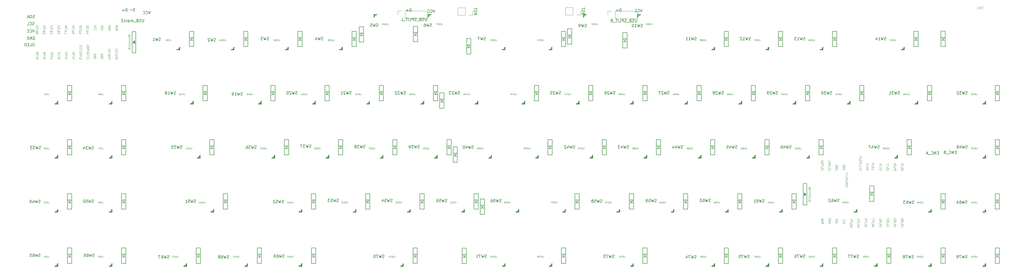
<source format=gbo>
%TF.GenerationSoftware,KiCad,Pcbnew,8.0.8*%
%TF.CreationDate,2025-04-15T18:10:27+09:00*%
%TF.ProjectId,sswkbd_wiring,7373776b-6264-45f7-9769-72696e672e6b,rev?*%
%TF.SameCoordinates,Original*%
%TF.FileFunction,Legend,Bot*%
%TF.FilePolarity,Positive*%
%FSLAX46Y46*%
G04 Gerber Fmt 4.6, Leading zero omitted, Abs format (unit mm)*
G04 Created by KiCad (PCBNEW 8.0.8) date 2025-04-15 18:10:27*
%MOMM*%
%LPD*%
G01*
G04 APERTURE LIST*
%ADD10C,0.150000*%
%ADD11C,0.125000*%
%ADD12C,0.120000*%
%ADD13C,0.100000*%
%ADD14C,0.050000*%
%ADD15R,1.397000X1.397000*%
%ADD16R,0.950000X1.300000*%
%ADD17C,1.397000*%
%ADD18C,1.750000*%
%ADD19C,3.000000*%
%ADD20C,3.987800*%
%ADD21R,2.550000X2.500000*%
%ADD22C,3.048000*%
%ADD23C,0.500000*%
%ADD24R,1.700000X1.700000*%
%ADD25O,1.700000X1.700000*%
%ADD26C,2.250000*%
%ADD27C,1.524000*%
%ADD28R,1.700000X0.825000*%
%ADD29R,2.500000X2.500000*%
%ADD30C,1.500000*%
G04 APERTURE END LIST*
D10*
X161054820Y-66494019D02*
X161054820Y-65494019D01*
X161054820Y-65494019D02*
X160816725Y-65494019D01*
X160816725Y-65494019D02*
X160673868Y-65541638D01*
X160673868Y-65541638D02*
X160578630Y-65636876D01*
X160578630Y-65636876D02*
X160531011Y-65732114D01*
X160531011Y-65732114D02*
X160483392Y-65922590D01*
X160483392Y-65922590D02*
X160483392Y-66065447D01*
X160483392Y-66065447D02*
X160531011Y-66255923D01*
X160531011Y-66255923D02*
X160578630Y-66351161D01*
X160578630Y-66351161D02*
X160673868Y-66446400D01*
X160673868Y-66446400D02*
X160816725Y-66494019D01*
X160816725Y-66494019D02*
X161054820Y-66494019D01*
X160054820Y-66113066D02*
X159292916Y-66113066D01*
X159673868Y-66494019D02*
X159673868Y-65732114D01*
X220855380Y-66943219D02*
X221331571Y-67276552D01*
X220855380Y-67514647D02*
X221855380Y-67514647D01*
X221855380Y-67514647D02*
X221855380Y-67133695D01*
X221855380Y-67133695D02*
X221807761Y-67038457D01*
X221807761Y-67038457D02*
X221760142Y-66990838D01*
X221760142Y-66990838D02*
X221664904Y-66943219D01*
X221664904Y-66943219D02*
X221522047Y-66943219D01*
X221522047Y-66943219D02*
X221426809Y-66990838D01*
X221426809Y-66990838D02*
X221379190Y-67038457D01*
X221379190Y-67038457D02*
X221331571Y-67133695D01*
X221331571Y-67133695D02*
X221331571Y-67514647D01*
X220903000Y-66562266D02*
X220855380Y-66419409D01*
X220855380Y-66419409D02*
X220855380Y-66181314D01*
X220855380Y-66181314D02*
X220903000Y-66086076D01*
X220903000Y-66086076D02*
X220950619Y-66038457D01*
X220950619Y-66038457D02*
X221045857Y-65990838D01*
X221045857Y-65990838D02*
X221141095Y-65990838D01*
X221141095Y-65990838D02*
X221236333Y-66038457D01*
X221236333Y-66038457D02*
X221283952Y-66086076D01*
X221283952Y-66086076D02*
X221331571Y-66181314D01*
X221331571Y-66181314D02*
X221379190Y-66371790D01*
X221379190Y-66371790D02*
X221426809Y-66467028D01*
X221426809Y-66467028D02*
X221474428Y-66514647D01*
X221474428Y-66514647D02*
X221569666Y-66562266D01*
X221569666Y-66562266D02*
X221664904Y-66562266D01*
X221664904Y-66562266D02*
X221760142Y-66514647D01*
X221760142Y-66514647D02*
X221807761Y-66467028D01*
X221807761Y-66467028D02*
X221855380Y-66371790D01*
X221855380Y-66371790D02*
X221855380Y-66133695D01*
X221855380Y-66133695D02*
X221807761Y-65990838D01*
X221855380Y-65705123D02*
X221855380Y-65133695D01*
X220855380Y-65419409D02*
X221855380Y-65419409D01*
X169363127Y-65904019D02*
X169029794Y-66904019D01*
X169029794Y-66904019D02*
X168696461Y-65904019D01*
X167791699Y-66808780D02*
X167839318Y-66856400D01*
X167839318Y-66856400D02*
X167982175Y-66904019D01*
X167982175Y-66904019D02*
X168077413Y-66904019D01*
X168077413Y-66904019D02*
X168220270Y-66856400D01*
X168220270Y-66856400D02*
X168315508Y-66761161D01*
X168315508Y-66761161D02*
X168363127Y-66665923D01*
X168363127Y-66665923D02*
X168410746Y-66475447D01*
X168410746Y-66475447D02*
X168410746Y-66332590D01*
X168410746Y-66332590D02*
X168363127Y-66142114D01*
X168363127Y-66142114D02*
X168315508Y-66046876D01*
X168315508Y-66046876D02*
X168220270Y-65951638D01*
X168220270Y-65951638D02*
X168077413Y-65904019D01*
X168077413Y-65904019D02*
X167982175Y-65904019D01*
X167982175Y-65904019D02*
X167839318Y-65951638D01*
X167839318Y-65951638D02*
X167791699Y-65999257D01*
X166791699Y-66808780D02*
X166839318Y-66856400D01*
X166839318Y-66856400D02*
X166982175Y-66904019D01*
X166982175Y-66904019D02*
X167077413Y-66904019D01*
X167077413Y-66904019D02*
X167220270Y-66856400D01*
X167220270Y-66856400D02*
X167315508Y-66761161D01*
X167315508Y-66761161D02*
X167363127Y-66665923D01*
X167363127Y-66665923D02*
X167410746Y-66475447D01*
X167410746Y-66475447D02*
X167410746Y-66332590D01*
X167410746Y-66332590D02*
X167363127Y-66142114D01*
X167363127Y-66142114D02*
X167315508Y-66046876D01*
X167315508Y-66046876D02*
X167220270Y-65951638D01*
X167220270Y-65951638D02*
X167077413Y-65904019D01*
X167077413Y-65904019D02*
X166982175Y-65904019D01*
X166982175Y-65904019D02*
X166839318Y-65951638D01*
X166839318Y-65951638D02*
X166791699Y-65999257D01*
X183085580Y-67044819D02*
X183561771Y-67378152D01*
X183085580Y-67616247D02*
X184085580Y-67616247D01*
X184085580Y-67616247D02*
X184085580Y-67235295D01*
X184085580Y-67235295D02*
X184037961Y-67140057D01*
X184037961Y-67140057D02*
X183990342Y-67092438D01*
X183990342Y-67092438D02*
X183895104Y-67044819D01*
X183895104Y-67044819D02*
X183752247Y-67044819D01*
X183752247Y-67044819D02*
X183657009Y-67092438D01*
X183657009Y-67092438D02*
X183609390Y-67140057D01*
X183609390Y-67140057D02*
X183561771Y-67235295D01*
X183561771Y-67235295D02*
X183561771Y-67616247D01*
X183133200Y-66663866D02*
X183085580Y-66521009D01*
X183085580Y-66521009D02*
X183085580Y-66282914D01*
X183085580Y-66282914D02*
X183133200Y-66187676D01*
X183133200Y-66187676D02*
X183180819Y-66140057D01*
X183180819Y-66140057D02*
X183276057Y-66092438D01*
X183276057Y-66092438D02*
X183371295Y-66092438D01*
X183371295Y-66092438D02*
X183466533Y-66140057D01*
X183466533Y-66140057D02*
X183514152Y-66187676D01*
X183514152Y-66187676D02*
X183561771Y-66282914D01*
X183561771Y-66282914D02*
X183609390Y-66473390D01*
X183609390Y-66473390D02*
X183657009Y-66568628D01*
X183657009Y-66568628D02*
X183704628Y-66616247D01*
X183704628Y-66616247D02*
X183799866Y-66663866D01*
X183799866Y-66663866D02*
X183895104Y-66663866D01*
X183895104Y-66663866D02*
X183990342Y-66616247D01*
X183990342Y-66616247D02*
X184037961Y-66568628D01*
X184037961Y-66568628D02*
X184085580Y-66473390D01*
X184085580Y-66473390D02*
X184085580Y-66235295D01*
X184085580Y-66235295D02*
X184037961Y-66092438D01*
X184085580Y-65806723D02*
X184085580Y-65235295D01*
X183085580Y-65521009D02*
X184085580Y-65521009D01*
X29066877Y-72860019D02*
X28733544Y-73860019D01*
X28733544Y-73860019D02*
X28400211Y-72860019D01*
X27495449Y-73764780D02*
X27543068Y-73812400D01*
X27543068Y-73812400D02*
X27685925Y-73860019D01*
X27685925Y-73860019D02*
X27781163Y-73860019D01*
X27781163Y-73860019D02*
X27924020Y-73812400D01*
X27924020Y-73812400D02*
X28019258Y-73717161D01*
X28019258Y-73717161D02*
X28066877Y-73621923D01*
X28066877Y-73621923D02*
X28114496Y-73431447D01*
X28114496Y-73431447D02*
X28114496Y-73288590D01*
X28114496Y-73288590D02*
X28066877Y-73098114D01*
X28066877Y-73098114D02*
X28019258Y-73002876D01*
X28019258Y-73002876D02*
X27924020Y-72907638D01*
X27924020Y-72907638D02*
X27781163Y-72860019D01*
X27781163Y-72860019D02*
X27685925Y-72860019D01*
X27685925Y-72860019D02*
X27543068Y-72907638D01*
X27543068Y-72907638D02*
X27495449Y-72955257D01*
X26495449Y-73764780D02*
X26543068Y-73812400D01*
X26543068Y-73812400D02*
X26685925Y-73860019D01*
X26685925Y-73860019D02*
X26781163Y-73860019D01*
X26781163Y-73860019D02*
X26924020Y-73812400D01*
X26924020Y-73812400D02*
X27019258Y-73717161D01*
X27019258Y-73717161D02*
X27066877Y-73621923D01*
X27066877Y-73621923D02*
X27114496Y-73431447D01*
X27114496Y-73431447D02*
X27114496Y-73288590D01*
X27114496Y-73288590D02*
X27066877Y-73098114D01*
X27066877Y-73098114D02*
X27019258Y-73002876D01*
X27019258Y-73002876D02*
X26924020Y-72907638D01*
X26924020Y-72907638D02*
X26781163Y-72860019D01*
X26781163Y-72860019D02*
X26685925Y-72860019D01*
X26685925Y-72860019D02*
X26543068Y-72907638D01*
X26543068Y-72907638D02*
X26495449Y-72955257D01*
X61537620Y-66468619D02*
X61537620Y-65468619D01*
X61537620Y-65468619D02*
X61299525Y-65468619D01*
X61299525Y-65468619D02*
X61156668Y-65516238D01*
X61156668Y-65516238D02*
X61061430Y-65611476D01*
X61061430Y-65611476D02*
X61013811Y-65706714D01*
X61013811Y-65706714D02*
X60966192Y-65897190D01*
X60966192Y-65897190D02*
X60966192Y-66040047D01*
X60966192Y-66040047D02*
X61013811Y-66230523D01*
X61013811Y-66230523D02*
X61061430Y-66325761D01*
X61061430Y-66325761D02*
X61156668Y-66421000D01*
X61156668Y-66421000D02*
X61299525Y-66468619D01*
X61299525Y-66468619D02*
X61537620Y-66468619D01*
X60537620Y-66087666D02*
X59775716Y-66087666D01*
X60156668Y-66468619D02*
X60156668Y-65706714D01*
X166594521Y-68779369D02*
X166594521Y-69588892D01*
X166594521Y-69588892D02*
X166546902Y-69684130D01*
X166546902Y-69684130D02*
X166499283Y-69731750D01*
X166499283Y-69731750D02*
X166404045Y-69779369D01*
X166404045Y-69779369D02*
X166213569Y-69779369D01*
X166213569Y-69779369D02*
X166118331Y-69731750D01*
X166118331Y-69731750D02*
X166070712Y-69684130D01*
X166070712Y-69684130D02*
X166023093Y-69588892D01*
X166023093Y-69588892D02*
X166023093Y-68779369D01*
X165594521Y-69731750D02*
X165451664Y-69779369D01*
X165451664Y-69779369D02*
X165213569Y-69779369D01*
X165213569Y-69779369D02*
X165118331Y-69731750D01*
X165118331Y-69731750D02*
X165070712Y-69684130D01*
X165070712Y-69684130D02*
X165023093Y-69588892D01*
X165023093Y-69588892D02*
X165023093Y-69493654D01*
X165023093Y-69493654D02*
X165070712Y-69398416D01*
X165070712Y-69398416D02*
X165118331Y-69350797D01*
X165118331Y-69350797D02*
X165213569Y-69303178D01*
X165213569Y-69303178D02*
X165404045Y-69255559D01*
X165404045Y-69255559D02*
X165499283Y-69207940D01*
X165499283Y-69207940D02*
X165546902Y-69160321D01*
X165546902Y-69160321D02*
X165594521Y-69065083D01*
X165594521Y-69065083D02*
X165594521Y-68969845D01*
X165594521Y-68969845D02*
X165546902Y-68874607D01*
X165546902Y-68874607D02*
X165499283Y-68826988D01*
X165499283Y-68826988D02*
X165404045Y-68779369D01*
X165404045Y-68779369D02*
X165165950Y-68779369D01*
X165165950Y-68779369D02*
X165023093Y-68826988D01*
X164261188Y-69255559D02*
X164118331Y-69303178D01*
X164118331Y-69303178D02*
X164070712Y-69350797D01*
X164070712Y-69350797D02*
X164023093Y-69446035D01*
X164023093Y-69446035D02*
X164023093Y-69588892D01*
X164023093Y-69588892D02*
X164070712Y-69684130D01*
X164070712Y-69684130D02*
X164118331Y-69731750D01*
X164118331Y-69731750D02*
X164213569Y-69779369D01*
X164213569Y-69779369D02*
X164594521Y-69779369D01*
X164594521Y-69779369D02*
X164594521Y-68779369D01*
X164594521Y-68779369D02*
X164261188Y-68779369D01*
X164261188Y-68779369D02*
X164165950Y-68826988D01*
X164165950Y-68826988D02*
X164118331Y-68874607D01*
X164118331Y-68874607D02*
X164070712Y-68969845D01*
X164070712Y-68969845D02*
X164070712Y-69065083D01*
X164070712Y-69065083D02*
X164118331Y-69160321D01*
X164118331Y-69160321D02*
X164165950Y-69207940D01*
X164165950Y-69207940D02*
X164261188Y-69255559D01*
X164261188Y-69255559D02*
X164594521Y-69255559D01*
X163832617Y-69874607D02*
X163070712Y-69874607D01*
X162880235Y-69731750D02*
X162737378Y-69779369D01*
X162737378Y-69779369D02*
X162499283Y-69779369D01*
X162499283Y-69779369D02*
X162404045Y-69731750D01*
X162404045Y-69731750D02*
X162356426Y-69684130D01*
X162356426Y-69684130D02*
X162308807Y-69588892D01*
X162308807Y-69588892D02*
X162308807Y-69493654D01*
X162308807Y-69493654D02*
X162356426Y-69398416D01*
X162356426Y-69398416D02*
X162404045Y-69350797D01*
X162404045Y-69350797D02*
X162499283Y-69303178D01*
X162499283Y-69303178D02*
X162689759Y-69255559D01*
X162689759Y-69255559D02*
X162784997Y-69207940D01*
X162784997Y-69207940D02*
X162832616Y-69160321D01*
X162832616Y-69160321D02*
X162880235Y-69065083D01*
X162880235Y-69065083D02*
X162880235Y-68969845D01*
X162880235Y-68969845D02*
X162832616Y-68874607D01*
X162832616Y-68874607D02*
X162784997Y-68826988D01*
X162784997Y-68826988D02*
X162689759Y-68779369D01*
X162689759Y-68779369D02*
X162451664Y-68779369D01*
X162451664Y-68779369D02*
X162308807Y-68826988D01*
X161880235Y-69779369D02*
X161880235Y-68779369D01*
X161880235Y-68779369D02*
X161499283Y-68779369D01*
X161499283Y-68779369D02*
X161404045Y-68826988D01*
X161404045Y-68826988D02*
X161356426Y-68874607D01*
X161356426Y-68874607D02*
X161308807Y-68969845D01*
X161308807Y-68969845D02*
X161308807Y-69112702D01*
X161308807Y-69112702D02*
X161356426Y-69207940D01*
X161356426Y-69207940D02*
X161404045Y-69255559D01*
X161404045Y-69255559D02*
X161499283Y-69303178D01*
X161499283Y-69303178D02*
X161880235Y-69303178D01*
X160404045Y-69779369D02*
X160880235Y-69779369D01*
X160880235Y-69779369D02*
X160880235Y-68779369D01*
X160070711Y-69779369D02*
X160070711Y-68779369D01*
X159737378Y-68779369D02*
X159165950Y-68779369D01*
X159451664Y-69779369D02*
X159451664Y-68779369D01*
X159070712Y-69874607D02*
X158308807Y-69874607D01*
X157594521Y-69779369D02*
X158070711Y-69779369D01*
X158070711Y-69779369D02*
X158070711Y-68779369D01*
X28731980Y-77661819D02*
X28541504Y-77661819D01*
X28541504Y-77661819D02*
X28446266Y-77709438D01*
X28446266Y-77709438D02*
X28351028Y-77804676D01*
X28351028Y-77804676D02*
X28303409Y-77995152D01*
X28303409Y-77995152D02*
X28303409Y-78328485D01*
X28303409Y-78328485D02*
X28351028Y-78518961D01*
X28351028Y-78518961D02*
X28446266Y-78614200D01*
X28446266Y-78614200D02*
X28541504Y-78661819D01*
X28541504Y-78661819D02*
X28731980Y-78661819D01*
X28731980Y-78661819D02*
X28827218Y-78614200D01*
X28827218Y-78614200D02*
X28922456Y-78518961D01*
X28922456Y-78518961D02*
X28970075Y-78328485D01*
X28970075Y-78328485D02*
X28970075Y-77995152D01*
X28970075Y-77995152D02*
X28922456Y-77804676D01*
X28922456Y-77804676D02*
X28827218Y-77709438D01*
X28827218Y-77709438D02*
X28731980Y-77661819D01*
X27398647Y-78661819D02*
X27874837Y-78661819D01*
X27874837Y-78661819D02*
X27874837Y-77661819D01*
X27065313Y-78138009D02*
X26731980Y-78138009D01*
X26589123Y-78661819D02*
X27065313Y-78661819D01*
X27065313Y-78661819D02*
X27065313Y-77661819D01*
X27065313Y-77661819D02*
X26589123Y-77661819D01*
X26160551Y-78661819D02*
X26160551Y-77661819D01*
X26160551Y-77661819D02*
X25922456Y-77661819D01*
X25922456Y-77661819D02*
X25779599Y-77709438D01*
X25779599Y-77709438D02*
X25684361Y-77804676D01*
X25684361Y-77804676D02*
X25636742Y-77899914D01*
X25636742Y-77899914D02*
X25589123Y-78090390D01*
X25589123Y-78090390D02*
X25589123Y-78233247D01*
X25589123Y-78233247D02*
X25636742Y-78423723D01*
X25636742Y-78423723D02*
X25684361Y-78518961D01*
X25684361Y-78518961D02*
X25779599Y-78614200D01*
X25779599Y-78614200D02*
X25922456Y-78661819D01*
X25922456Y-78661819D02*
X26160551Y-78661819D01*
X67377770Y-69203219D02*
X67377770Y-70012742D01*
X67377770Y-70012742D02*
X67330151Y-70107980D01*
X67330151Y-70107980D02*
X67282532Y-70155600D01*
X67282532Y-70155600D02*
X67187294Y-70203219D01*
X67187294Y-70203219D02*
X66996818Y-70203219D01*
X66996818Y-70203219D02*
X66901580Y-70155600D01*
X66901580Y-70155600D02*
X66853961Y-70107980D01*
X66853961Y-70107980D02*
X66806342Y-70012742D01*
X66806342Y-70012742D02*
X66806342Y-69203219D01*
X66377770Y-70155600D02*
X66234913Y-70203219D01*
X66234913Y-70203219D02*
X65996818Y-70203219D01*
X65996818Y-70203219D02*
X65901580Y-70155600D01*
X65901580Y-70155600D02*
X65853961Y-70107980D01*
X65853961Y-70107980D02*
X65806342Y-70012742D01*
X65806342Y-70012742D02*
X65806342Y-69917504D01*
X65806342Y-69917504D02*
X65853961Y-69822266D01*
X65853961Y-69822266D02*
X65901580Y-69774647D01*
X65901580Y-69774647D02*
X65996818Y-69727028D01*
X65996818Y-69727028D02*
X66187294Y-69679409D01*
X66187294Y-69679409D02*
X66282532Y-69631790D01*
X66282532Y-69631790D02*
X66330151Y-69584171D01*
X66330151Y-69584171D02*
X66377770Y-69488933D01*
X66377770Y-69488933D02*
X66377770Y-69393695D01*
X66377770Y-69393695D02*
X66330151Y-69298457D01*
X66330151Y-69298457D02*
X66282532Y-69250838D01*
X66282532Y-69250838D02*
X66187294Y-69203219D01*
X66187294Y-69203219D02*
X65949199Y-69203219D01*
X65949199Y-69203219D02*
X65806342Y-69250838D01*
X65044437Y-69679409D02*
X64901580Y-69727028D01*
X64901580Y-69727028D02*
X64853961Y-69774647D01*
X64853961Y-69774647D02*
X64806342Y-69869885D01*
X64806342Y-69869885D02*
X64806342Y-70012742D01*
X64806342Y-70012742D02*
X64853961Y-70107980D01*
X64853961Y-70107980D02*
X64901580Y-70155600D01*
X64901580Y-70155600D02*
X64996818Y-70203219D01*
X64996818Y-70203219D02*
X65377770Y-70203219D01*
X65377770Y-70203219D02*
X65377770Y-69203219D01*
X65377770Y-69203219D02*
X65044437Y-69203219D01*
X65044437Y-69203219D02*
X64949199Y-69250838D01*
X64949199Y-69250838D02*
X64901580Y-69298457D01*
X64901580Y-69298457D02*
X64853961Y-69393695D01*
X64853961Y-69393695D02*
X64853961Y-69488933D01*
X64853961Y-69488933D02*
X64901580Y-69584171D01*
X64901580Y-69584171D02*
X64949199Y-69631790D01*
X64949199Y-69631790D02*
X65044437Y-69679409D01*
X65044437Y-69679409D02*
X65377770Y-69679409D01*
X64615866Y-70298457D02*
X63853961Y-70298457D01*
X63615865Y-70203219D02*
X63615865Y-69536552D01*
X63615865Y-69631790D02*
X63568246Y-69584171D01*
X63568246Y-69584171D02*
X63473008Y-69536552D01*
X63473008Y-69536552D02*
X63330151Y-69536552D01*
X63330151Y-69536552D02*
X63234913Y-69584171D01*
X63234913Y-69584171D02*
X63187294Y-69679409D01*
X63187294Y-69679409D02*
X63187294Y-70203219D01*
X63187294Y-69679409D02*
X63139675Y-69584171D01*
X63139675Y-69584171D02*
X63044437Y-69536552D01*
X63044437Y-69536552D02*
X62901580Y-69536552D01*
X62901580Y-69536552D02*
X62806341Y-69584171D01*
X62806341Y-69584171D02*
X62758722Y-69679409D01*
X62758722Y-69679409D02*
X62758722Y-70203219D01*
X61853961Y-70203219D02*
X61853961Y-69679409D01*
X61853961Y-69679409D02*
X61901580Y-69584171D01*
X61901580Y-69584171D02*
X61996818Y-69536552D01*
X61996818Y-69536552D02*
X62187294Y-69536552D01*
X62187294Y-69536552D02*
X62282532Y-69584171D01*
X61853961Y-70155600D02*
X61949199Y-70203219D01*
X61949199Y-70203219D02*
X62187294Y-70203219D01*
X62187294Y-70203219D02*
X62282532Y-70155600D01*
X62282532Y-70155600D02*
X62330151Y-70060361D01*
X62330151Y-70060361D02*
X62330151Y-69965123D01*
X62330151Y-69965123D02*
X62282532Y-69869885D01*
X62282532Y-69869885D02*
X62187294Y-69822266D01*
X62187294Y-69822266D02*
X61949199Y-69822266D01*
X61949199Y-69822266D02*
X61853961Y-69774647D01*
X61377770Y-70203219D02*
X61377770Y-69536552D01*
X61377770Y-69203219D02*
X61425389Y-69250838D01*
X61425389Y-69250838D02*
X61377770Y-69298457D01*
X61377770Y-69298457D02*
X61330151Y-69250838D01*
X61330151Y-69250838D02*
X61377770Y-69203219D01*
X61377770Y-69203219D02*
X61377770Y-69298457D01*
X60901580Y-69536552D02*
X60901580Y-70203219D01*
X60901580Y-69631790D02*
X60853961Y-69584171D01*
X60853961Y-69584171D02*
X60758723Y-69536552D01*
X60758723Y-69536552D02*
X60615866Y-69536552D01*
X60615866Y-69536552D02*
X60520628Y-69584171D01*
X60520628Y-69584171D02*
X60473009Y-69679409D01*
X60473009Y-69679409D02*
X60473009Y-70203219D01*
X59473009Y-70203219D02*
X60044437Y-70203219D01*
X59758723Y-70203219D02*
X59758723Y-69203219D01*
X59758723Y-69203219D02*
X59853961Y-69346076D01*
X59853961Y-69346076D02*
X59949199Y-69441314D01*
X59949199Y-69441314D02*
X60044437Y-69488933D01*
X234638620Y-66494019D02*
X234638620Y-65494019D01*
X234638620Y-65494019D02*
X234400525Y-65494019D01*
X234400525Y-65494019D02*
X234257668Y-65541638D01*
X234257668Y-65541638D02*
X234162430Y-65636876D01*
X234162430Y-65636876D02*
X234114811Y-65732114D01*
X234114811Y-65732114D02*
X234067192Y-65922590D01*
X234067192Y-65922590D02*
X234067192Y-66065447D01*
X234067192Y-66065447D02*
X234114811Y-66255923D01*
X234114811Y-66255923D02*
X234162430Y-66351161D01*
X234162430Y-66351161D02*
X234257668Y-66446400D01*
X234257668Y-66446400D02*
X234400525Y-66494019D01*
X234400525Y-66494019D02*
X234638620Y-66494019D01*
X233638620Y-66113066D02*
X232876716Y-66113066D01*
X233257668Y-66494019D02*
X233257668Y-65732114D01*
X28603411Y-75396838D02*
X28698649Y-75349219D01*
X28698649Y-75349219D02*
X28841506Y-75349219D01*
X28841506Y-75349219D02*
X28984363Y-75396838D01*
X28984363Y-75396838D02*
X29079601Y-75492076D01*
X29079601Y-75492076D02*
X29127220Y-75587314D01*
X29127220Y-75587314D02*
X29174839Y-75777790D01*
X29174839Y-75777790D02*
X29174839Y-75920647D01*
X29174839Y-75920647D02*
X29127220Y-76111123D01*
X29127220Y-76111123D02*
X29079601Y-76206361D01*
X29079601Y-76206361D02*
X28984363Y-76301600D01*
X28984363Y-76301600D02*
X28841506Y-76349219D01*
X28841506Y-76349219D02*
X28746268Y-76349219D01*
X28746268Y-76349219D02*
X28603411Y-76301600D01*
X28603411Y-76301600D02*
X28555792Y-76253980D01*
X28555792Y-76253980D02*
X28555792Y-75920647D01*
X28555792Y-75920647D02*
X28746268Y-75920647D01*
X28127220Y-76349219D02*
X28127220Y-75349219D01*
X28127220Y-75349219D02*
X27555792Y-76349219D01*
X27555792Y-76349219D02*
X27555792Y-75349219D01*
X27079601Y-76349219D02*
X27079601Y-75349219D01*
X27079601Y-75349219D02*
X26841506Y-75349219D01*
X26841506Y-75349219D02*
X26698649Y-75396838D01*
X26698649Y-75396838D02*
X26603411Y-75492076D01*
X26603411Y-75492076D02*
X26555792Y-75587314D01*
X26555792Y-75587314D02*
X26508173Y-75777790D01*
X26508173Y-75777790D02*
X26508173Y-75920647D01*
X26508173Y-75920647D02*
X26555792Y-76111123D01*
X26555792Y-76111123D02*
X26603411Y-76206361D01*
X26603411Y-76206361D02*
X26698649Y-76301600D01*
X26698649Y-76301600D02*
X26841506Y-76349219D01*
X26841506Y-76349219D02*
X27079601Y-76349219D01*
X69706877Y-66383019D02*
X69373544Y-67383019D01*
X69373544Y-67383019D02*
X69040211Y-66383019D01*
X68135449Y-67287780D02*
X68183068Y-67335400D01*
X68183068Y-67335400D02*
X68325925Y-67383019D01*
X68325925Y-67383019D02*
X68421163Y-67383019D01*
X68421163Y-67383019D02*
X68564020Y-67335400D01*
X68564020Y-67335400D02*
X68659258Y-67240161D01*
X68659258Y-67240161D02*
X68706877Y-67144923D01*
X68706877Y-67144923D02*
X68754496Y-66954447D01*
X68754496Y-66954447D02*
X68754496Y-66811590D01*
X68754496Y-66811590D02*
X68706877Y-66621114D01*
X68706877Y-66621114D02*
X68659258Y-66525876D01*
X68659258Y-66525876D02*
X68564020Y-66430638D01*
X68564020Y-66430638D02*
X68421163Y-66383019D01*
X68421163Y-66383019D02*
X68325925Y-66383019D01*
X68325925Y-66383019D02*
X68183068Y-66430638D01*
X68183068Y-66430638D02*
X68135449Y-66478257D01*
X67135449Y-67287780D02*
X67183068Y-67335400D01*
X67183068Y-67335400D02*
X67325925Y-67383019D01*
X67325925Y-67383019D02*
X67421163Y-67383019D01*
X67421163Y-67383019D02*
X67564020Y-67335400D01*
X67564020Y-67335400D02*
X67659258Y-67240161D01*
X67659258Y-67240161D02*
X67706877Y-67144923D01*
X67706877Y-67144923D02*
X67754496Y-66954447D01*
X67754496Y-66954447D02*
X67754496Y-66811590D01*
X67754496Y-66811590D02*
X67706877Y-66621114D01*
X67706877Y-66621114D02*
X67659258Y-66525876D01*
X67659258Y-66525876D02*
X67564020Y-66430638D01*
X67564020Y-66430638D02*
X67421163Y-66383019D01*
X67421163Y-66383019D02*
X67325925Y-66383019D01*
X67325925Y-66383019D02*
X67183068Y-66430638D01*
X67183068Y-66430638D02*
X67135449Y-66478257D01*
X29047839Y-68732400D02*
X28904982Y-68780019D01*
X28904982Y-68780019D02*
X28666887Y-68780019D01*
X28666887Y-68780019D02*
X28571649Y-68732400D01*
X28571649Y-68732400D02*
X28524030Y-68684780D01*
X28524030Y-68684780D02*
X28476411Y-68589542D01*
X28476411Y-68589542D02*
X28476411Y-68494304D01*
X28476411Y-68494304D02*
X28524030Y-68399066D01*
X28524030Y-68399066D02*
X28571649Y-68351447D01*
X28571649Y-68351447D02*
X28666887Y-68303828D01*
X28666887Y-68303828D02*
X28857363Y-68256209D01*
X28857363Y-68256209D02*
X28952601Y-68208590D01*
X28952601Y-68208590D02*
X29000220Y-68160971D01*
X29000220Y-68160971D02*
X29047839Y-68065733D01*
X29047839Y-68065733D02*
X29047839Y-67970495D01*
X29047839Y-67970495D02*
X29000220Y-67875257D01*
X29000220Y-67875257D02*
X28952601Y-67827638D01*
X28952601Y-67827638D02*
X28857363Y-67780019D01*
X28857363Y-67780019D02*
X28619268Y-67780019D01*
X28619268Y-67780019D02*
X28476411Y-67827638D01*
X28047839Y-68780019D02*
X28047839Y-67780019D01*
X28047839Y-67780019D02*
X27809744Y-67780019D01*
X27809744Y-67780019D02*
X27666887Y-67827638D01*
X27666887Y-67827638D02*
X27571649Y-67922876D01*
X27571649Y-67922876D02*
X27524030Y-68018114D01*
X27524030Y-68018114D02*
X27476411Y-68208590D01*
X27476411Y-68208590D02*
X27476411Y-68351447D01*
X27476411Y-68351447D02*
X27524030Y-68541923D01*
X27524030Y-68541923D02*
X27571649Y-68637161D01*
X27571649Y-68637161D02*
X27666887Y-68732400D01*
X27666887Y-68732400D02*
X27809744Y-68780019D01*
X27809744Y-68780019D02*
X28047839Y-68780019D01*
X27095458Y-68494304D02*
X26619268Y-68494304D01*
X27190696Y-68780019D02*
X26857363Y-67780019D01*
X26857363Y-67780019D02*
X26524030Y-68780019D01*
X28946239Y-71221600D02*
X28803382Y-71269219D01*
X28803382Y-71269219D02*
X28565287Y-71269219D01*
X28565287Y-71269219D02*
X28470049Y-71221600D01*
X28470049Y-71221600D02*
X28422430Y-71173980D01*
X28422430Y-71173980D02*
X28374811Y-71078742D01*
X28374811Y-71078742D02*
X28374811Y-70983504D01*
X28374811Y-70983504D02*
X28422430Y-70888266D01*
X28422430Y-70888266D02*
X28470049Y-70840647D01*
X28470049Y-70840647D02*
X28565287Y-70793028D01*
X28565287Y-70793028D02*
X28755763Y-70745409D01*
X28755763Y-70745409D02*
X28851001Y-70697790D01*
X28851001Y-70697790D02*
X28898620Y-70650171D01*
X28898620Y-70650171D02*
X28946239Y-70554933D01*
X28946239Y-70554933D02*
X28946239Y-70459695D01*
X28946239Y-70459695D02*
X28898620Y-70364457D01*
X28898620Y-70364457D02*
X28851001Y-70316838D01*
X28851001Y-70316838D02*
X28755763Y-70269219D01*
X28755763Y-70269219D02*
X28517668Y-70269219D01*
X28517668Y-70269219D02*
X28374811Y-70316838D01*
X27374811Y-71173980D02*
X27422430Y-71221600D01*
X27422430Y-71221600D02*
X27565287Y-71269219D01*
X27565287Y-71269219D02*
X27660525Y-71269219D01*
X27660525Y-71269219D02*
X27803382Y-71221600D01*
X27803382Y-71221600D02*
X27898620Y-71126361D01*
X27898620Y-71126361D02*
X27946239Y-71031123D01*
X27946239Y-71031123D02*
X27993858Y-70840647D01*
X27993858Y-70840647D02*
X27993858Y-70697790D01*
X27993858Y-70697790D02*
X27946239Y-70507314D01*
X27946239Y-70507314D02*
X27898620Y-70412076D01*
X27898620Y-70412076D02*
X27803382Y-70316838D01*
X27803382Y-70316838D02*
X27660525Y-70269219D01*
X27660525Y-70269219D02*
X27565287Y-70269219D01*
X27565287Y-70269219D02*
X27422430Y-70316838D01*
X27422430Y-70316838D02*
X27374811Y-70364457D01*
X26470049Y-71269219D02*
X26946239Y-71269219D01*
X26946239Y-71269219D02*
X26946239Y-70269219D01*
X345865220Y-116160609D02*
X345531887Y-116160609D01*
X345389030Y-116684419D02*
X345865220Y-116684419D01*
X345865220Y-116684419D02*
X345865220Y-115684419D01*
X345865220Y-115684419D02*
X345389030Y-115684419D01*
X344960458Y-116684419D02*
X344960458Y-115684419D01*
X344960458Y-115684419D02*
X344389030Y-116684419D01*
X344389030Y-116684419D02*
X344389030Y-115684419D01*
X343341411Y-116589180D02*
X343389030Y-116636800D01*
X343389030Y-116636800D02*
X343531887Y-116684419D01*
X343531887Y-116684419D02*
X343627125Y-116684419D01*
X343627125Y-116684419D02*
X343769982Y-116636800D01*
X343769982Y-116636800D02*
X343865220Y-116541561D01*
X343865220Y-116541561D02*
X343912839Y-116446323D01*
X343912839Y-116446323D02*
X343960458Y-116255847D01*
X343960458Y-116255847D02*
X343960458Y-116112990D01*
X343960458Y-116112990D02*
X343912839Y-115922514D01*
X343912839Y-115922514D02*
X343865220Y-115827276D01*
X343865220Y-115827276D02*
X343769982Y-115732038D01*
X343769982Y-115732038D02*
X343627125Y-115684419D01*
X343627125Y-115684419D02*
X343531887Y-115684419D01*
X343531887Y-115684419D02*
X343389030Y-115732038D01*
X343389030Y-115732038D02*
X343341411Y-115779657D01*
X343150935Y-116779657D02*
X342389030Y-116779657D01*
X342198553Y-116398704D02*
X341722363Y-116398704D01*
X342293791Y-116684419D02*
X341960458Y-115684419D01*
X341960458Y-115684419D02*
X341627125Y-116684419D01*
X64153820Y-66367019D02*
X64153820Y-65367019D01*
X64153820Y-65367019D02*
X63915725Y-65367019D01*
X63915725Y-65367019D02*
X63772868Y-65414638D01*
X63772868Y-65414638D02*
X63677630Y-65509876D01*
X63677630Y-65509876D02*
X63630011Y-65605114D01*
X63630011Y-65605114D02*
X63582392Y-65795590D01*
X63582392Y-65795590D02*
X63582392Y-65938447D01*
X63582392Y-65938447D02*
X63630011Y-66128923D01*
X63630011Y-66128923D02*
X63677630Y-66224161D01*
X63677630Y-66224161D02*
X63772868Y-66319400D01*
X63772868Y-66319400D02*
X63915725Y-66367019D01*
X63915725Y-66367019D02*
X64153820Y-66367019D01*
X63153820Y-65986066D02*
X62391916Y-65986066D01*
X242045877Y-65722619D02*
X241712544Y-66722619D01*
X241712544Y-66722619D02*
X241379211Y-65722619D01*
X240474449Y-66627380D02*
X240522068Y-66675000D01*
X240522068Y-66675000D02*
X240664925Y-66722619D01*
X240664925Y-66722619D02*
X240760163Y-66722619D01*
X240760163Y-66722619D02*
X240903020Y-66675000D01*
X240903020Y-66675000D02*
X240998258Y-66579761D01*
X240998258Y-66579761D02*
X241045877Y-66484523D01*
X241045877Y-66484523D02*
X241093496Y-66294047D01*
X241093496Y-66294047D02*
X241093496Y-66151190D01*
X241093496Y-66151190D02*
X241045877Y-65960714D01*
X241045877Y-65960714D02*
X240998258Y-65865476D01*
X240998258Y-65865476D02*
X240903020Y-65770238D01*
X240903020Y-65770238D02*
X240760163Y-65722619D01*
X240760163Y-65722619D02*
X240664925Y-65722619D01*
X240664925Y-65722619D02*
X240522068Y-65770238D01*
X240522068Y-65770238D02*
X240474449Y-65817857D01*
X239474449Y-66627380D02*
X239522068Y-66675000D01*
X239522068Y-66675000D02*
X239664925Y-66722619D01*
X239664925Y-66722619D02*
X239760163Y-66722619D01*
X239760163Y-66722619D02*
X239903020Y-66675000D01*
X239903020Y-66675000D02*
X239998258Y-66579761D01*
X239998258Y-66579761D02*
X240045877Y-66484523D01*
X240045877Y-66484523D02*
X240093496Y-66294047D01*
X240093496Y-66294047D02*
X240093496Y-66151190D01*
X240093496Y-66151190D02*
X240045877Y-65960714D01*
X240045877Y-65960714D02*
X239998258Y-65865476D01*
X239998258Y-65865476D02*
X239903020Y-65770238D01*
X239903020Y-65770238D02*
X239760163Y-65722619D01*
X239760163Y-65722619D02*
X239664925Y-65722619D01*
X239664925Y-65722619D02*
X239522068Y-65770238D01*
X239522068Y-65770238D02*
X239474449Y-65817857D01*
X352164420Y-115932009D02*
X351831087Y-115932009D01*
X351688230Y-116455819D02*
X352164420Y-116455819D01*
X352164420Y-116455819D02*
X352164420Y-115455819D01*
X352164420Y-115455819D02*
X351688230Y-115455819D01*
X351259658Y-116455819D02*
X351259658Y-115455819D01*
X351259658Y-115455819D02*
X350688230Y-116455819D01*
X350688230Y-116455819D02*
X350688230Y-115455819D01*
X349640611Y-116360580D02*
X349688230Y-116408200D01*
X349688230Y-116408200D02*
X349831087Y-116455819D01*
X349831087Y-116455819D02*
X349926325Y-116455819D01*
X349926325Y-116455819D02*
X350069182Y-116408200D01*
X350069182Y-116408200D02*
X350164420Y-116312961D01*
X350164420Y-116312961D02*
X350212039Y-116217723D01*
X350212039Y-116217723D02*
X350259658Y-116027247D01*
X350259658Y-116027247D02*
X350259658Y-115884390D01*
X350259658Y-115884390D02*
X350212039Y-115693914D01*
X350212039Y-115693914D02*
X350164420Y-115598676D01*
X350164420Y-115598676D02*
X350069182Y-115503438D01*
X350069182Y-115503438D02*
X349926325Y-115455819D01*
X349926325Y-115455819D02*
X349831087Y-115455819D01*
X349831087Y-115455819D02*
X349688230Y-115503438D01*
X349688230Y-115503438D02*
X349640611Y-115551057D01*
X349450135Y-116551057D02*
X348688230Y-116551057D01*
X348116801Y-115932009D02*
X347973944Y-115979628D01*
X347973944Y-115979628D02*
X347926325Y-116027247D01*
X347926325Y-116027247D02*
X347878706Y-116122485D01*
X347878706Y-116122485D02*
X347878706Y-116265342D01*
X347878706Y-116265342D02*
X347926325Y-116360580D01*
X347926325Y-116360580D02*
X347973944Y-116408200D01*
X347973944Y-116408200D02*
X348069182Y-116455819D01*
X348069182Y-116455819D02*
X348450134Y-116455819D01*
X348450134Y-116455819D02*
X348450134Y-115455819D01*
X348450134Y-115455819D02*
X348116801Y-115455819D01*
X348116801Y-115455819D02*
X348021563Y-115503438D01*
X348021563Y-115503438D02*
X347973944Y-115551057D01*
X347973944Y-115551057D02*
X347926325Y-115646295D01*
X347926325Y-115646295D02*
X347926325Y-115741533D01*
X347926325Y-115741533D02*
X347973944Y-115836771D01*
X347973944Y-115836771D02*
X348021563Y-115884390D01*
X348021563Y-115884390D02*
X348116801Y-115932009D01*
X348116801Y-115932009D02*
X348450134Y-115932009D01*
X299109523Y-76532200D02*
X298966666Y-76579819D01*
X298966666Y-76579819D02*
X298728571Y-76579819D01*
X298728571Y-76579819D02*
X298633333Y-76532200D01*
X298633333Y-76532200D02*
X298585714Y-76484580D01*
X298585714Y-76484580D02*
X298538095Y-76389342D01*
X298538095Y-76389342D02*
X298538095Y-76294104D01*
X298538095Y-76294104D02*
X298585714Y-76198866D01*
X298585714Y-76198866D02*
X298633333Y-76151247D01*
X298633333Y-76151247D02*
X298728571Y-76103628D01*
X298728571Y-76103628D02*
X298919047Y-76056009D01*
X298919047Y-76056009D02*
X299014285Y-76008390D01*
X299014285Y-76008390D02*
X299061904Y-75960771D01*
X299061904Y-75960771D02*
X299109523Y-75865533D01*
X299109523Y-75865533D02*
X299109523Y-75770295D01*
X299109523Y-75770295D02*
X299061904Y-75675057D01*
X299061904Y-75675057D02*
X299014285Y-75627438D01*
X299014285Y-75627438D02*
X298919047Y-75579819D01*
X298919047Y-75579819D02*
X298680952Y-75579819D01*
X298680952Y-75579819D02*
X298538095Y-75627438D01*
X298204761Y-75579819D02*
X297966666Y-76579819D01*
X297966666Y-76579819D02*
X297776190Y-75865533D01*
X297776190Y-75865533D02*
X297585714Y-76579819D01*
X297585714Y-76579819D02*
X297347619Y-75579819D01*
X296442857Y-76579819D02*
X297014285Y-76579819D01*
X296728571Y-76579819D02*
X296728571Y-75579819D01*
X296728571Y-75579819D02*
X296823809Y-75722676D01*
X296823809Y-75722676D02*
X296919047Y-75817914D01*
X296919047Y-75817914D02*
X297014285Y-75865533D01*
X296109523Y-75579819D02*
X295490476Y-75579819D01*
X295490476Y-75579819D02*
X295823809Y-75960771D01*
X295823809Y-75960771D02*
X295680952Y-75960771D01*
X295680952Y-75960771D02*
X295585714Y-76008390D01*
X295585714Y-76008390D02*
X295538095Y-76056009D01*
X295538095Y-76056009D02*
X295490476Y-76151247D01*
X295490476Y-76151247D02*
X295490476Y-76389342D01*
X295490476Y-76389342D02*
X295538095Y-76484580D01*
X295538095Y-76484580D02*
X295585714Y-76532200D01*
X295585714Y-76532200D02*
X295680952Y-76579819D01*
X295680952Y-76579819D02*
X295966666Y-76579819D01*
X295966666Y-76579819D02*
X296061904Y-76532200D01*
X296061904Y-76532200D02*
X296109523Y-76484580D01*
X168211732Y-71755400D02*
X168068875Y-71803019D01*
X168068875Y-71803019D02*
X167830780Y-71803019D01*
X167830780Y-71803019D02*
X167735542Y-71755400D01*
X167735542Y-71755400D02*
X167687923Y-71707780D01*
X167687923Y-71707780D02*
X167640304Y-71612542D01*
X167640304Y-71612542D02*
X167640304Y-71517304D01*
X167640304Y-71517304D02*
X167687923Y-71422066D01*
X167687923Y-71422066D02*
X167735542Y-71374447D01*
X167735542Y-71374447D02*
X167830780Y-71326828D01*
X167830780Y-71326828D02*
X168021256Y-71279209D01*
X168021256Y-71279209D02*
X168116494Y-71231590D01*
X168116494Y-71231590D02*
X168164113Y-71183971D01*
X168164113Y-71183971D02*
X168211732Y-71088733D01*
X168211732Y-71088733D02*
X168211732Y-70993495D01*
X168211732Y-70993495D02*
X168164113Y-70898257D01*
X168164113Y-70898257D02*
X168116494Y-70850638D01*
X168116494Y-70850638D02*
X168021256Y-70803019D01*
X168021256Y-70803019D02*
X167783161Y-70803019D01*
X167783161Y-70803019D02*
X167640304Y-70850638D01*
X167306970Y-70803019D02*
X167068875Y-71803019D01*
X167068875Y-71803019D02*
X166878399Y-71088733D01*
X166878399Y-71088733D02*
X166687923Y-71803019D01*
X166687923Y-71803019D02*
X166449828Y-70803019D01*
X165640304Y-70803019D02*
X165830780Y-70803019D01*
X165830780Y-70803019D02*
X165926018Y-70850638D01*
X165926018Y-70850638D02*
X165973637Y-70898257D01*
X165973637Y-70898257D02*
X166068875Y-71041114D01*
X166068875Y-71041114D02*
X166116494Y-71231590D01*
X166116494Y-71231590D02*
X166116494Y-71612542D01*
X166116494Y-71612542D02*
X166068875Y-71707780D01*
X166068875Y-71707780D02*
X166021256Y-71755400D01*
X166021256Y-71755400D02*
X165926018Y-71803019D01*
X165926018Y-71803019D02*
X165735542Y-71803019D01*
X165735542Y-71803019D02*
X165640304Y-71755400D01*
X165640304Y-71755400D02*
X165592685Y-71707780D01*
X165592685Y-71707780D02*
X165545066Y-71612542D01*
X165545066Y-71612542D02*
X165545066Y-71374447D01*
X165545066Y-71374447D02*
X165592685Y-71279209D01*
X165592685Y-71279209D02*
X165640304Y-71231590D01*
X165640304Y-71231590D02*
X165735542Y-71183971D01*
X165735542Y-71183971D02*
X165926018Y-71183971D01*
X165926018Y-71183971D02*
X166021256Y-71231590D01*
X166021256Y-71231590D02*
X166068875Y-71279209D01*
X166068875Y-71279209D02*
X166116494Y-71374447D01*
X49775923Y-133554400D02*
X49633066Y-133602019D01*
X49633066Y-133602019D02*
X49394971Y-133602019D01*
X49394971Y-133602019D02*
X49299733Y-133554400D01*
X49299733Y-133554400D02*
X49252114Y-133506780D01*
X49252114Y-133506780D02*
X49204495Y-133411542D01*
X49204495Y-133411542D02*
X49204495Y-133316304D01*
X49204495Y-133316304D02*
X49252114Y-133221066D01*
X49252114Y-133221066D02*
X49299733Y-133173447D01*
X49299733Y-133173447D02*
X49394971Y-133125828D01*
X49394971Y-133125828D02*
X49585447Y-133078209D01*
X49585447Y-133078209D02*
X49680685Y-133030590D01*
X49680685Y-133030590D02*
X49728304Y-132982971D01*
X49728304Y-132982971D02*
X49775923Y-132887733D01*
X49775923Y-132887733D02*
X49775923Y-132792495D01*
X49775923Y-132792495D02*
X49728304Y-132697257D01*
X49728304Y-132697257D02*
X49680685Y-132649638D01*
X49680685Y-132649638D02*
X49585447Y-132602019D01*
X49585447Y-132602019D02*
X49347352Y-132602019D01*
X49347352Y-132602019D02*
X49204495Y-132649638D01*
X48871161Y-132602019D02*
X48633066Y-133602019D01*
X48633066Y-133602019D02*
X48442590Y-132887733D01*
X48442590Y-132887733D02*
X48252114Y-133602019D01*
X48252114Y-133602019D02*
X48014019Y-132602019D01*
X47156876Y-132602019D02*
X47633066Y-132602019D01*
X47633066Y-132602019D02*
X47680685Y-133078209D01*
X47680685Y-133078209D02*
X47633066Y-133030590D01*
X47633066Y-133030590D02*
X47537828Y-132982971D01*
X47537828Y-132982971D02*
X47299733Y-132982971D01*
X47299733Y-132982971D02*
X47204495Y-133030590D01*
X47204495Y-133030590D02*
X47156876Y-133078209D01*
X47156876Y-133078209D02*
X47109257Y-133173447D01*
X47109257Y-133173447D02*
X47109257Y-133411542D01*
X47109257Y-133411542D02*
X47156876Y-133506780D01*
X47156876Y-133506780D02*
X47204495Y-133554400D01*
X47204495Y-133554400D02*
X47299733Y-133602019D01*
X47299733Y-133602019D02*
X47537828Y-133602019D01*
X47537828Y-133602019D02*
X47633066Y-133554400D01*
X47633066Y-133554400D02*
X47680685Y-133506780D01*
X46490209Y-132602019D02*
X46394971Y-132602019D01*
X46394971Y-132602019D02*
X46299733Y-132649638D01*
X46299733Y-132649638D02*
X46252114Y-132697257D01*
X46252114Y-132697257D02*
X46204495Y-132792495D01*
X46204495Y-132792495D02*
X46156876Y-132982971D01*
X46156876Y-132982971D02*
X46156876Y-133221066D01*
X46156876Y-133221066D02*
X46204495Y-133411542D01*
X46204495Y-133411542D02*
X46252114Y-133506780D01*
X46252114Y-133506780D02*
X46299733Y-133554400D01*
X46299733Y-133554400D02*
X46394971Y-133602019D01*
X46394971Y-133602019D02*
X46490209Y-133602019D01*
X46490209Y-133602019D02*
X46585447Y-133554400D01*
X46585447Y-133554400D02*
X46633066Y-133506780D01*
X46633066Y-133506780D02*
X46680685Y-133411542D01*
X46680685Y-133411542D02*
X46728304Y-133221066D01*
X46728304Y-133221066D02*
X46728304Y-132982971D01*
X46728304Y-132982971D02*
X46680685Y-132792495D01*
X46680685Y-132792495D02*
X46633066Y-132697257D01*
X46633066Y-132697257D02*
X46585447Y-132649638D01*
X46585447Y-132649638D02*
X46490209Y-132602019D01*
X270513923Y-95504400D02*
X270371066Y-95552019D01*
X270371066Y-95552019D02*
X270132971Y-95552019D01*
X270132971Y-95552019D02*
X270037733Y-95504400D01*
X270037733Y-95504400D02*
X269990114Y-95456780D01*
X269990114Y-95456780D02*
X269942495Y-95361542D01*
X269942495Y-95361542D02*
X269942495Y-95266304D01*
X269942495Y-95266304D02*
X269990114Y-95171066D01*
X269990114Y-95171066D02*
X270037733Y-95123447D01*
X270037733Y-95123447D02*
X270132971Y-95075828D01*
X270132971Y-95075828D02*
X270323447Y-95028209D01*
X270323447Y-95028209D02*
X270418685Y-94980590D01*
X270418685Y-94980590D02*
X270466304Y-94932971D01*
X270466304Y-94932971D02*
X270513923Y-94837733D01*
X270513923Y-94837733D02*
X270513923Y-94742495D01*
X270513923Y-94742495D02*
X270466304Y-94647257D01*
X270466304Y-94647257D02*
X270418685Y-94599638D01*
X270418685Y-94599638D02*
X270323447Y-94552019D01*
X270323447Y-94552019D02*
X270085352Y-94552019D01*
X270085352Y-94552019D02*
X269942495Y-94599638D01*
X269609161Y-94552019D02*
X269371066Y-95552019D01*
X269371066Y-95552019D02*
X269180590Y-94837733D01*
X269180590Y-94837733D02*
X268990114Y-95552019D01*
X268990114Y-95552019D02*
X268752019Y-94552019D01*
X268418685Y-94647257D02*
X268371066Y-94599638D01*
X268371066Y-94599638D02*
X268275828Y-94552019D01*
X268275828Y-94552019D02*
X268037733Y-94552019D01*
X268037733Y-94552019D02*
X267942495Y-94599638D01*
X267942495Y-94599638D02*
X267894876Y-94647257D01*
X267894876Y-94647257D02*
X267847257Y-94742495D01*
X267847257Y-94742495D02*
X267847257Y-94837733D01*
X267847257Y-94837733D02*
X267894876Y-94980590D01*
X267894876Y-94980590D02*
X268466304Y-95552019D01*
X268466304Y-95552019D02*
X267847257Y-95552019D01*
X267275828Y-94980590D02*
X267371066Y-94932971D01*
X267371066Y-94932971D02*
X267418685Y-94885352D01*
X267418685Y-94885352D02*
X267466304Y-94790114D01*
X267466304Y-94790114D02*
X267466304Y-94742495D01*
X267466304Y-94742495D02*
X267418685Y-94647257D01*
X267418685Y-94647257D02*
X267371066Y-94599638D01*
X267371066Y-94599638D02*
X267275828Y-94552019D01*
X267275828Y-94552019D02*
X267085352Y-94552019D01*
X267085352Y-94552019D02*
X266990114Y-94599638D01*
X266990114Y-94599638D02*
X266942495Y-94647257D01*
X266942495Y-94647257D02*
X266894876Y-94742495D01*
X266894876Y-94742495D02*
X266894876Y-94790114D01*
X266894876Y-94790114D02*
X266942495Y-94885352D01*
X266942495Y-94885352D02*
X266990114Y-94932971D01*
X266990114Y-94932971D02*
X267085352Y-94980590D01*
X267085352Y-94980590D02*
X267275828Y-94980590D01*
X267275828Y-94980590D02*
X267371066Y-95028209D01*
X267371066Y-95028209D02*
X267418685Y-95075828D01*
X267418685Y-95075828D02*
X267466304Y-95171066D01*
X267466304Y-95171066D02*
X267466304Y-95361542D01*
X267466304Y-95361542D02*
X267418685Y-95456780D01*
X267418685Y-95456780D02*
X267371066Y-95504400D01*
X267371066Y-95504400D02*
X267275828Y-95552019D01*
X267275828Y-95552019D02*
X267085352Y-95552019D01*
X267085352Y-95552019D02*
X266990114Y-95504400D01*
X266990114Y-95504400D02*
X266942495Y-95456780D01*
X266942495Y-95456780D02*
X266894876Y-95361542D01*
X266894876Y-95361542D02*
X266894876Y-95171066D01*
X266894876Y-95171066D02*
X266942495Y-95075828D01*
X266942495Y-95075828D02*
X266990114Y-95028209D01*
X266990114Y-95028209D02*
X267085352Y-94980590D01*
X279558523Y-152985400D02*
X279415666Y-153033019D01*
X279415666Y-153033019D02*
X279177571Y-153033019D01*
X279177571Y-153033019D02*
X279082333Y-152985400D01*
X279082333Y-152985400D02*
X279034714Y-152937780D01*
X279034714Y-152937780D02*
X278987095Y-152842542D01*
X278987095Y-152842542D02*
X278987095Y-152747304D01*
X278987095Y-152747304D02*
X279034714Y-152652066D01*
X279034714Y-152652066D02*
X279082333Y-152604447D01*
X279082333Y-152604447D02*
X279177571Y-152556828D01*
X279177571Y-152556828D02*
X279368047Y-152509209D01*
X279368047Y-152509209D02*
X279463285Y-152461590D01*
X279463285Y-152461590D02*
X279510904Y-152413971D01*
X279510904Y-152413971D02*
X279558523Y-152318733D01*
X279558523Y-152318733D02*
X279558523Y-152223495D01*
X279558523Y-152223495D02*
X279510904Y-152128257D01*
X279510904Y-152128257D02*
X279463285Y-152080638D01*
X279463285Y-152080638D02*
X279368047Y-152033019D01*
X279368047Y-152033019D02*
X279129952Y-152033019D01*
X279129952Y-152033019D02*
X278987095Y-152080638D01*
X278653761Y-152033019D02*
X278415666Y-153033019D01*
X278415666Y-153033019D02*
X278225190Y-152318733D01*
X278225190Y-152318733D02*
X278034714Y-153033019D01*
X278034714Y-153033019D02*
X277796619Y-152033019D01*
X277510904Y-152033019D02*
X276844238Y-152033019D01*
X276844238Y-152033019D02*
X277272809Y-153033019D01*
X275987095Y-152033019D02*
X276463285Y-152033019D01*
X276463285Y-152033019D02*
X276510904Y-152509209D01*
X276510904Y-152509209D02*
X276463285Y-152461590D01*
X276463285Y-152461590D02*
X276368047Y-152413971D01*
X276368047Y-152413971D02*
X276129952Y-152413971D01*
X276129952Y-152413971D02*
X276034714Y-152461590D01*
X276034714Y-152461590D02*
X275987095Y-152509209D01*
X275987095Y-152509209D02*
X275939476Y-152604447D01*
X275939476Y-152604447D02*
X275939476Y-152842542D01*
X275939476Y-152842542D02*
X275987095Y-152937780D01*
X275987095Y-152937780D02*
X276034714Y-152985400D01*
X276034714Y-152985400D02*
X276129952Y-153033019D01*
X276129952Y-153033019D02*
X276368047Y-153033019D01*
X276368047Y-153033019D02*
X276463285Y-152985400D01*
X276463285Y-152985400D02*
X276510904Y-152937780D01*
X92519732Y-76937000D02*
X92376875Y-76984619D01*
X92376875Y-76984619D02*
X92138780Y-76984619D01*
X92138780Y-76984619D02*
X92043542Y-76937000D01*
X92043542Y-76937000D02*
X91995923Y-76889380D01*
X91995923Y-76889380D02*
X91948304Y-76794142D01*
X91948304Y-76794142D02*
X91948304Y-76698904D01*
X91948304Y-76698904D02*
X91995923Y-76603666D01*
X91995923Y-76603666D02*
X92043542Y-76556047D01*
X92043542Y-76556047D02*
X92138780Y-76508428D01*
X92138780Y-76508428D02*
X92329256Y-76460809D01*
X92329256Y-76460809D02*
X92424494Y-76413190D01*
X92424494Y-76413190D02*
X92472113Y-76365571D01*
X92472113Y-76365571D02*
X92519732Y-76270333D01*
X92519732Y-76270333D02*
X92519732Y-76175095D01*
X92519732Y-76175095D02*
X92472113Y-76079857D01*
X92472113Y-76079857D02*
X92424494Y-76032238D01*
X92424494Y-76032238D02*
X92329256Y-75984619D01*
X92329256Y-75984619D02*
X92091161Y-75984619D01*
X92091161Y-75984619D02*
X91948304Y-76032238D01*
X91614970Y-75984619D02*
X91376875Y-76984619D01*
X91376875Y-76984619D02*
X91186399Y-76270333D01*
X91186399Y-76270333D02*
X90995923Y-76984619D01*
X90995923Y-76984619D02*
X90757828Y-75984619D01*
X90424494Y-76079857D02*
X90376875Y-76032238D01*
X90376875Y-76032238D02*
X90281637Y-75984619D01*
X90281637Y-75984619D02*
X90043542Y-75984619D01*
X90043542Y-75984619D02*
X89948304Y-76032238D01*
X89948304Y-76032238D02*
X89900685Y-76079857D01*
X89900685Y-76079857D02*
X89853066Y-76175095D01*
X89853066Y-76175095D02*
X89853066Y-76270333D01*
X89853066Y-76270333D02*
X89900685Y-76413190D01*
X89900685Y-76413190D02*
X90472113Y-76984619D01*
X90472113Y-76984619D02*
X89853066Y-76984619D01*
X159091673Y-95504400D02*
X158948816Y-95552019D01*
X158948816Y-95552019D02*
X158710721Y-95552019D01*
X158710721Y-95552019D02*
X158615483Y-95504400D01*
X158615483Y-95504400D02*
X158567864Y-95456780D01*
X158567864Y-95456780D02*
X158520245Y-95361542D01*
X158520245Y-95361542D02*
X158520245Y-95266304D01*
X158520245Y-95266304D02*
X158567864Y-95171066D01*
X158567864Y-95171066D02*
X158615483Y-95123447D01*
X158615483Y-95123447D02*
X158710721Y-95075828D01*
X158710721Y-95075828D02*
X158901197Y-95028209D01*
X158901197Y-95028209D02*
X158996435Y-94980590D01*
X158996435Y-94980590D02*
X159044054Y-94932971D01*
X159044054Y-94932971D02*
X159091673Y-94837733D01*
X159091673Y-94837733D02*
X159091673Y-94742495D01*
X159091673Y-94742495D02*
X159044054Y-94647257D01*
X159044054Y-94647257D02*
X158996435Y-94599638D01*
X158996435Y-94599638D02*
X158901197Y-94552019D01*
X158901197Y-94552019D02*
X158663102Y-94552019D01*
X158663102Y-94552019D02*
X158520245Y-94599638D01*
X158186911Y-94552019D02*
X157948816Y-95552019D01*
X157948816Y-95552019D02*
X157758340Y-94837733D01*
X157758340Y-94837733D02*
X157567864Y-95552019D01*
X157567864Y-95552019D02*
X157329769Y-94552019D01*
X156996435Y-94647257D02*
X156948816Y-94599638D01*
X156948816Y-94599638D02*
X156853578Y-94552019D01*
X156853578Y-94552019D02*
X156615483Y-94552019D01*
X156615483Y-94552019D02*
X156520245Y-94599638D01*
X156520245Y-94599638D02*
X156472626Y-94647257D01*
X156472626Y-94647257D02*
X156425007Y-94742495D01*
X156425007Y-94742495D02*
X156425007Y-94837733D01*
X156425007Y-94837733D02*
X156472626Y-94980590D01*
X156472626Y-94980590D02*
X157044054Y-95552019D01*
X157044054Y-95552019D02*
X156425007Y-95552019D01*
X156044054Y-94647257D02*
X155996435Y-94599638D01*
X155996435Y-94599638D02*
X155901197Y-94552019D01*
X155901197Y-94552019D02*
X155663102Y-94552019D01*
X155663102Y-94552019D02*
X155567864Y-94599638D01*
X155567864Y-94599638D02*
X155520245Y-94647257D01*
X155520245Y-94647257D02*
X155472626Y-94742495D01*
X155472626Y-94742495D02*
X155472626Y-94837733D01*
X155472626Y-94837733D02*
X155520245Y-94980590D01*
X155520245Y-94980590D02*
X156091673Y-95552019D01*
X156091673Y-95552019D02*
X155472626Y-95552019D01*
X135591723Y-133325800D02*
X135448866Y-133373419D01*
X135448866Y-133373419D02*
X135210771Y-133373419D01*
X135210771Y-133373419D02*
X135115533Y-133325800D01*
X135115533Y-133325800D02*
X135067914Y-133278180D01*
X135067914Y-133278180D02*
X135020295Y-133182942D01*
X135020295Y-133182942D02*
X135020295Y-133087704D01*
X135020295Y-133087704D02*
X135067914Y-132992466D01*
X135067914Y-132992466D02*
X135115533Y-132944847D01*
X135115533Y-132944847D02*
X135210771Y-132897228D01*
X135210771Y-132897228D02*
X135401247Y-132849609D01*
X135401247Y-132849609D02*
X135496485Y-132801990D01*
X135496485Y-132801990D02*
X135544104Y-132754371D01*
X135544104Y-132754371D02*
X135591723Y-132659133D01*
X135591723Y-132659133D02*
X135591723Y-132563895D01*
X135591723Y-132563895D02*
X135544104Y-132468657D01*
X135544104Y-132468657D02*
X135496485Y-132421038D01*
X135496485Y-132421038D02*
X135401247Y-132373419D01*
X135401247Y-132373419D02*
X135163152Y-132373419D01*
X135163152Y-132373419D02*
X135020295Y-132421038D01*
X134686961Y-132373419D02*
X134448866Y-133373419D01*
X134448866Y-133373419D02*
X134258390Y-132659133D01*
X134258390Y-132659133D02*
X134067914Y-133373419D01*
X134067914Y-133373419D02*
X133829819Y-132373419D01*
X132972676Y-132373419D02*
X133448866Y-132373419D01*
X133448866Y-132373419D02*
X133496485Y-132849609D01*
X133496485Y-132849609D02*
X133448866Y-132801990D01*
X133448866Y-132801990D02*
X133353628Y-132754371D01*
X133353628Y-132754371D02*
X133115533Y-132754371D01*
X133115533Y-132754371D02*
X133020295Y-132801990D01*
X133020295Y-132801990D02*
X132972676Y-132849609D01*
X132972676Y-132849609D02*
X132925057Y-132944847D01*
X132925057Y-132944847D02*
X132925057Y-133182942D01*
X132925057Y-133182942D02*
X132972676Y-133278180D01*
X132972676Y-133278180D02*
X133020295Y-133325800D01*
X133020295Y-133325800D02*
X133115533Y-133373419D01*
X133115533Y-133373419D02*
X133353628Y-133373419D01*
X133353628Y-133373419D02*
X133448866Y-133325800D01*
X133448866Y-133325800D02*
X133496485Y-133278180D01*
X132591723Y-132373419D02*
X131972676Y-132373419D01*
X131972676Y-132373419D02*
X132306009Y-132754371D01*
X132306009Y-132754371D02*
X132163152Y-132754371D01*
X132163152Y-132754371D02*
X132067914Y-132801990D01*
X132067914Y-132801990D02*
X132020295Y-132849609D01*
X132020295Y-132849609D02*
X131972676Y-132944847D01*
X131972676Y-132944847D02*
X131972676Y-133182942D01*
X131972676Y-133182942D02*
X132020295Y-133278180D01*
X132020295Y-133278180D02*
X132067914Y-133325800D01*
X132067914Y-133325800D02*
X132163152Y-133373419D01*
X132163152Y-133373419D02*
X132448866Y-133373419D01*
X132448866Y-133373419D02*
X132544104Y-133325800D01*
X132544104Y-133325800D02*
X132591723Y-133278180D01*
X50029923Y-152553600D02*
X49887066Y-152601219D01*
X49887066Y-152601219D02*
X49648971Y-152601219D01*
X49648971Y-152601219D02*
X49553733Y-152553600D01*
X49553733Y-152553600D02*
X49506114Y-152505980D01*
X49506114Y-152505980D02*
X49458495Y-152410742D01*
X49458495Y-152410742D02*
X49458495Y-152315504D01*
X49458495Y-152315504D02*
X49506114Y-152220266D01*
X49506114Y-152220266D02*
X49553733Y-152172647D01*
X49553733Y-152172647D02*
X49648971Y-152125028D01*
X49648971Y-152125028D02*
X49839447Y-152077409D01*
X49839447Y-152077409D02*
X49934685Y-152029790D01*
X49934685Y-152029790D02*
X49982304Y-151982171D01*
X49982304Y-151982171D02*
X50029923Y-151886933D01*
X50029923Y-151886933D02*
X50029923Y-151791695D01*
X50029923Y-151791695D02*
X49982304Y-151696457D01*
X49982304Y-151696457D02*
X49934685Y-151648838D01*
X49934685Y-151648838D02*
X49839447Y-151601219D01*
X49839447Y-151601219D02*
X49601352Y-151601219D01*
X49601352Y-151601219D02*
X49458495Y-151648838D01*
X49125161Y-151601219D02*
X48887066Y-152601219D01*
X48887066Y-152601219D02*
X48696590Y-151886933D01*
X48696590Y-151886933D02*
X48506114Y-152601219D01*
X48506114Y-152601219D02*
X48268019Y-151601219D01*
X47458495Y-151601219D02*
X47648971Y-151601219D01*
X47648971Y-151601219D02*
X47744209Y-151648838D01*
X47744209Y-151648838D02*
X47791828Y-151696457D01*
X47791828Y-151696457D02*
X47887066Y-151839314D01*
X47887066Y-151839314D02*
X47934685Y-152029790D01*
X47934685Y-152029790D02*
X47934685Y-152410742D01*
X47934685Y-152410742D02*
X47887066Y-152505980D01*
X47887066Y-152505980D02*
X47839447Y-152553600D01*
X47839447Y-152553600D02*
X47744209Y-152601219D01*
X47744209Y-152601219D02*
X47553733Y-152601219D01*
X47553733Y-152601219D02*
X47458495Y-152553600D01*
X47458495Y-152553600D02*
X47410876Y-152505980D01*
X47410876Y-152505980D02*
X47363257Y-152410742D01*
X47363257Y-152410742D02*
X47363257Y-152172647D01*
X47363257Y-152172647D02*
X47410876Y-152077409D01*
X47410876Y-152077409D02*
X47458495Y-152029790D01*
X47458495Y-152029790D02*
X47553733Y-151982171D01*
X47553733Y-151982171D02*
X47744209Y-151982171D01*
X47744209Y-151982171D02*
X47839447Y-152029790D01*
X47839447Y-152029790D02*
X47887066Y-152077409D01*
X47887066Y-152077409D02*
X47934685Y-152172647D01*
X46506114Y-151601219D02*
X46696590Y-151601219D01*
X46696590Y-151601219D02*
X46791828Y-151648838D01*
X46791828Y-151648838D02*
X46839447Y-151696457D01*
X46839447Y-151696457D02*
X46934685Y-151839314D01*
X46934685Y-151839314D02*
X46982304Y-152029790D01*
X46982304Y-152029790D02*
X46982304Y-152410742D01*
X46982304Y-152410742D02*
X46934685Y-152505980D01*
X46934685Y-152505980D02*
X46887066Y-152553600D01*
X46887066Y-152553600D02*
X46791828Y-152601219D01*
X46791828Y-152601219D02*
X46601352Y-152601219D01*
X46601352Y-152601219D02*
X46506114Y-152553600D01*
X46506114Y-152553600D02*
X46458495Y-152505980D01*
X46458495Y-152505980D02*
X46410876Y-152410742D01*
X46410876Y-152410742D02*
X46410876Y-152172647D01*
X46410876Y-152172647D02*
X46458495Y-152077409D01*
X46458495Y-152077409D02*
X46506114Y-152029790D01*
X46506114Y-152029790D02*
X46601352Y-151982171D01*
X46601352Y-151982171D02*
X46791828Y-151982171D01*
X46791828Y-151982171D02*
X46887066Y-152029790D01*
X46887066Y-152029790D02*
X46934685Y-152077409D01*
X46934685Y-152077409D02*
X46982304Y-152172647D01*
X78492123Y-95529800D02*
X78349266Y-95577419D01*
X78349266Y-95577419D02*
X78111171Y-95577419D01*
X78111171Y-95577419D02*
X78015933Y-95529800D01*
X78015933Y-95529800D02*
X77968314Y-95482180D01*
X77968314Y-95482180D02*
X77920695Y-95386942D01*
X77920695Y-95386942D02*
X77920695Y-95291704D01*
X77920695Y-95291704D02*
X77968314Y-95196466D01*
X77968314Y-95196466D02*
X78015933Y-95148847D01*
X78015933Y-95148847D02*
X78111171Y-95101228D01*
X78111171Y-95101228D02*
X78301647Y-95053609D01*
X78301647Y-95053609D02*
X78396885Y-95005990D01*
X78396885Y-95005990D02*
X78444504Y-94958371D01*
X78444504Y-94958371D02*
X78492123Y-94863133D01*
X78492123Y-94863133D02*
X78492123Y-94767895D01*
X78492123Y-94767895D02*
X78444504Y-94672657D01*
X78444504Y-94672657D02*
X78396885Y-94625038D01*
X78396885Y-94625038D02*
X78301647Y-94577419D01*
X78301647Y-94577419D02*
X78063552Y-94577419D01*
X78063552Y-94577419D02*
X77920695Y-94625038D01*
X77587361Y-94577419D02*
X77349266Y-95577419D01*
X77349266Y-95577419D02*
X77158790Y-94863133D01*
X77158790Y-94863133D02*
X76968314Y-95577419D01*
X76968314Y-95577419D02*
X76730219Y-94577419D01*
X75825457Y-95577419D02*
X76396885Y-95577419D01*
X76111171Y-95577419D02*
X76111171Y-94577419D01*
X76111171Y-94577419D02*
X76206409Y-94720276D01*
X76206409Y-94720276D02*
X76301647Y-94815514D01*
X76301647Y-94815514D02*
X76396885Y-94863133D01*
X75254028Y-95005990D02*
X75349266Y-94958371D01*
X75349266Y-94958371D02*
X75396885Y-94910752D01*
X75396885Y-94910752D02*
X75444504Y-94815514D01*
X75444504Y-94815514D02*
X75444504Y-94767895D01*
X75444504Y-94767895D02*
X75396885Y-94672657D01*
X75396885Y-94672657D02*
X75349266Y-94625038D01*
X75349266Y-94625038D02*
X75254028Y-94577419D01*
X75254028Y-94577419D02*
X75063552Y-94577419D01*
X75063552Y-94577419D02*
X74968314Y-94625038D01*
X74968314Y-94625038D02*
X74920695Y-94672657D01*
X74920695Y-94672657D02*
X74873076Y-94767895D01*
X74873076Y-94767895D02*
X74873076Y-94815514D01*
X74873076Y-94815514D02*
X74920695Y-94910752D01*
X74920695Y-94910752D02*
X74968314Y-94958371D01*
X74968314Y-94958371D02*
X75063552Y-95005990D01*
X75063552Y-95005990D02*
X75254028Y-95005990D01*
X75254028Y-95005990D02*
X75349266Y-95053609D01*
X75349266Y-95053609D02*
X75396885Y-95101228D01*
X75396885Y-95101228D02*
X75444504Y-95196466D01*
X75444504Y-95196466D02*
X75444504Y-95386942D01*
X75444504Y-95386942D02*
X75396885Y-95482180D01*
X75396885Y-95482180D02*
X75349266Y-95529800D01*
X75349266Y-95529800D02*
X75254028Y-95577419D01*
X75254028Y-95577419D02*
X75063552Y-95577419D01*
X75063552Y-95577419D02*
X74968314Y-95529800D01*
X74968314Y-95529800D02*
X74920695Y-95482180D01*
X74920695Y-95482180D02*
X74873076Y-95386942D01*
X74873076Y-95386942D02*
X74873076Y-95196466D01*
X74873076Y-95196466D02*
X74920695Y-95101228D01*
X74920695Y-95101228D02*
X74968314Y-95053609D01*
X74968314Y-95053609D02*
X75063552Y-95005990D01*
X232513923Y-95504400D02*
X232371066Y-95552019D01*
X232371066Y-95552019D02*
X232132971Y-95552019D01*
X232132971Y-95552019D02*
X232037733Y-95504400D01*
X232037733Y-95504400D02*
X231990114Y-95456780D01*
X231990114Y-95456780D02*
X231942495Y-95361542D01*
X231942495Y-95361542D02*
X231942495Y-95266304D01*
X231942495Y-95266304D02*
X231990114Y-95171066D01*
X231990114Y-95171066D02*
X232037733Y-95123447D01*
X232037733Y-95123447D02*
X232132971Y-95075828D01*
X232132971Y-95075828D02*
X232323447Y-95028209D01*
X232323447Y-95028209D02*
X232418685Y-94980590D01*
X232418685Y-94980590D02*
X232466304Y-94932971D01*
X232466304Y-94932971D02*
X232513923Y-94837733D01*
X232513923Y-94837733D02*
X232513923Y-94742495D01*
X232513923Y-94742495D02*
X232466304Y-94647257D01*
X232466304Y-94647257D02*
X232418685Y-94599638D01*
X232418685Y-94599638D02*
X232323447Y-94552019D01*
X232323447Y-94552019D02*
X232085352Y-94552019D01*
X232085352Y-94552019D02*
X231942495Y-94599638D01*
X231609161Y-94552019D02*
X231371066Y-95552019D01*
X231371066Y-95552019D02*
X231180590Y-94837733D01*
X231180590Y-94837733D02*
X230990114Y-95552019D01*
X230990114Y-95552019D02*
X230752019Y-94552019D01*
X230418685Y-94647257D02*
X230371066Y-94599638D01*
X230371066Y-94599638D02*
X230275828Y-94552019D01*
X230275828Y-94552019D02*
X230037733Y-94552019D01*
X230037733Y-94552019D02*
X229942495Y-94599638D01*
X229942495Y-94599638D02*
X229894876Y-94647257D01*
X229894876Y-94647257D02*
X229847257Y-94742495D01*
X229847257Y-94742495D02*
X229847257Y-94837733D01*
X229847257Y-94837733D02*
X229894876Y-94980590D01*
X229894876Y-94980590D02*
X230466304Y-95552019D01*
X230466304Y-95552019D02*
X229847257Y-95552019D01*
X228990114Y-94552019D02*
X229180590Y-94552019D01*
X229180590Y-94552019D02*
X229275828Y-94599638D01*
X229275828Y-94599638D02*
X229323447Y-94647257D01*
X229323447Y-94647257D02*
X229418685Y-94790114D01*
X229418685Y-94790114D02*
X229466304Y-94980590D01*
X229466304Y-94980590D02*
X229466304Y-95361542D01*
X229466304Y-95361542D02*
X229418685Y-95456780D01*
X229418685Y-95456780D02*
X229371066Y-95504400D01*
X229371066Y-95504400D02*
X229275828Y-95552019D01*
X229275828Y-95552019D02*
X229085352Y-95552019D01*
X229085352Y-95552019D02*
X228990114Y-95504400D01*
X228990114Y-95504400D02*
X228942495Y-95456780D01*
X228942495Y-95456780D02*
X228894876Y-95361542D01*
X228894876Y-95361542D02*
X228894876Y-95123447D01*
X228894876Y-95123447D02*
X228942495Y-95028209D01*
X228942495Y-95028209D02*
X228990114Y-94980590D01*
X228990114Y-94980590D02*
X229085352Y-94932971D01*
X229085352Y-94932971D02*
X229275828Y-94932971D01*
X229275828Y-94932971D02*
X229371066Y-94980590D01*
X229371066Y-94980590D02*
X229418685Y-95028209D01*
X229418685Y-95028209D02*
X229466304Y-95123447D01*
X289513923Y-95504400D02*
X289371066Y-95552019D01*
X289371066Y-95552019D02*
X289132971Y-95552019D01*
X289132971Y-95552019D02*
X289037733Y-95504400D01*
X289037733Y-95504400D02*
X288990114Y-95456780D01*
X288990114Y-95456780D02*
X288942495Y-95361542D01*
X288942495Y-95361542D02*
X288942495Y-95266304D01*
X288942495Y-95266304D02*
X288990114Y-95171066D01*
X288990114Y-95171066D02*
X289037733Y-95123447D01*
X289037733Y-95123447D02*
X289132971Y-95075828D01*
X289132971Y-95075828D02*
X289323447Y-95028209D01*
X289323447Y-95028209D02*
X289418685Y-94980590D01*
X289418685Y-94980590D02*
X289466304Y-94932971D01*
X289466304Y-94932971D02*
X289513923Y-94837733D01*
X289513923Y-94837733D02*
X289513923Y-94742495D01*
X289513923Y-94742495D02*
X289466304Y-94647257D01*
X289466304Y-94647257D02*
X289418685Y-94599638D01*
X289418685Y-94599638D02*
X289323447Y-94552019D01*
X289323447Y-94552019D02*
X289085352Y-94552019D01*
X289085352Y-94552019D02*
X288942495Y-94599638D01*
X288609161Y-94552019D02*
X288371066Y-95552019D01*
X288371066Y-95552019D02*
X288180590Y-94837733D01*
X288180590Y-94837733D02*
X287990114Y-95552019D01*
X287990114Y-95552019D02*
X287752019Y-94552019D01*
X287418685Y-94647257D02*
X287371066Y-94599638D01*
X287371066Y-94599638D02*
X287275828Y-94552019D01*
X287275828Y-94552019D02*
X287037733Y-94552019D01*
X287037733Y-94552019D02*
X286942495Y-94599638D01*
X286942495Y-94599638D02*
X286894876Y-94647257D01*
X286894876Y-94647257D02*
X286847257Y-94742495D01*
X286847257Y-94742495D02*
X286847257Y-94837733D01*
X286847257Y-94837733D02*
X286894876Y-94980590D01*
X286894876Y-94980590D02*
X287466304Y-95552019D01*
X287466304Y-95552019D02*
X286847257Y-95552019D01*
X286371066Y-95552019D02*
X286180590Y-95552019D01*
X286180590Y-95552019D02*
X286085352Y-95504400D01*
X286085352Y-95504400D02*
X286037733Y-95456780D01*
X286037733Y-95456780D02*
X285942495Y-95313923D01*
X285942495Y-95313923D02*
X285894876Y-95123447D01*
X285894876Y-95123447D02*
X285894876Y-94742495D01*
X285894876Y-94742495D02*
X285942495Y-94647257D01*
X285942495Y-94647257D02*
X285990114Y-94599638D01*
X285990114Y-94599638D02*
X286085352Y-94552019D01*
X286085352Y-94552019D02*
X286275828Y-94552019D01*
X286275828Y-94552019D02*
X286371066Y-94599638D01*
X286371066Y-94599638D02*
X286418685Y-94647257D01*
X286418685Y-94647257D02*
X286466304Y-94742495D01*
X286466304Y-94742495D02*
X286466304Y-94980590D01*
X286466304Y-94980590D02*
X286418685Y-95075828D01*
X286418685Y-95075828D02*
X286371066Y-95123447D01*
X286371066Y-95123447D02*
X286275828Y-95171066D01*
X286275828Y-95171066D02*
X286085352Y-95171066D01*
X286085352Y-95171066D02*
X285990114Y-95123447D01*
X285990114Y-95123447D02*
X285942495Y-95075828D01*
X285942495Y-95075828D02*
X285894876Y-94980590D01*
X76206123Y-153112400D02*
X76063266Y-153160019D01*
X76063266Y-153160019D02*
X75825171Y-153160019D01*
X75825171Y-153160019D02*
X75729933Y-153112400D01*
X75729933Y-153112400D02*
X75682314Y-153064780D01*
X75682314Y-153064780D02*
X75634695Y-152969542D01*
X75634695Y-152969542D02*
X75634695Y-152874304D01*
X75634695Y-152874304D02*
X75682314Y-152779066D01*
X75682314Y-152779066D02*
X75729933Y-152731447D01*
X75729933Y-152731447D02*
X75825171Y-152683828D01*
X75825171Y-152683828D02*
X76015647Y-152636209D01*
X76015647Y-152636209D02*
X76110885Y-152588590D01*
X76110885Y-152588590D02*
X76158504Y-152540971D01*
X76158504Y-152540971D02*
X76206123Y-152445733D01*
X76206123Y-152445733D02*
X76206123Y-152350495D01*
X76206123Y-152350495D02*
X76158504Y-152255257D01*
X76158504Y-152255257D02*
X76110885Y-152207638D01*
X76110885Y-152207638D02*
X76015647Y-152160019D01*
X76015647Y-152160019D02*
X75777552Y-152160019D01*
X75777552Y-152160019D02*
X75634695Y-152207638D01*
X75301361Y-152160019D02*
X75063266Y-153160019D01*
X75063266Y-153160019D02*
X74872790Y-152445733D01*
X74872790Y-152445733D02*
X74682314Y-153160019D01*
X74682314Y-153160019D02*
X74444219Y-152160019D01*
X73634695Y-152160019D02*
X73825171Y-152160019D01*
X73825171Y-152160019D02*
X73920409Y-152207638D01*
X73920409Y-152207638D02*
X73968028Y-152255257D01*
X73968028Y-152255257D02*
X74063266Y-152398114D01*
X74063266Y-152398114D02*
X74110885Y-152588590D01*
X74110885Y-152588590D02*
X74110885Y-152969542D01*
X74110885Y-152969542D02*
X74063266Y-153064780D01*
X74063266Y-153064780D02*
X74015647Y-153112400D01*
X74015647Y-153112400D02*
X73920409Y-153160019D01*
X73920409Y-153160019D02*
X73729933Y-153160019D01*
X73729933Y-153160019D02*
X73634695Y-153112400D01*
X73634695Y-153112400D02*
X73587076Y-153064780D01*
X73587076Y-153064780D02*
X73539457Y-152969542D01*
X73539457Y-152969542D02*
X73539457Y-152731447D01*
X73539457Y-152731447D02*
X73587076Y-152636209D01*
X73587076Y-152636209D02*
X73634695Y-152588590D01*
X73634695Y-152588590D02*
X73729933Y-152540971D01*
X73729933Y-152540971D02*
X73920409Y-152540971D01*
X73920409Y-152540971D02*
X74015647Y-152588590D01*
X74015647Y-152588590D02*
X74063266Y-152636209D01*
X74063266Y-152636209D02*
X74110885Y-152731447D01*
X73206123Y-152160019D02*
X72539457Y-152160019D01*
X72539457Y-152160019D02*
X72968028Y-153160019D01*
X317887123Y-152934600D02*
X317744266Y-152982219D01*
X317744266Y-152982219D02*
X317506171Y-152982219D01*
X317506171Y-152982219D02*
X317410933Y-152934600D01*
X317410933Y-152934600D02*
X317363314Y-152886980D01*
X317363314Y-152886980D02*
X317315695Y-152791742D01*
X317315695Y-152791742D02*
X317315695Y-152696504D01*
X317315695Y-152696504D02*
X317363314Y-152601266D01*
X317363314Y-152601266D02*
X317410933Y-152553647D01*
X317410933Y-152553647D02*
X317506171Y-152506028D01*
X317506171Y-152506028D02*
X317696647Y-152458409D01*
X317696647Y-152458409D02*
X317791885Y-152410790D01*
X317791885Y-152410790D02*
X317839504Y-152363171D01*
X317839504Y-152363171D02*
X317887123Y-152267933D01*
X317887123Y-152267933D02*
X317887123Y-152172695D01*
X317887123Y-152172695D02*
X317839504Y-152077457D01*
X317839504Y-152077457D02*
X317791885Y-152029838D01*
X317791885Y-152029838D02*
X317696647Y-151982219D01*
X317696647Y-151982219D02*
X317458552Y-151982219D01*
X317458552Y-151982219D02*
X317315695Y-152029838D01*
X316982361Y-151982219D02*
X316744266Y-152982219D01*
X316744266Y-152982219D02*
X316553790Y-152267933D01*
X316553790Y-152267933D02*
X316363314Y-152982219D01*
X316363314Y-152982219D02*
X316125219Y-151982219D01*
X315839504Y-151982219D02*
X315172838Y-151982219D01*
X315172838Y-151982219D02*
X315601409Y-152982219D01*
X314887123Y-151982219D02*
X314220457Y-151982219D01*
X314220457Y-151982219D02*
X314649028Y-152982219D01*
X232187523Y-152934600D02*
X232044666Y-152982219D01*
X232044666Y-152982219D02*
X231806571Y-152982219D01*
X231806571Y-152982219D02*
X231711333Y-152934600D01*
X231711333Y-152934600D02*
X231663714Y-152886980D01*
X231663714Y-152886980D02*
X231616095Y-152791742D01*
X231616095Y-152791742D02*
X231616095Y-152696504D01*
X231616095Y-152696504D02*
X231663714Y-152601266D01*
X231663714Y-152601266D02*
X231711333Y-152553647D01*
X231711333Y-152553647D02*
X231806571Y-152506028D01*
X231806571Y-152506028D02*
X231997047Y-152458409D01*
X231997047Y-152458409D02*
X232092285Y-152410790D01*
X232092285Y-152410790D02*
X232139904Y-152363171D01*
X232139904Y-152363171D02*
X232187523Y-152267933D01*
X232187523Y-152267933D02*
X232187523Y-152172695D01*
X232187523Y-152172695D02*
X232139904Y-152077457D01*
X232139904Y-152077457D02*
X232092285Y-152029838D01*
X232092285Y-152029838D02*
X231997047Y-151982219D01*
X231997047Y-151982219D02*
X231758952Y-151982219D01*
X231758952Y-151982219D02*
X231616095Y-152029838D01*
X231282761Y-151982219D02*
X231044666Y-152982219D01*
X231044666Y-152982219D02*
X230854190Y-152267933D01*
X230854190Y-152267933D02*
X230663714Y-152982219D01*
X230663714Y-152982219D02*
X230425619Y-151982219D01*
X230139904Y-151982219D02*
X229473238Y-151982219D01*
X229473238Y-151982219D02*
X229901809Y-152982219D01*
X229187523Y-151982219D02*
X228568476Y-151982219D01*
X228568476Y-151982219D02*
X228901809Y-152363171D01*
X228901809Y-152363171D02*
X228758952Y-152363171D01*
X228758952Y-152363171D02*
X228663714Y-152410790D01*
X228663714Y-152410790D02*
X228616095Y-152458409D01*
X228616095Y-152458409D02*
X228568476Y-152553647D01*
X228568476Y-152553647D02*
X228568476Y-152791742D01*
X228568476Y-152791742D02*
X228616095Y-152886980D01*
X228616095Y-152886980D02*
X228663714Y-152934600D01*
X228663714Y-152934600D02*
X228758952Y-152982219D01*
X228758952Y-152982219D02*
X229044666Y-152982219D01*
X229044666Y-152982219D02*
X229139904Y-152934600D01*
X229139904Y-152934600D02*
X229187523Y-152886980D01*
X237263923Y-114504400D02*
X237121066Y-114552019D01*
X237121066Y-114552019D02*
X236882971Y-114552019D01*
X236882971Y-114552019D02*
X236787733Y-114504400D01*
X236787733Y-114504400D02*
X236740114Y-114456780D01*
X236740114Y-114456780D02*
X236692495Y-114361542D01*
X236692495Y-114361542D02*
X236692495Y-114266304D01*
X236692495Y-114266304D02*
X236740114Y-114171066D01*
X236740114Y-114171066D02*
X236787733Y-114123447D01*
X236787733Y-114123447D02*
X236882971Y-114075828D01*
X236882971Y-114075828D02*
X237073447Y-114028209D01*
X237073447Y-114028209D02*
X237168685Y-113980590D01*
X237168685Y-113980590D02*
X237216304Y-113932971D01*
X237216304Y-113932971D02*
X237263923Y-113837733D01*
X237263923Y-113837733D02*
X237263923Y-113742495D01*
X237263923Y-113742495D02*
X237216304Y-113647257D01*
X237216304Y-113647257D02*
X237168685Y-113599638D01*
X237168685Y-113599638D02*
X237073447Y-113552019D01*
X237073447Y-113552019D02*
X236835352Y-113552019D01*
X236835352Y-113552019D02*
X236692495Y-113599638D01*
X236359161Y-113552019D02*
X236121066Y-114552019D01*
X236121066Y-114552019D02*
X235930590Y-113837733D01*
X235930590Y-113837733D02*
X235740114Y-114552019D01*
X235740114Y-114552019D02*
X235502019Y-113552019D01*
X234692495Y-113885352D02*
X234692495Y-114552019D01*
X234930590Y-113504400D02*
X235168685Y-114218685D01*
X235168685Y-114218685D02*
X234549638Y-114218685D01*
X234263923Y-113552019D02*
X233644876Y-113552019D01*
X233644876Y-113552019D02*
X233978209Y-113932971D01*
X233978209Y-113932971D02*
X233835352Y-113932971D01*
X233835352Y-113932971D02*
X233740114Y-113980590D01*
X233740114Y-113980590D02*
X233692495Y-114028209D01*
X233692495Y-114028209D02*
X233644876Y-114123447D01*
X233644876Y-114123447D02*
X233644876Y-114361542D01*
X233644876Y-114361542D02*
X233692495Y-114456780D01*
X233692495Y-114456780D02*
X233740114Y-114504400D01*
X233740114Y-114504400D02*
X233835352Y-114552019D01*
X233835352Y-114552019D02*
X234121066Y-114552019D01*
X234121066Y-114552019D02*
X234216304Y-114504400D01*
X234216304Y-114504400D02*
X234263923Y-114456780D01*
X151593723Y-152934600D02*
X151450866Y-152982219D01*
X151450866Y-152982219D02*
X151212771Y-152982219D01*
X151212771Y-152982219D02*
X151117533Y-152934600D01*
X151117533Y-152934600D02*
X151069914Y-152886980D01*
X151069914Y-152886980D02*
X151022295Y-152791742D01*
X151022295Y-152791742D02*
X151022295Y-152696504D01*
X151022295Y-152696504D02*
X151069914Y-152601266D01*
X151069914Y-152601266D02*
X151117533Y-152553647D01*
X151117533Y-152553647D02*
X151212771Y-152506028D01*
X151212771Y-152506028D02*
X151403247Y-152458409D01*
X151403247Y-152458409D02*
X151498485Y-152410790D01*
X151498485Y-152410790D02*
X151546104Y-152363171D01*
X151546104Y-152363171D02*
X151593723Y-152267933D01*
X151593723Y-152267933D02*
X151593723Y-152172695D01*
X151593723Y-152172695D02*
X151546104Y-152077457D01*
X151546104Y-152077457D02*
X151498485Y-152029838D01*
X151498485Y-152029838D02*
X151403247Y-151982219D01*
X151403247Y-151982219D02*
X151165152Y-151982219D01*
X151165152Y-151982219D02*
X151022295Y-152029838D01*
X150688961Y-151982219D02*
X150450866Y-152982219D01*
X150450866Y-152982219D02*
X150260390Y-152267933D01*
X150260390Y-152267933D02*
X150069914Y-152982219D01*
X150069914Y-152982219D02*
X149831819Y-151982219D01*
X149546104Y-151982219D02*
X148879438Y-151982219D01*
X148879438Y-151982219D02*
X149308009Y-152982219D01*
X148308009Y-151982219D02*
X148212771Y-151982219D01*
X148212771Y-151982219D02*
X148117533Y-152029838D01*
X148117533Y-152029838D02*
X148069914Y-152077457D01*
X148069914Y-152077457D02*
X148022295Y-152172695D01*
X148022295Y-152172695D02*
X147974676Y-152363171D01*
X147974676Y-152363171D02*
X147974676Y-152601266D01*
X147974676Y-152601266D02*
X148022295Y-152791742D01*
X148022295Y-152791742D02*
X148069914Y-152886980D01*
X148069914Y-152886980D02*
X148117533Y-152934600D01*
X148117533Y-152934600D02*
X148212771Y-152982219D01*
X148212771Y-152982219D02*
X148308009Y-152982219D01*
X148308009Y-152982219D02*
X148403247Y-152934600D01*
X148403247Y-152934600D02*
X148450866Y-152886980D01*
X148450866Y-152886980D02*
X148498485Y-152791742D01*
X148498485Y-152791742D02*
X148546104Y-152601266D01*
X148546104Y-152601266D02*
X148546104Y-152363171D01*
X148546104Y-152363171D02*
X148498485Y-152172695D01*
X148498485Y-152172695D02*
X148450866Y-152077457D01*
X148450866Y-152077457D02*
X148403247Y-152029838D01*
X148403247Y-152029838D02*
X148308009Y-151982219D01*
X97136123Y-153112400D02*
X96993266Y-153160019D01*
X96993266Y-153160019D02*
X96755171Y-153160019D01*
X96755171Y-153160019D02*
X96659933Y-153112400D01*
X96659933Y-153112400D02*
X96612314Y-153064780D01*
X96612314Y-153064780D02*
X96564695Y-152969542D01*
X96564695Y-152969542D02*
X96564695Y-152874304D01*
X96564695Y-152874304D02*
X96612314Y-152779066D01*
X96612314Y-152779066D02*
X96659933Y-152731447D01*
X96659933Y-152731447D02*
X96755171Y-152683828D01*
X96755171Y-152683828D02*
X96945647Y-152636209D01*
X96945647Y-152636209D02*
X97040885Y-152588590D01*
X97040885Y-152588590D02*
X97088504Y-152540971D01*
X97088504Y-152540971D02*
X97136123Y-152445733D01*
X97136123Y-152445733D02*
X97136123Y-152350495D01*
X97136123Y-152350495D02*
X97088504Y-152255257D01*
X97088504Y-152255257D02*
X97040885Y-152207638D01*
X97040885Y-152207638D02*
X96945647Y-152160019D01*
X96945647Y-152160019D02*
X96707552Y-152160019D01*
X96707552Y-152160019D02*
X96564695Y-152207638D01*
X96231361Y-152160019D02*
X95993266Y-153160019D01*
X95993266Y-153160019D02*
X95802790Y-152445733D01*
X95802790Y-152445733D02*
X95612314Y-153160019D01*
X95612314Y-153160019D02*
X95374219Y-152160019D01*
X94564695Y-152160019D02*
X94755171Y-152160019D01*
X94755171Y-152160019D02*
X94850409Y-152207638D01*
X94850409Y-152207638D02*
X94898028Y-152255257D01*
X94898028Y-152255257D02*
X94993266Y-152398114D01*
X94993266Y-152398114D02*
X95040885Y-152588590D01*
X95040885Y-152588590D02*
X95040885Y-152969542D01*
X95040885Y-152969542D02*
X94993266Y-153064780D01*
X94993266Y-153064780D02*
X94945647Y-153112400D01*
X94945647Y-153112400D02*
X94850409Y-153160019D01*
X94850409Y-153160019D02*
X94659933Y-153160019D01*
X94659933Y-153160019D02*
X94564695Y-153112400D01*
X94564695Y-153112400D02*
X94517076Y-153064780D01*
X94517076Y-153064780D02*
X94469457Y-152969542D01*
X94469457Y-152969542D02*
X94469457Y-152731447D01*
X94469457Y-152731447D02*
X94517076Y-152636209D01*
X94517076Y-152636209D02*
X94564695Y-152588590D01*
X94564695Y-152588590D02*
X94659933Y-152540971D01*
X94659933Y-152540971D02*
X94850409Y-152540971D01*
X94850409Y-152540971D02*
X94945647Y-152588590D01*
X94945647Y-152588590D02*
X94993266Y-152636209D01*
X94993266Y-152636209D02*
X95040885Y-152731447D01*
X93898028Y-152588590D02*
X93993266Y-152540971D01*
X93993266Y-152540971D02*
X94040885Y-152493352D01*
X94040885Y-152493352D02*
X94088504Y-152398114D01*
X94088504Y-152398114D02*
X94088504Y-152350495D01*
X94088504Y-152350495D02*
X94040885Y-152255257D01*
X94040885Y-152255257D02*
X93993266Y-152207638D01*
X93993266Y-152207638D02*
X93898028Y-152160019D01*
X93898028Y-152160019D02*
X93707552Y-152160019D01*
X93707552Y-152160019D02*
X93612314Y-152207638D01*
X93612314Y-152207638D02*
X93564695Y-152255257D01*
X93564695Y-152255257D02*
X93517076Y-152350495D01*
X93517076Y-152350495D02*
X93517076Y-152398114D01*
X93517076Y-152398114D02*
X93564695Y-152493352D01*
X93564695Y-152493352D02*
X93612314Y-152540971D01*
X93612314Y-152540971D02*
X93707552Y-152588590D01*
X93707552Y-152588590D02*
X93898028Y-152588590D01*
X93898028Y-152588590D02*
X93993266Y-152636209D01*
X93993266Y-152636209D02*
X94040885Y-152683828D01*
X94040885Y-152683828D02*
X94088504Y-152779066D01*
X94088504Y-152779066D02*
X94088504Y-152969542D01*
X94088504Y-152969542D02*
X94040885Y-153064780D01*
X94040885Y-153064780D02*
X93993266Y-153112400D01*
X93993266Y-153112400D02*
X93898028Y-153160019D01*
X93898028Y-153160019D02*
X93707552Y-153160019D01*
X93707552Y-153160019D02*
X93612314Y-153112400D01*
X93612314Y-153112400D02*
X93564695Y-153064780D01*
X93564695Y-153064780D02*
X93517076Y-152969542D01*
X93517076Y-152969542D02*
X93517076Y-152779066D01*
X93517076Y-152779066D02*
X93564695Y-152683828D01*
X93564695Y-152683828D02*
X93612314Y-152636209D01*
X93612314Y-152636209D02*
X93707552Y-152588590D01*
X178091673Y-95504400D02*
X177948816Y-95552019D01*
X177948816Y-95552019D02*
X177710721Y-95552019D01*
X177710721Y-95552019D02*
X177615483Y-95504400D01*
X177615483Y-95504400D02*
X177567864Y-95456780D01*
X177567864Y-95456780D02*
X177520245Y-95361542D01*
X177520245Y-95361542D02*
X177520245Y-95266304D01*
X177520245Y-95266304D02*
X177567864Y-95171066D01*
X177567864Y-95171066D02*
X177615483Y-95123447D01*
X177615483Y-95123447D02*
X177710721Y-95075828D01*
X177710721Y-95075828D02*
X177901197Y-95028209D01*
X177901197Y-95028209D02*
X177996435Y-94980590D01*
X177996435Y-94980590D02*
X178044054Y-94932971D01*
X178044054Y-94932971D02*
X178091673Y-94837733D01*
X178091673Y-94837733D02*
X178091673Y-94742495D01*
X178091673Y-94742495D02*
X178044054Y-94647257D01*
X178044054Y-94647257D02*
X177996435Y-94599638D01*
X177996435Y-94599638D02*
X177901197Y-94552019D01*
X177901197Y-94552019D02*
X177663102Y-94552019D01*
X177663102Y-94552019D02*
X177520245Y-94599638D01*
X177186911Y-94552019D02*
X176948816Y-95552019D01*
X176948816Y-95552019D02*
X176758340Y-94837733D01*
X176758340Y-94837733D02*
X176567864Y-95552019D01*
X176567864Y-95552019D02*
X176329769Y-94552019D01*
X175996435Y-94647257D02*
X175948816Y-94599638D01*
X175948816Y-94599638D02*
X175853578Y-94552019D01*
X175853578Y-94552019D02*
X175615483Y-94552019D01*
X175615483Y-94552019D02*
X175520245Y-94599638D01*
X175520245Y-94599638D02*
X175472626Y-94647257D01*
X175472626Y-94647257D02*
X175425007Y-94742495D01*
X175425007Y-94742495D02*
X175425007Y-94837733D01*
X175425007Y-94837733D02*
X175472626Y-94980590D01*
X175472626Y-94980590D02*
X176044054Y-95552019D01*
X176044054Y-95552019D02*
X175425007Y-95552019D01*
X175091673Y-94552019D02*
X174472626Y-94552019D01*
X174472626Y-94552019D02*
X174805959Y-94932971D01*
X174805959Y-94932971D02*
X174663102Y-94932971D01*
X174663102Y-94932971D02*
X174567864Y-94980590D01*
X174567864Y-94980590D02*
X174520245Y-95028209D01*
X174520245Y-95028209D02*
X174472626Y-95123447D01*
X174472626Y-95123447D02*
X174472626Y-95361542D01*
X174472626Y-95361542D02*
X174520245Y-95456780D01*
X174520245Y-95456780D02*
X174567864Y-95504400D01*
X174567864Y-95504400D02*
X174663102Y-95552019D01*
X174663102Y-95552019D02*
X174948816Y-95552019D01*
X174948816Y-95552019D02*
X175044054Y-95504400D01*
X175044054Y-95504400D02*
X175091673Y-95456780D01*
X299116523Y-152858400D02*
X298973666Y-152906019D01*
X298973666Y-152906019D02*
X298735571Y-152906019D01*
X298735571Y-152906019D02*
X298640333Y-152858400D01*
X298640333Y-152858400D02*
X298592714Y-152810780D01*
X298592714Y-152810780D02*
X298545095Y-152715542D01*
X298545095Y-152715542D02*
X298545095Y-152620304D01*
X298545095Y-152620304D02*
X298592714Y-152525066D01*
X298592714Y-152525066D02*
X298640333Y-152477447D01*
X298640333Y-152477447D02*
X298735571Y-152429828D01*
X298735571Y-152429828D02*
X298926047Y-152382209D01*
X298926047Y-152382209D02*
X299021285Y-152334590D01*
X299021285Y-152334590D02*
X299068904Y-152286971D01*
X299068904Y-152286971D02*
X299116523Y-152191733D01*
X299116523Y-152191733D02*
X299116523Y-152096495D01*
X299116523Y-152096495D02*
X299068904Y-152001257D01*
X299068904Y-152001257D02*
X299021285Y-151953638D01*
X299021285Y-151953638D02*
X298926047Y-151906019D01*
X298926047Y-151906019D02*
X298687952Y-151906019D01*
X298687952Y-151906019D02*
X298545095Y-151953638D01*
X298211761Y-151906019D02*
X297973666Y-152906019D01*
X297973666Y-152906019D02*
X297783190Y-152191733D01*
X297783190Y-152191733D02*
X297592714Y-152906019D01*
X297592714Y-152906019D02*
X297354619Y-151906019D01*
X297068904Y-151906019D02*
X296402238Y-151906019D01*
X296402238Y-151906019D02*
X296830809Y-152906019D01*
X295592714Y-151906019D02*
X295783190Y-151906019D01*
X295783190Y-151906019D02*
X295878428Y-151953638D01*
X295878428Y-151953638D02*
X295926047Y-152001257D01*
X295926047Y-152001257D02*
X296021285Y-152144114D01*
X296021285Y-152144114D02*
X296068904Y-152334590D01*
X296068904Y-152334590D02*
X296068904Y-152715542D01*
X296068904Y-152715542D02*
X296021285Y-152810780D01*
X296021285Y-152810780D02*
X295973666Y-152858400D01*
X295973666Y-152858400D02*
X295878428Y-152906019D01*
X295878428Y-152906019D02*
X295687952Y-152906019D01*
X295687952Y-152906019D02*
X295592714Y-152858400D01*
X295592714Y-152858400D02*
X295545095Y-152810780D01*
X295545095Y-152810780D02*
X295497476Y-152715542D01*
X295497476Y-152715542D02*
X295497476Y-152477447D01*
X295497476Y-152477447D02*
X295545095Y-152382209D01*
X295545095Y-152382209D02*
X295592714Y-152334590D01*
X295592714Y-152334590D02*
X295687952Y-152286971D01*
X295687952Y-152286971D02*
X295878428Y-152286971D01*
X295878428Y-152286971D02*
X295973666Y-152334590D01*
X295973666Y-152334590D02*
X296021285Y-152382209D01*
X296021285Y-152382209D02*
X296068904Y-152477447D01*
X242144923Y-71901600D02*
X242002066Y-71949219D01*
X242002066Y-71949219D02*
X241763971Y-71949219D01*
X241763971Y-71949219D02*
X241668733Y-71901600D01*
X241668733Y-71901600D02*
X241621114Y-71853980D01*
X241621114Y-71853980D02*
X241573495Y-71758742D01*
X241573495Y-71758742D02*
X241573495Y-71663504D01*
X241573495Y-71663504D02*
X241621114Y-71568266D01*
X241621114Y-71568266D02*
X241668733Y-71520647D01*
X241668733Y-71520647D02*
X241763971Y-71473028D01*
X241763971Y-71473028D02*
X241954447Y-71425409D01*
X241954447Y-71425409D02*
X242049685Y-71377790D01*
X242049685Y-71377790D02*
X242097304Y-71330171D01*
X242097304Y-71330171D02*
X242144923Y-71234933D01*
X242144923Y-71234933D02*
X242144923Y-71139695D01*
X242144923Y-71139695D02*
X242097304Y-71044457D01*
X242097304Y-71044457D02*
X242049685Y-70996838D01*
X242049685Y-70996838D02*
X241954447Y-70949219D01*
X241954447Y-70949219D02*
X241716352Y-70949219D01*
X241716352Y-70949219D02*
X241573495Y-70996838D01*
X241240161Y-70949219D02*
X241002066Y-71949219D01*
X241002066Y-71949219D02*
X240811590Y-71234933D01*
X240811590Y-71234933D02*
X240621114Y-71949219D01*
X240621114Y-71949219D02*
X240383019Y-70949219D01*
X239478257Y-71949219D02*
X240049685Y-71949219D01*
X239763971Y-71949219D02*
X239763971Y-70949219D01*
X239763971Y-70949219D02*
X239859209Y-71092076D01*
X239859209Y-71092076D02*
X239954447Y-71187314D01*
X239954447Y-71187314D02*
X240049685Y-71234933D01*
X238859209Y-70949219D02*
X238763971Y-70949219D01*
X238763971Y-70949219D02*
X238668733Y-70996838D01*
X238668733Y-70996838D02*
X238621114Y-71044457D01*
X238621114Y-71044457D02*
X238573495Y-71139695D01*
X238573495Y-71139695D02*
X238525876Y-71330171D01*
X238525876Y-71330171D02*
X238525876Y-71568266D01*
X238525876Y-71568266D02*
X238573495Y-71758742D01*
X238573495Y-71758742D02*
X238621114Y-71853980D01*
X238621114Y-71853980D02*
X238668733Y-71901600D01*
X238668733Y-71901600D02*
X238763971Y-71949219D01*
X238763971Y-71949219D02*
X238859209Y-71949219D01*
X238859209Y-71949219D02*
X238954447Y-71901600D01*
X238954447Y-71901600D02*
X239002066Y-71853980D01*
X239002066Y-71853980D02*
X239049685Y-71758742D01*
X239049685Y-71758742D02*
X239097304Y-71568266D01*
X239097304Y-71568266D02*
X239097304Y-71330171D01*
X239097304Y-71330171D02*
X239049685Y-71139695D01*
X239049685Y-71139695D02*
X239002066Y-71044457D01*
X239002066Y-71044457D02*
X238954447Y-70996838D01*
X238954447Y-70996838D02*
X238859209Y-70949219D01*
X355910923Y-153061600D02*
X355768066Y-153109219D01*
X355768066Y-153109219D02*
X355529971Y-153109219D01*
X355529971Y-153109219D02*
X355434733Y-153061600D01*
X355434733Y-153061600D02*
X355387114Y-153013980D01*
X355387114Y-153013980D02*
X355339495Y-152918742D01*
X355339495Y-152918742D02*
X355339495Y-152823504D01*
X355339495Y-152823504D02*
X355387114Y-152728266D01*
X355387114Y-152728266D02*
X355434733Y-152680647D01*
X355434733Y-152680647D02*
X355529971Y-152633028D01*
X355529971Y-152633028D02*
X355720447Y-152585409D01*
X355720447Y-152585409D02*
X355815685Y-152537790D01*
X355815685Y-152537790D02*
X355863304Y-152490171D01*
X355863304Y-152490171D02*
X355910923Y-152394933D01*
X355910923Y-152394933D02*
X355910923Y-152299695D01*
X355910923Y-152299695D02*
X355863304Y-152204457D01*
X355863304Y-152204457D02*
X355815685Y-152156838D01*
X355815685Y-152156838D02*
X355720447Y-152109219D01*
X355720447Y-152109219D02*
X355482352Y-152109219D01*
X355482352Y-152109219D02*
X355339495Y-152156838D01*
X355006161Y-152109219D02*
X354768066Y-153109219D01*
X354768066Y-153109219D02*
X354577590Y-152394933D01*
X354577590Y-152394933D02*
X354387114Y-153109219D01*
X354387114Y-153109219D02*
X354149019Y-152109219D01*
X353863304Y-152109219D02*
X353196638Y-152109219D01*
X353196638Y-152109219D02*
X353625209Y-153109219D01*
X352768066Y-153109219D02*
X352577590Y-153109219D01*
X352577590Y-153109219D02*
X352482352Y-153061600D01*
X352482352Y-153061600D02*
X352434733Y-153013980D01*
X352434733Y-153013980D02*
X352339495Y-152871123D01*
X352339495Y-152871123D02*
X352291876Y-152680647D01*
X352291876Y-152680647D02*
X352291876Y-152299695D01*
X352291876Y-152299695D02*
X352339495Y-152204457D01*
X352339495Y-152204457D02*
X352387114Y-152156838D01*
X352387114Y-152156838D02*
X352482352Y-152109219D01*
X352482352Y-152109219D02*
X352672828Y-152109219D01*
X352672828Y-152109219D02*
X352768066Y-152156838D01*
X352768066Y-152156838D02*
X352815685Y-152204457D01*
X352815685Y-152204457D02*
X352863304Y-152299695D01*
X352863304Y-152299695D02*
X352863304Y-152537790D01*
X352863304Y-152537790D02*
X352815685Y-152633028D01*
X352815685Y-152633028D02*
X352768066Y-152680647D01*
X352768066Y-152680647D02*
X352672828Y-152728266D01*
X352672828Y-152728266D02*
X352482352Y-152728266D01*
X352482352Y-152728266D02*
X352387114Y-152680647D01*
X352387114Y-152680647D02*
X352339495Y-152633028D01*
X352339495Y-152633028D02*
X352291876Y-152537790D01*
X337140323Y-153061600D02*
X336997466Y-153109219D01*
X336997466Y-153109219D02*
X336759371Y-153109219D01*
X336759371Y-153109219D02*
X336664133Y-153061600D01*
X336664133Y-153061600D02*
X336616514Y-153013980D01*
X336616514Y-153013980D02*
X336568895Y-152918742D01*
X336568895Y-152918742D02*
X336568895Y-152823504D01*
X336568895Y-152823504D02*
X336616514Y-152728266D01*
X336616514Y-152728266D02*
X336664133Y-152680647D01*
X336664133Y-152680647D02*
X336759371Y-152633028D01*
X336759371Y-152633028D02*
X336949847Y-152585409D01*
X336949847Y-152585409D02*
X337045085Y-152537790D01*
X337045085Y-152537790D02*
X337092704Y-152490171D01*
X337092704Y-152490171D02*
X337140323Y-152394933D01*
X337140323Y-152394933D02*
X337140323Y-152299695D01*
X337140323Y-152299695D02*
X337092704Y-152204457D01*
X337092704Y-152204457D02*
X337045085Y-152156838D01*
X337045085Y-152156838D02*
X336949847Y-152109219D01*
X336949847Y-152109219D02*
X336711752Y-152109219D01*
X336711752Y-152109219D02*
X336568895Y-152156838D01*
X336235561Y-152109219D02*
X335997466Y-153109219D01*
X335997466Y-153109219D02*
X335806990Y-152394933D01*
X335806990Y-152394933D02*
X335616514Y-153109219D01*
X335616514Y-153109219D02*
X335378419Y-152109219D01*
X335092704Y-152109219D02*
X334426038Y-152109219D01*
X334426038Y-152109219D02*
X334854609Y-153109219D01*
X333902228Y-152537790D02*
X333997466Y-152490171D01*
X333997466Y-152490171D02*
X334045085Y-152442552D01*
X334045085Y-152442552D02*
X334092704Y-152347314D01*
X334092704Y-152347314D02*
X334092704Y-152299695D01*
X334092704Y-152299695D02*
X334045085Y-152204457D01*
X334045085Y-152204457D02*
X333997466Y-152156838D01*
X333997466Y-152156838D02*
X333902228Y-152109219D01*
X333902228Y-152109219D02*
X333711752Y-152109219D01*
X333711752Y-152109219D02*
X333616514Y-152156838D01*
X333616514Y-152156838D02*
X333568895Y-152204457D01*
X333568895Y-152204457D02*
X333521276Y-152299695D01*
X333521276Y-152299695D02*
X333521276Y-152347314D01*
X333521276Y-152347314D02*
X333568895Y-152442552D01*
X333568895Y-152442552D02*
X333616514Y-152490171D01*
X333616514Y-152490171D02*
X333711752Y-152537790D01*
X333711752Y-152537790D02*
X333902228Y-152537790D01*
X333902228Y-152537790D02*
X333997466Y-152585409D01*
X333997466Y-152585409D02*
X334045085Y-152633028D01*
X334045085Y-152633028D02*
X334092704Y-152728266D01*
X334092704Y-152728266D02*
X334092704Y-152918742D01*
X334092704Y-152918742D02*
X334045085Y-153013980D01*
X334045085Y-153013980D02*
X333997466Y-153061600D01*
X333997466Y-153061600D02*
X333902228Y-153109219D01*
X333902228Y-153109219D02*
X333711752Y-153109219D01*
X333711752Y-153109219D02*
X333616514Y-153061600D01*
X333616514Y-153061600D02*
X333568895Y-153013980D01*
X333568895Y-153013980D02*
X333521276Y-152918742D01*
X333521276Y-152918742D02*
X333521276Y-152728266D01*
X333521276Y-152728266D02*
X333568895Y-152633028D01*
X333568895Y-152633028D02*
X333616514Y-152585409D01*
X333616514Y-152585409D02*
X333711752Y-152537790D01*
X31056123Y-152553600D02*
X30913266Y-152601219D01*
X30913266Y-152601219D02*
X30675171Y-152601219D01*
X30675171Y-152601219D02*
X30579933Y-152553600D01*
X30579933Y-152553600D02*
X30532314Y-152505980D01*
X30532314Y-152505980D02*
X30484695Y-152410742D01*
X30484695Y-152410742D02*
X30484695Y-152315504D01*
X30484695Y-152315504D02*
X30532314Y-152220266D01*
X30532314Y-152220266D02*
X30579933Y-152172647D01*
X30579933Y-152172647D02*
X30675171Y-152125028D01*
X30675171Y-152125028D02*
X30865647Y-152077409D01*
X30865647Y-152077409D02*
X30960885Y-152029790D01*
X30960885Y-152029790D02*
X31008504Y-151982171D01*
X31008504Y-151982171D02*
X31056123Y-151886933D01*
X31056123Y-151886933D02*
X31056123Y-151791695D01*
X31056123Y-151791695D02*
X31008504Y-151696457D01*
X31008504Y-151696457D02*
X30960885Y-151648838D01*
X30960885Y-151648838D02*
X30865647Y-151601219D01*
X30865647Y-151601219D02*
X30627552Y-151601219D01*
X30627552Y-151601219D02*
X30484695Y-151648838D01*
X30151361Y-151601219D02*
X29913266Y-152601219D01*
X29913266Y-152601219D02*
X29722790Y-151886933D01*
X29722790Y-151886933D02*
X29532314Y-152601219D01*
X29532314Y-152601219D02*
X29294219Y-151601219D01*
X28484695Y-151601219D02*
X28675171Y-151601219D01*
X28675171Y-151601219D02*
X28770409Y-151648838D01*
X28770409Y-151648838D02*
X28818028Y-151696457D01*
X28818028Y-151696457D02*
X28913266Y-151839314D01*
X28913266Y-151839314D02*
X28960885Y-152029790D01*
X28960885Y-152029790D02*
X28960885Y-152410742D01*
X28960885Y-152410742D02*
X28913266Y-152505980D01*
X28913266Y-152505980D02*
X28865647Y-152553600D01*
X28865647Y-152553600D02*
X28770409Y-152601219D01*
X28770409Y-152601219D02*
X28579933Y-152601219D01*
X28579933Y-152601219D02*
X28484695Y-152553600D01*
X28484695Y-152553600D02*
X28437076Y-152505980D01*
X28437076Y-152505980D02*
X28389457Y-152410742D01*
X28389457Y-152410742D02*
X28389457Y-152172647D01*
X28389457Y-152172647D02*
X28437076Y-152077409D01*
X28437076Y-152077409D02*
X28484695Y-152029790D01*
X28484695Y-152029790D02*
X28579933Y-151982171D01*
X28579933Y-151982171D02*
X28770409Y-151982171D01*
X28770409Y-151982171D02*
X28865647Y-152029790D01*
X28865647Y-152029790D02*
X28913266Y-152077409D01*
X28913266Y-152077409D02*
X28960885Y-152172647D01*
X27484695Y-151601219D02*
X27960885Y-151601219D01*
X27960885Y-151601219D02*
X28008504Y-152077409D01*
X28008504Y-152077409D02*
X27960885Y-152029790D01*
X27960885Y-152029790D02*
X27865647Y-151982171D01*
X27865647Y-151982171D02*
X27627552Y-151982171D01*
X27627552Y-151982171D02*
X27532314Y-152029790D01*
X27532314Y-152029790D02*
X27484695Y-152077409D01*
X27484695Y-152077409D02*
X27437076Y-152172647D01*
X27437076Y-152172647D02*
X27437076Y-152410742D01*
X27437076Y-152410742D02*
X27484695Y-152505980D01*
X27484695Y-152505980D02*
X27532314Y-152553600D01*
X27532314Y-152553600D02*
X27627552Y-152601219D01*
X27627552Y-152601219D02*
X27865647Y-152601219D01*
X27865647Y-152601219D02*
X27960885Y-152553600D01*
X27960885Y-152553600D02*
X28008504Y-152505980D01*
X227971123Y-133529000D02*
X227828266Y-133576619D01*
X227828266Y-133576619D02*
X227590171Y-133576619D01*
X227590171Y-133576619D02*
X227494933Y-133529000D01*
X227494933Y-133529000D02*
X227447314Y-133481380D01*
X227447314Y-133481380D02*
X227399695Y-133386142D01*
X227399695Y-133386142D02*
X227399695Y-133290904D01*
X227399695Y-133290904D02*
X227447314Y-133195666D01*
X227447314Y-133195666D02*
X227494933Y-133148047D01*
X227494933Y-133148047D02*
X227590171Y-133100428D01*
X227590171Y-133100428D02*
X227780647Y-133052809D01*
X227780647Y-133052809D02*
X227875885Y-133005190D01*
X227875885Y-133005190D02*
X227923504Y-132957571D01*
X227923504Y-132957571D02*
X227971123Y-132862333D01*
X227971123Y-132862333D02*
X227971123Y-132767095D01*
X227971123Y-132767095D02*
X227923504Y-132671857D01*
X227923504Y-132671857D02*
X227875885Y-132624238D01*
X227875885Y-132624238D02*
X227780647Y-132576619D01*
X227780647Y-132576619D02*
X227542552Y-132576619D01*
X227542552Y-132576619D02*
X227399695Y-132624238D01*
X227066361Y-132576619D02*
X226828266Y-133576619D01*
X226828266Y-133576619D02*
X226637790Y-132862333D01*
X226637790Y-132862333D02*
X226447314Y-133576619D01*
X226447314Y-133576619D02*
X226209219Y-132576619D01*
X225352076Y-132576619D02*
X225828266Y-132576619D01*
X225828266Y-132576619D02*
X225875885Y-133052809D01*
X225875885Y-133052809D02*
X225828266Y-133005190D01*
X225828266Y-133005190D02*
X225733028Y-132957571D01*
X225733028Y-132957571D02*
X225494933Y-132957571D01*
X225494933Y-132957571D02*
X225399695Y-133005190D01*
X225399695Y-133005190D02*
X225352076Y-133052809D01*
X225352076Y-133052809D02*
X225304457Y-133148047D01*
X225304457Y-133148047D02*
X225304457Y-133386142D01*
X225304457Y-133386142D02*
X225352076Y-133481380D01*
X225352076Y-133481380D02*
X225399695Y-133529000D01*
X225399695Y-133529000D02*
X225494933Y-133576619D01*
X225494933Y-133576619D02*
X225733028Y-133576619D01*
X225733028Y-133576619D02*
X225828266Y-133529000D01*
X225828266Y-133529000D02*
X225875885Y-133481380D01*
X224733028Y-133005190D02*
X224828266Y-132957571D01*
X224828266Y-132957571D02*
X224875885Y-132909952D01*
X224875885Y-132909952D02*
X224923504Y-132814714D01*
X224923504Y-132814714D02*
X224923504Y-132767095D01*
X224923504Y-132767095D02*
X224875885Y-132671857D01*
X224875885Y-132671857D02*
X224828266Y-132624238D01*
X224828266Y-132624238D02*
X224733028Y-132576619D01*
X224733028Y-132576619D02*
X224542552Y-132576619D01*
X224542552Y-132576619D02*
X224447314Y-132624238D01*
X224447314Y-132624238D02*
X224399695Y-132671857D01*
X224399695Y-132671857D02*
X224352076Y-132767095D01*
X224352076Y-132767095D02*
X224352076Y-132814714D01*
X224352076Y-132814714D02*
X224399695Y-132909952D01*
X224399695Y-132909952D02*
X224447314Y-132957571D01*
X224447314Y-132957571D02*
X224542552Y-133005190D01*
X224542552Y-133005190D02*
X224733028Y-133005190D01*
X224733028Y-133005190D02*
X224828266Y-133052809D01*
X224828266Y-133052809D02*
X224875885Y-133100428D01*
X224875885Y-133100428D02*
X224923504Y-133195666D01*
X224923504Y-133195666D02*
X224923504Y-133386142D01*
X224923504Y-133386142D02*
X224875885Y-133481380D01*
X224875885Y-133481380D02*
X224828266Y-133529000D01*
X224828266Y-133529000D02*
X224733028Y-133576619D01*
X224733028Y-133576619D02*
X224542552Y-133576619D01*
X224542552Y-133576619D02*
X224447314Y-133529000D01*
X224447314Y-133529000D02*
X224399695Y-133481380D01*
X224399695Y-133481380D02*
X224352076Y-133386142D01*
X224352076Y-133386142D02*
X224352076Y-133195666D01*
X224352076Y-133195666D02*
X224399695Y-133100428D01*
X224399695Y-133100428D02*
X224447314Y-133052809D01*
X224447314Y-133052809D02*
X224542552Y-133005190D01*
X247021123Y-133376600D02*
X246878266Y-133424219D01*
X246878266Y-133424219D02*
X246640171Y-133424219D01*
X246640171Y-133424219D02*
X246544933Y-133376600D01*
X246544933Y-133376600D02*
X246497314Y-133328980D01*
X246497314Y-133328980D02*
X246449695Y-133233742D01*
X246449695Y-133233742D02*
X246449695Y-133138504D01*
X246449695Y-133138504D02*
X246497314Y-133043266D01*
X246497314Y-133043266D02*
X246544933Y-132995647D01*
X246544933Y-132995647D02*
X246640171Y-132948028D01*
X246640171Y-132948028D02*
X246830647Y-132900409D01*
X246830647Y-132900409D02*
X246925885Y-132852790D01*
X246925885Y-132852790D02*
X246973504Y-132805171D01*
X246973504Y-132805171D02*
X247021123Y-132709933D01*
X247021123Y-132709933D02*
X247021123Y-132614695D01*
X247021123Y-132614695D02*
X246973504Y-132519457D01*
X246973504Y-132519457D02*
X246925885Y-132471838D01*
X246925885Y-132471838D02*
X246830647Y-132424219D01*
X246830647Y-132424219D02*
X246592552Y-132424219D01*
X246592552Y-132424219D02*
X246449695Y-132471838D01*
X246116361Y-132424219D02*
X245878266Y-133424219D01*
X245878266Y-133424219D02*
X245687790Y-132709933D01*
X245687790Y-132709933D02*
X245497314Y-133424219D01*
X245497314Y-133424219D02*
X245259219Y-132424219D01*
X244402076Y-132424219D02*
X244878266Y-132424219D01*
X244878266Y-132424219D02*
X244925885Y-132900409D01*
X244925885Y-132900409D02*
X244878266Y-132852790D01*
X244878266Y-132852790D02*
X244783028Y-132805171D01*
X244783028Y-132805171D02*
X244544933Y-132805171D01*
X244544933Y-132805171D02*
X244449695Y-132852790D01*
X244449695Y-132852790D02*
X244402076Y-132900409D01*
X244402076Y-132900409D02*
X244354457Y-132995647D01*
X244354457Y-132995647D02*
X244354457Y-133233742D01*
X244354457Y-133233742D02*
X244402076Y-133328980D01*
X244402076Y-133328980D02*
X244449695Y-133376600D01*
X244449695Y-133376600D02*
X244544933Y-133424219D01*
X244544933Y-133424219D02*
X244783028Y-133424219D01*
X244783028Y-133424219D02*
X244878266Y-133376600D01*
X244878266Y-133376600D02*
X244925885Y-133328980D01*
X243878266Y-133424219D02*
X243687790Y-133424219D01*
X243687790Y-133424219D02*
X243592552Y-133376600D01*
X243592552Y-133376600D02*
X243544933Y-133328980D01*
X243544933Y-133328980D02*
X243449695Y-133186123D01*
X243449695Y-133186123D02*
X243402076Y-132995647D01*
X243402076Y-132995647D02*
X243402076Y-132614695D01*
X243402076Y-132614695D02*
X243449695Y-132519457D01*
X243449695Y-132519457D02*
X243497314Y-132471838D01*
X243497314Y-132471838D02*
X243592552Y-132424219D01*
X243592552Y-132424219D02*
X243783028Y-132424219D01*
X243783028Y-132424219D02*
X243878266Y-132471838D01*
X243878266Y-132471838D02*
X243925885Y-132519457D01*
X243925885Y-132519457D02*
X243973504Y-132614695D01*
X243973504Y-132614695D02*
X243973504Y-132852790D01*
X243973504Y-132852790D02*
X243925885Y-132948028D01*
X243925885Y-132948028D02*
X243878266Y-132995647D01*
X243878266Y-132995647D02*
X243783028Y-133043266D01*
X243783028Y-133043266D02*
X243592552Y-133043266D01*
X243592552Y-133043266D02*
X243497314Y-132995647D01*
X243497314Y-132995647D02*
X243449695Y-132948028D01*
X243449695Y-132948028D02*
X243402076Y-132852790D01*
X355910923Y-133884600D02*
X355768066Y-133932219D01*
X355768066Y-133932219D02*
X355529971Y-133932219D01*
X355529971Y-133932219D02*
X355434733Y-133884600D01*
X355434733Y-133884600D02*
X355387114Y-133836980D01*
X355387114Y-133836980D02*
X355339495Y-133741742D01*
X355339495Y-133741742D02*
X355339495Y-133646504D01*
X355339495Y-133646504D02*
X355387114Y-133551266D01*
X355387114Y-133551266D02*
X355434733Y-133503647D01*
X355434733Y-133503647D02*
X355529971Y-133456028D01*
X355529971Y-133456028D02*
X355720447Y-133408409D01*
X355720447Y-133408409D02*
X355815685Y-133360790D01*
X355815685Y-133360790D02*
X355863304Y-133313171D01*
X355863304Y-133313171D02*
X355910923Y-133217933D01*
X355910923Y-133217933D02*
X355910923Y-133122695D01*
X355910923Y-133122695D02*
X355863304Y-133027457D01*
X355863304Y-133027457D02*
X355815685Y-132979838D01*
X355815685Y-132979838D02*
X355720447Y-132932219D01*
X355720447Y-132932219D02*
X355482352Y-132932219D01*
X355482352Y-132932219D02*
X355339495Y-132979838D01*
X355006161Y-132932219D02*
X354768066Y-133932219D01*
X354768066Y-133932219D02*
X354577590Y-133217933D01*
X354577590Y-133217933D02*
X354387114Y-133932219D01*
X354387114Y-133932219D02*
X354149019Y-132932219D01*
X353339495Y-132932219D02*
X353529971Y-132932219D01*
X353529971Y-132932219D02*
X353625209Y-132979838D01*
X353625209Y-132979838D02*
X353672828Y-133027457D01*
X353672828Y-133027457D02*
X353768066Y-133170314D01*
X353768066Y-133170314D02*
X353815685Y-133360790D01*
X353815685Y-133360790D02*
X353815685Y-133741742D01*
X353815685Y-133741742D02*
X353768066Y-133836980D01*
X353768066Y-133836980D02*
X353720447Y-133884600D01*
X353720447Y-133884600D02*
X353625209Y-133932219D01*
X353625209Y-133932219D02*
X353434733Y-133932219D01*
X353434733Y-133932219D02*
X353339495Y-133884600D01*
X353339495Y-133884600D02*
X353291876Y-133836980D01*
X353291876Y-133836980D02*
X353244257Y-133741742D01*
X353244257Y-133741742D02*
X353244257Y-133503647D01*
X353244257Y-133503647D02*
X353291876Y-133408409D01*
X353291876Y-133408409D02*
X353339495Y-133360790D01*
X353339495Y-133360790D02*
X353434733Y-133313171D01*
X353434733Y-133313171D02*
X353625209Y-133313171D01*
X353625209Y-133313171D02*
X353720447Y-133360790D01*
X353720447Y-133360790D02*
X353768066Y-133408409D01*
X353768066Y-133408409D02*
X353815685Y-133503647D01*
X352387114Y-133265552D02*
X352387114Y-133932219D01*
X352625209Y-132884600D02*
X352863304Y-133598885D01*
X352863304Y-133598885D02*
X352244257Y-133598885D01*
X327513923Y-76504400D02*
X327371066Y-76552019D01*
X327371066Y-76552019D02*
X327132971Y-76552019D01*
X327132971Y-76552019D02*
X327037733Y-76504400D01*
X327037733Y-76504400D02*
X326990114Y-76456780D01*
X326990114Y-76456780D02*
X326942495Y-76361542D01*
X326942495Y-76361542D02*
X326942495Y-76266304D01*
X326942495Y-76266304D02*
X326990114Y-76171066D01*
X326990114Y-76171066D02*
X327037733Y-76123447D01*
X327037733Y-76123447D02*
X327132971Y-76075828D01*
X327132971Y-76075828D02*
X327323447Y-76028209D01*
X327323447Y-76028209D02*
X327418685Y-75980590D01*
X327418685Y-75980590D02*
X327466304Y-75932971D01*
X327466304Y-75932971D02*
X327513923Y-75837733D01*
X327513923Y-75837733D02*
X327513923Y-75742495D01*
X327513923Y-75742495D02*
X327466304Y-75647257D01*
X327466304Y-75647257D02*
X327418685Y-75599638D01*
X327418685Y-75599638D02*
X327323447Y-75552019D01*
X327323447Y-75552019D02*
X327085352Y-75552019D01*
X327085352Y-75552019D02*
X326942495Y-75599638D01*
X326609161Y-75552019D02*
X326371066Y-76552019D01*
X326371066Y-76552019D02*
X326180590Y-75837733D01*
X326180590Y-75837733D02*
X325990114Y-76552019D01*
X325990114Y-76552019D02*
X325752019Y-75552019D01*
X324847257Y-76552019D02*
X325418685Y-76552019D01*
X325132971Y-76552019D02*
X325132971Y-75552019D01*
X325132971Y-75552019D02*
X325228209Y-75694876D01*
X325228209Y-75694876D02*
X325323447Y-75790114D01*
X325323447Y-75790114D02*
X325418685Y-75837733D01*
X323990114Y-75885352D02*
X323990114Y-76552019D01*
X324228209Y-75504400D02*
X324466304Y-76218685D01*
X324466304Y-76218685D02*
X323847257Y-76218685D01*
X337267323Y-133935400D02*
X337124466Y-133983019D01*
X337124466Y-133983019D02*
X336886371Y-133983019D01*
X336886371Y-133983019D02*
X336791133Y-133935400D01*
X336791133Y-133935400D02*
X336743514Y-133887780D01*
X336743514Y-133887780D02*
X336695895Y-133792542D01*
X336695895Y-133792542D02*
X336695895Y-133697304D01*
X336695895Y-133697304D02*
X336743514Y-133602066D01*
X336743514Y-133602066D02*
X336791133Y-133554447D01*
X336791133Y-133554447D02*
X336886371Y-133506828D01*
X336886371Y-133506828D02*
X337076847Y-133459209D01*
X337076847Y-133459209D02*
X337172085Y-133411590D01*
X337172085Y-133411590D02*
X337219704Y-133363971D01*
X337219704Y-133363971D02*
X337267323Y-133268733D01*
X337267323Y-133268733D02*
X337267323Y-133173495D01*
X337267323Y-133173495D02*
X337219704Y-133078257D01*
X337219704Y-133078257D02*
X337172085Y-133030638D01*
X337172085Y-133030638D02*
X337076847Y-132983019D01*
X337076847Y-132983019D02*
X336838752Y-132983019D01*
X336838752Y-132983019D02*
X336695895Y-133030638D01*
X336362561Y-132983019D02*
X336124466Y-133983019D01*
X336124466Y-133983019D02*
X335933990Y-133268733D01*
X335933990Y-133268733D02*
X335743514Y-133983019D01*
X335743514Y-133983019D02*
X335505419Y-132983019D01*
X334695895Y-132983019D02*
X334886371Y-132983019D01*
X334886371Y-132983019D02*
X334981609Y-133030638D01*
X334981609Y-133030638D02*
X335029228Y-133078257D01*
X335029228Y-133078257D02*
X335124466Y-133221114D01*
X335124466Y-133221114D02*
X335172085Y-133411590D01*
X335172085Y-133411590D02*
X335172085Y-133792542D01*
X335172085Y-133792542D02*
X335124466Y-133887780D01*
X335124466Y-133887780D02*
X335076847Y-133935400D01*
X335076847Y-133935400D02*
X334981609Y-133983019D01*
X334981609Y-133983019D02*
X334791133Y-133983019D01*
X334791133Y-133983019D02*
X334695895Y-133935400D01*
X334695895Y-133935400D02*
X334648276Y-133887780D01*
X334648276Y-133887780D02*
X334600657Y-133792542D01*
X334600657Y-133792542D02*
X334600657Y-133554447D01*
X334600657Y-133554447D02*
X334648276Y-133459209D01*
X334648276Y-133459209D02*
X334695895Y-133411590D01*
X334695895Y-133411590D02*
X334791133Y-133363971D01*
X334791133Y-133363971D02*
X334981609Y-133363971D01*
X334981609Y-133363971D02*
X335076847Y-133411590D01*
X335076847Y-133411590D02*
X335124466Y-133459209D01*
X335124466Y-133459209D02*
X335172085Y-133554447D01*
X334267323Y-132983019D02*
X333648276Y-132983019D01*
X333648276Y-132983019D02*
X333981609Y-133363971D01*
X333981609Y-133363971D02*
X333838752Y-133363971D01*
X333838752Y-133363971D02*
X333743514Y-133411590D01*
X333743514Y-133411590D02*
X333695895Y-133459209D01*
X333695895Y-133459209D02*
X333648276Y-133554447D01*
X333648276Y-133554447D02*
X333648276Y-133792542D01*
X333648276Y-133792542D02*
X333695895Y-133887780D01*
X333695895Y-133887780D02*
X333743514Y-133935400D01*
X333743514Y-133935400D02*
X333838752Y-133983019D01*
X333838752Y-133983019D02*
X334124466Y-133983019D01*
X334124466Y-133983019D02*
X334219704Y-133935400D01*
X334219704Y-133935400D02*
X334267323Y-133887780D01*
X144938923Y-114402400D02*
X144796066Y-114450019D01*
X144796066Y-114450019D02*
X144557971Y-114450019D01*
X144557971Y-114450019D02*
X144462733Y-114402400D01*
X144462733Y-114402400D02*
X144415114Y-114354780D01*
X144415114Y-114354780D02*
X144367495Y-114259542D01*
X144367495Y-114259542D02*
X144367495Y-114164304D01*
X144367495Y-114164304D02*
X144415114Y-114069066D01*
X144415114Y-114069066D02*
X144462733Y-114021447D01*
X144462733Y-114021447D02*
X144557971Y-113973828D01*
X144557971Y-113973828D02*
X144748447Y-113926209D01*
X144748447Y-113926209D02*
X144843685Y-113878590D01*
X144843685Y-113878590D02*
X144891304Y-113830971D01*
X144891304Y-113830971D02*
X144938923Y-113735733D01*
X144938923Y-113735733D02*
X144938923Y-113640495D01*
X144938923Y-113640495D02*
X144891304Y-113545257D01*
X144891304Y-113545257D02*
X144843685Y-113497638D01*
X144843685Y-113497638D02*
X144748447Y-113450019D01*
X144748447Y-113450019D02*
X144510352Y-113450019D01*
X144510352Y-113450019D02*
X144367495Y-113497638D01*
X144034161Y-113450019D02*
X143796066Y-114450019D01*
X143796066Y-114450019D02*
X143605590Y-113735733D01*
X143605590Y-113735733D02*
X143415114Y-114450019D01*
X143415114Y-114450019D02*
X143177019Y-113450019D01*
X142891304Y-113450019D02*
X142272257Y-113450019D01*
X142272257Y-113450019D02*
X142605590Y-113830971D01*
X142605590Y-113830971D02*
X142462733Y-113830971D01*
X142462733Y-113830971D02*
X142367495Y-113878590D01*
X142367495Y-113878590D02*
X142319876Y-113926209D01*
X142319876Y-113926209D02*
X142272257Y-114021447D01*
X142272257Y-114021447D02*
X142272257Y-114259542D01*
X142272257Y-114259542D02*
X142319876Y-114354780D01*
X142319876Y-114354780D02*
X142367495Y-114402400D01*
X142367495Y-114402400D02*
X142462733Y-114450019D01*
X142462733Y-114450019D02*
X142748447Y-114450019D01*
X142748447Y-114450019D02*
X142843685Y-114402400D01*
X142843685Y-114402400D02*
X142891304Y-114354780D01*
X141700828Y-113878590D02*
X141796066Y-113830971D01*
X141796066Y-113830971D02*
X141843685Y-113783352D01*
X141843685Y-113783352D02*
X141891304Y-113688114D01*
X141891304Y-113688114D02*
X141891304Y-113640495D01*
X141891304Y-113640495D02*
X141843685Y-113545257D01*
X141843685Y-113545257D02*
X141796066Y-113497638D01*
X141796066Y-113497638D02*
X141700828Y-113450019D01*
X141700828Y-113450019D02*
X141510352Y-113450019D01*
X141510352Y-113450019D02*
X141415114Y-113497638D01*
X141415114Y-113497638D02*
X141367495Y-113545257D01*
X141367495Y-113545257D02*
X141319876Y-113640495D01*
X141319876Y-113640495D02*
X141319876Y-113688114D01*
X141319876Y-113688114D02*
X141367495Y-113783352D01*
X141367495Y-113783352D02*
X141415114Y-113830971D01*
X141415114Y-113830971D02*
X141510352Y-113878590D01*
X141510352Y-113878590D02*
X141700828Y-113878590D01*
X141700828Y-113878590D02*
X141796066Y-113926209D01*
X141796066Y-113926209D02*
X141843685Y-113973828D01*
X141843685Y-113973828D02*
X141891304Y-114069066D01*
X141891304Y-114069066D02*
X141891304Y-114259542D01*
X141891304Y-114259542D02*
X141843685Y-114354780D01*
X141843685Y-114354780D02*
X141796066Y-114402400D01*
X141796066Y-114402400D02*
X141700828Y-114450019D01*
X141700828Y-114450019D02*
X141510352Y-114450019D01*
X141510352Y-114450019D02*
X141415114Y-114402400D01*
X141415114Y-114402400D02*
X141367495Y-114354780D01*
X141367495Y-114354780D02*
X141319876Y-114259542D01*
X141319876Y-114259542D02*
X141319876Y-114069066D01*
X141319876Y-114069066D02*
X141367495Y-113973828D01*
X141367495Y-113973828D02*
X141415114Y-113926209D01*
X141415114Y-113926209D02*
X141510352Y-113878590D01*
X116567123Y-152858400D02*
X116424266Y-152906019D01*
X116424266Y-152906019D02*
X116186171Y-152906019D01*
X116186171Y-152906019D02*
X116090933Y-152858400D01*
X116090933Y-152858400D02*
X116043314Y-152810780D01*
X116043314Y-152810780D02*
X115995695Y-152715542D01*
X115995695Y-152715542D02*
X115995695Y-152620304D01*
X115995695Y-152620304D02*
X116043314Y-152525066D01*
X116043314Y-152525066D02*
X116090933Y-152477447D01*
X116090933Y-152477447D02*
X116186171Y-152429828D01*
X116186171Y-152429828D02*
X116376647Y-152382209D01*
X116376647Y-152382209D02*
X116471885Y-152334590D01*
X116471885Y-152334590D02*
X116519504Y-152286971D01*
X116519504Y-152286971D02*
X116567123Y-152191733D01*
X116567123Y-152191733D02*
X116567123Y-152096495D01*
X116567123Y-152096495D02*
X116519504Y-152001257D01*
X116519504Y-152001257D02*
X116471885Y-151953638D01*
X116471885Y-151953638D02*
X116376647Y-151906019D01*
X116376647Y-151906019D02*
X116138552Y-151906019D01*
X116138552Y-151906019D02*
X115995695Y-151953638D01*
X115662361Y-151906019D02*
X115424266Y-152906019D01*
X115424266Y-152906019D02*
X115233790Y-152191733D01*
X115233790Y-152191733D02*
X115043314Y-152906019D01*
X115043314Y-152906019D02*
X114805219Y-151906019D01*
X113995695Y-151906019D02*
X114186171Y-151906019D01*
X114186171Y-151906019D02*
X114281409Y-151953638D01*
X114281409Y-151953638D02*
X114329028Y-152001257D01*
X114329028Y-152001257D02*
X114424266Y-152144114D01*
X114424266Y-152144114D02*
X114471885Y-152334590D01*
X114471885Y-152334590D02*
X114471885Y-152715542D01*
X114471885Y-152715542D02*
X114424266Y-152810780D01*
X114424266Y-152810780D02*
X114376647Y-152858400D01*
X114376647Y-152858400D02*
X114281409Y-152906019D01*
X114281409Y-152906019D02*
X114090933Y-152906019D01*
X114090933Y-152906019D02*
X113995695Y-152858400D01*
X113995695Y-152858400D02*
X113948076Y-152810780D01*
X113948076Y-152810780D02*
X113900457Y-152715542D01*
X113900457Y-152715542D02*
X113900457Y-152477447D01*
X113900457Y-152477447D02*
X113948076Y-152382209D01*
X113948076Y-152382209D02*
X113995695Y-152334590D01*
X113995695Y-152334590D02*
X114090933Y-152286971D01*
X114090933Y-152286971D02*
X114281409Y-152286971D01*
X114281409Y-152286971D02*
X114376647Y-152334590D01*
X114376647Y-152334590D02*
X114424266Y-152382209D01*
X114424266Y-152382209D02*
X114471885Y-152477447D01*
X113424266Y-152906019D02*
X113233790Y-152906019D01*
X113233790Y-152906019D02*
X113138552Y-152858400D01*
X113138552Y-152858400D02*
X113090933Y-152810780D01*
X113090933Y-152810780D02*
X112995695Y-152667923D01*
X112995695Y-152667923D02*
X112948076Y-152477447D01*
X112948076Y-152477447D02*
X112948076Y-152096495D01*
X112948076Y-152096495D02*
X112995695Y-152001257D01*
X112995695Y-152001257D02*
X113043314Y-151953638D01*
X113043314Y-151953638D02*
X113138552Y-151906019D01*
X113138552Y-151906019D02*
X113329028Y-151906019D01*
X113329028Y-151906019D02*
X113424266Y-151953638D01*
X113424266Y-151953638D02*
X113471885Y-152001257D01*
X113471885Y-152001257D02*
X113519504Y-152096495D01*
X113519504Y-152096495D02*
X113519504Y-152334590D01*
X113519504Y-152334590D02*
X113471885Y-152429828D01*
X113471885Y-152429828D02*
X113424266Y-152477447D01*
X113424266Y-152477447D02*
X113329028Y-152525066D01*
X113329028Y-152525066D02*
X113138552Y-152525066D01*
X113138552Y-152525066D02*
X113043314Y-152477447D01*
X113043314Y-152477447D02*
X112995695Y-152429828D01*
X112995695Y-152429828D02*
X112948076Y-152334590D01*
X265969523Y-133275000D02*
X265826666Y-133322619D01*
X265826666Y-133322619D02*
X265588571Y-133322619D01*
X265588571Y-133322619D02*
X265493333Y-133275000D01*
X265493333Y-133275000D02*
X265445714Y-133227380D01*
X265445714Y-133227380D02*
X265398095Y-133132142D01*
X265398095Y-133132142D02*
X265398095Y-133036904D01*
X265398095Y-133036904D02*
X265445714Y-132941666D01*
X265445714Y-132941666D02*
X265493333Y-132894047D01*
X265493333Y-132894047D02*
X265588571Y-132846428D01*
X265588571Y-132846428D02*
X265779047Y-132798809D01*
X265779047Y-132798809D02*
X265874285Y-132751190D01*
X265874285Y-132751190D02*
X265921904Y-132703571D01*
X265921904Y-132703571D02*
X265969523Y-132608333D01*
X265969523Y-132608333D02*
X265969523Y-132513095D01*
X265969523Y-132513095D02*
X265921904Y-132417857D01*
X265921904Y-132417857D02*
X265874285Y-132370238D01*
X265874285Y-132370238D02*
X265779047Y-132322619D01*
X265779047Y-132322619D02*
X265540952Y-132322619D01*
X265540952Y-132322619D02*
X265398095Y-132370238D01*
X265064761Y-132322619D02*
X264826666Y-133322619D01*
X264826666Y-133322619D02*
X264636190Y-132608333D01*
X264636190Y-132608333D02*
X264445714Y-133322619D01*
X264445714Y-133322619D02*
X264207619Y-132322619D01*
X263398095Y-132322619D02*
X263588571Y-132322619D01*
X263588571Y-132322619D02*
X263683809Y-132370238D01*
X263683809Y-132370238D02*
X263731428Y-132417857D01*
X263731428Y-132417857D02*
X263826666Y-132560714D01*
X263826666Y-132560714D02*
X263874285Y-132751190D01*
X263874285Y-132751190D02*
X263874285Y-133132142D01*
X263874285Y-133132142D02*
X263826666Y-133227380D01*
X263826666Y-133227380D02*
X263779047Y-133275000D01*
X263779047Y-133275000D02*
X263683809Y-133322619D01*
X263683809Y-133322619D02*
X263493333Y-133322619D01*
X263493333Y-133322619D02*
X263398095Y-133275000D01*
X263398095Y-133275000D02*
X263350476Y-133227380D01*
X263350476Y-133227380D02*
X263302857Y-133132142D01*
X263302857Y-133132142D02*
X263302857Y-132894047D01*
X263302857Y-132894047D02*
X263350476Y-132798809D01*
X263350476Y-132798809D02*
X263398095Y-132751190D01*
X263398095Y-132751190D02*
X263493333Y-132703571D01*
X263493333Y-132703571D02*
X263683809Y-132703571D01*
X263683809Y-132703571D02*
X263779047Y-132751190D01*
X263779047Y-132751190D02*
X263826666Y-132798809D01*
X263826666Y-132798809D02*
X263874285Y-132894047D01*
X262683809Y-132322619D02*
X262588571Y-132322619D01*
X262588571Y-132322619D02*
X262493333Y-132370238D01*
X262493333Y-132370238D02*
X262445714Y-132417857D01*
X262445714Y-132417857D02*
X262398095Y-132513095D01*
X262398095Y-132513095D02*
X262350476Y-132703571D01*
X262350476Y-132703571D02*
X262350476Y-132941666D01*
X262350476Y-132941666D02*
X262398095Y-133132142D01*
X262398095Y-133132142D02*
X262445714Y-133227380D01*
X262445714Y-133227380D02*
X262493333Y-133275000D01*
X262493333Y-133275000D02*
X262588571Y-133322619D01*
X262588571Y-133322619D02*
X262683809Y-133322619D01*
X262683809Y-133322619D02*
X262779047Y-133275000D01*
X262779047Y-133275000D02*
X262826666Y-133227380D01*
X262826666Y-133227380D02*
X262874285Y-133132142D01*
X262874285Y-133132142D02*
X262921904Y-132941666D01*
X262921904Y-132941666D02*
X262921904Y-132703571D01*
X262921904Y-132703571D02*
X262874285Y-132513095D01*
X262874285Y-132513095D02*
X262826666Y-132417857D01*
X262826666Y-132417857D02*
X262779047Y-132370238D01*
X262779047Y-132370238D02*
X262683809Y-132322619D01*
X222517132Y-71901600D02*
X222374275Y-71949219D01*
X222374275Y-71949219D02*
X222136180Y-71949219D01*
X222136180Y-71949219D02*
X222040942Y-71901600D01*
X222040942Y-71901600D02*
X221993323Y-71853980D01*
X221993323Y-71853980D02*
X221945704Y-71758742D01*
X221945704Y-71758742D02*
X221945704Y-71663504D01*
X221945704Y-71663504D02*
X221993323Y-71568266D01*
X221993323Y-71568266D02*
X222040942Y-71520647D01*
X222040942Y-71520647D02*
X222136180Y-71473028D01*
X222136180Y-71473028D02*
X222326656Y-71425409D01*
X222326656Y-71425409D02*
X222421894Y-71377790D01*
X222421894Y-71377790D02*
X222469513Y-71330171D01*
X222469513Y-71330171D02*
X222517132Y-71234933D01*
X222517132Y-71234933D02*
X222517132Y-71139695D01*
X222517132Y-71139695D02*
X222469513Y-71044457D01*
X222469513Y-71044457D02*
X222421894Y-70996838D01*
X222421894Y-70996838D02*
X222326656Y-70949219D01*
X222326656Y-70949219D02*
X222088561Y-70949219D01*
X222088561Y-70949219D02*
X221945704Y-70996838D01*
X221612370Y-70949219D02*
X221374275Y-71949219D01*
X221374275Y-71949219D02*
X221183799Y-71234933D01*
X221183799Y-71234933D02*
X220993323Y-71949219D01*
X220993323Y-71949219D02*
X220755228Y-70949219D01*
X220326656Y-71949219D02*
X220136180Y-71949219D01*
X220136180Y-71949219D02*
X220040942Y-71901600D01*
X220040942Y-71901600D02*
X219993323Y-71853980D01*
X219993323Y-71853980D02*
X219898085Y-71711123D01*
X219898085Y-71711123D02*
X219850466Y-71520647D01*
X219850466Y-71520647D02*
X219850466Y-71139695D01*
X219850466Y-71139695D02*
X219898085Y-71044457D01*
X219898085Y-71044457D02*
X219945704Y-70996838D01*
X219945704Y-70996838D02*
X220040942Y-70949219D01*
X220040942Y-70949219D02*
X220231418Y-70949219D01*
X220231418Y-70949219D02*
X220326656Y-70996838D01*
X220326656Y-70996838D02*
X220374275Y-71044457D01*
X220374275Y-71044457D02*
X220421894Y-71139695D01*
X220421894Y-71139695D02*
X220421894Y-71377790D01*
X220421894Y-71377790D02*
X220374275Y-71473028D01*
X220374275Y-71473028D02*
X220326656Y-71520647D01*
X220326656Y-71520647D02*
X220231418Y-71568266D01*
X220231418Y-71568266D02*
X220040942Y-71568266D01*
X220040942Y-71568266D02*
X219945704Y-71520647D01*
X219945704Y-71520647D02*
X219898085Y-71473028D01*
X219898085Y-71473028D02*
X219850466Y-71377790D01*
X85553323Y-133554400D02*
X85410466Y-133602019D01*
X85410466Y-133602019D02*
X85172371Y-133602019D01*
X85172371Y-133602019D02*
X85077133Y-133554400D01*
X85077133Y-133554400D02*
X85029514Y-133506780D01*
X85029514Y-133506780D02*
X84981895Y-133411542D01*
X84981895Y-133411542D02*
X84981895Y-133316304D01*
X84981895Y-133316304D02*
X85029514Y-133221066D01*
X85029514Y-133221066D02*
X85077133Y-133173447D01*
X85077133Y-133173447D02*
X85172371Y-133125828D01*
X85172371Y-133125828D02*
X85362847Y-133078209D01*
X85362847Y-133078209D02*
X85458085Y-133030590D01*
X85458085Y-133030590D02*
X85505704Y-132982971D01*
X85505704Y-132982971D02*
X85553323Y-132887733D01*
X85553323Y-132887733D02*
X85553323Y-132792495D01*
X85553323Y-132792495D02*
X85505704Y-132697257D01*
X85505704Y-132697257D02*
X85458085Y-132649638D01*
X85458085Y-132649638D02*
X85362847Y-132602019D01*
X85362847Y-132602019D02*
X85124752Y-132602019D01*
X85124752Y-132602019D02*
X84981895Y-132649638D01*
X84648561Y-132602019D02*
X84410466Y-133602019D01*
X84410466Y-133602019D02*
X84219990Y-132887733D01*
X84219990Y-132887733D02*
X84029514Y-133602019D01*
X84029514Y-133602019D02*
X83791419Y-132602019D01*
X82934276Y-132602019D02*
X83410466Y-132602019D01*
X83410466Y-132602019D02*
X83458085Y-133078209D01*
X83458085Y-133078209D02*
X83410466Y-133030590D01*
X83410466Y-133030590D02*
X83315228Y-132982971D01*
X83315228Y-132982971D02*
X83077133Y-132982971D01*
X83077133Y-132982971D02*
X82981895Y-133030590D01*
X82981895Y-133030590D02*
X82934276Y-133078209D01*
X82934276Y-133078209D02*
X82886657Y-133173447D01*
X82886657Y-133173447D02*
X82886657Y-133411542D01*
X82886657Y-133411542D02*
X82934276Y-133506780D01*
X82934276Y-133506780D02*
X82981895Y-133554400D01*
X82981895Y-133554400D02*
X83077133Y-133602019D01*
X83077133Y-133602019D02*
X83315228Y-133602019D01*
X83315228Y-133602019D02*
X83410466Y-133554400D01*
X83410466Y-133554400D02*
X83458085Y-133506780D01*
X81934276Y-133602019D02*
X82505704Y-133602019D01*
X82219990Y-133602019D02*
X82219990Y-132602019D01*
X82219990Y-132602019D02*
X82315228Y-132744876D01*
X82315228Y-132744876D02*
X82410466Y-132840114D01*
X82410466Y-132840114D02*
X82505704Y-132887733D01*
X280013923Y-76504400D02*
X279871066Y-76552019D01*
X279871066Y-76552019D02*
X279632971Y-76552019D01*
X279632971Y-76552019D02*
X279537733Y-76504400D01*
X279537733Y-76504400D02*
X279490114Y-76456780D01*
X279490114Y-76456780D02*
X279442495Y-76361542D01*
X279442495Y-76361542D02*
X279442495Y-76266304D01*
X279442495Y-76266304D02*
X279490114Y-76171066D01*
X279490114Y-76171066D02*
X279537733Y-76123447D01*
X279537733Y-76123447D02*
X279632971Y-76075828D01*
X279632971Y-76075828D02*
X279823447Y-76028209D01*
X279823447Y-76028209D02*
X279918685Y-75980590D01*
X279918685Y-75980590D02*
X279966304Y-75932971D01*
X279966304Y-75932971D02*
X280013923Y-75837733D01*
X280013923Y-75837733D02*
X280013923Y-75742495D01*
X280013923Y-75742495D02*
X279966304Y-75647257D01*
X279966304Y-75647257D02*
X279918685Y-75599638D01*
X279918685Y-75599638D02*
X279823447Y-75552019D01*
X279823447Y-75552019D02*
X279585352Y-75552019D01*
X279585352Y-75552019D02*
X279442495Y-75599638D01*
X279109161Y-75552019D02*
X278871066Y-76552019D01*
X278871066Y-76552019D02*
X278680590Y-75837733D01*
X278680590Y-75837733D02*
X278490114Y-76552019D01*
X278490114Y-76552019D02*
X278252019Y-75552019D01*
X277347257Y-76552019D02*
X277918685Y-76552019D01*
X277632971Y-76552019D02*
X277632971Y-75552019D01*
X277632971Y-75552019D02*
X277728209Y-75694876D01*
X277728209Y-75694876D02*
X277823447Y-75790114D01*
X277823447Y-75790114D02*
X277918685Y-75837733D01*
X276966304Y-75647257D02*
X276918685Y-75599638D01*
X276918685Y-75599638D02*
X276823447Y-75552019D01*
X276823447Y-75552019D02*
X276585352Y-75552019D01*
X276585352Y-75552019D02*
X276490114Y-75599638D01*
X276490114Y-75599638D02*
X276442495Y-75647257D01*
X276442495Y-75647257D02*
X276394876Y-75742495D01*
X276394876Y-75742495D02*
X276394876Y-75837733D01*
X276394876Y-75837733D02*
X276442495Y-75980590D01*
X276442495Y-75980590D02*
X277013923Y-76552019D01*
X277013923Y-76552019D02*
X276394876Y-76552019D01*
X31056123Y-133681400D02*
X30913266Y-133729019D01*
X30913266Y-133729019D02*
X30675171Y-133729019D01*
X30675171Y-133729019D02*
X30579933Y-133681400D01*
X30579933Y-133681400D02*
X30532314Y-133633780D01*
X30532314Y-133633780D02*
X30484695Y-133538542D01*
X30484695Y-133538542D02*
X30484695Y-133443304D01*
X30484695Y-133443304D02*
X30532314Y-133348066D01*
X30532314Y-133348066D02*
X30579933Y-133300447D01*
X30579933Y-133300447D02*
X30675171Y-133252828D01*
X30675171Y-133252828D02*
X30865647Y-133205209D01*
X30865647Y-133205209D02*
X30960885Y-133157590D01*
X30960885Y-133157590D02*
X31008504Y-133109971D01*
X31008504Y-133109971D02*
X31056123Y-133014733D01*
X31056123Y-133014733D02*
X31056123Y-132919495D01*
X31056123Y-132919495D02*
X31008504Y-132824257D01*
X31008504Y-132824257D02*
X30960885Y-132776638D01*
X30960885Y-132776638D02*
X30865647Y-132729019D01*
X30865647Y-132729019D02*
X30627552Y-132729019D01*
X30627552Y-132729019D02*
X30484695Y-132776638D01*
X30151361Y-132729019D02*
X29913266Y-133729019D01*
X29913266Y-133729019D02*
X29722790Y-133014733D01*
X29722790Y-133014733D02*
X29532314Y-133729019D01*
X29532314Y-133729019D02*
X29294219Y-132729019D01*
X28484695Y-133062352D02*
X28484695Y-133729019D01*
X28722790Y-132681400D02*
X28960885Y-133395685D01*
X28960885Y-133395685D02*
X28341838Y-133395685D01*
X27913266Y-133729019D02*
X27722790Y-133729019D01*
X27722790Y-133729019D02*
X27627552Y-133681400D01*
X27627552Y-133681400D02*
X27579933Y-133633780D01*
X27579933Y-133633780D02*
X27484695Y-133490923D01*
X27484695Y-133490923D02*
X27437076Y-133300447D01*
X27437076Y-133300447D02*
X27437076Y-132919495D01*
X27437076Y-132919495D02*
X27484695Y-132824257D01*
X27484695Y-132824257D02*
X27532314Y-132776638D01*
X27532314Y-132776638D02*
X27627552Y-132729019D01*
X27627552Y-132729019D02*
X27818028Y-132729019D01*
X27818028Y-132729019D02*
X27913266Y-132776638D01*
X27913266Y-132776638D02*
X27960885Y-132824257D01*
X27960885Y-132824257D02*
X28008504Y-132919495D01*
X28008504Y-132919495D02*
X28008504Y-133157590D01*
X28008504Y-133157590D02*
X27960885Y-133252828D01*
X27960885Y-133252828D02*
X27913266Y-133300447D01*
X27913266Y-133300447D02*
X27818028Y-133348066D01*
X27818028Y-133348066D02*
X27627552Y-133348066D01*
X27627552Y-133348066D02*
X27532314Y-133300447D01*
X27532314Y-133300447D02*
X27484695Y-133252828D01*
X27484695Y-133252828D02*
X27437076Y-133157590D01*
X251513923Y-95504400D02*
X251371066Y-95552019D01*
X251371066Y-95552019D02*
X251132971Y-95552019D01*
X251132971Y-95552019D02*
X251037733Y-95504400D01*
X251037733Y-95504400D02*
X250990114Y-95456780D01*
X250990114Y-95456780D02*
X250942495Y-95361542D01*
X250942495Y-95361542D02*
X250942495Y-95266304D01*
X250942495Y-95266304D02*
X250990114Y-95171066D01*
X250990114Y-95171066D02*
X251037733Y-95123447D01*
X251037733Y-95123447D02*
X251132971Y-95075828D01*
X251132971Y-95075828D02*
X251323447Y-95028209D01*
X251323447Y-95028209D02*
X251418685Y-94980590D01*
X251418685Y-94980590D02*
X251466304Y-94932971D01*
X251466304Y-94932971D02*
X251513923Y-94837733D01*
X251513923Y-94837733D02*
X251513923Y-94742495D01*
X251513923Y-94742495D02*
X251466304Y-94647257D01*
X251466304Y-94647257D02*
X251418685Y-94599638D01*
X251418685Y-94599638D02*
X251323447Y-94552019D01*
X251323447Y-94552019D02*
X251085352Y-94552019D01*
X251085352Y-94552019D02*
X250942495Y-94599638D01*
X250609161Y-94552019D02*
X250371066Y-95552019D01*
X250371066Y-95552019D02*
X250180590Y-94837733D01*
X250180590Y-94837733D02*
X249990114Y-95552019D01*
X249990114Y-95552019D02*
X249752019Y-94552019D01*
X249418685Y-94647257D02*
X249371066Y-94599638D01*
X249371066Y-94599638D02*
X249275828Y-94552019D01*
X249275828Y-94552019D02*
X249037733Y-94552019D01*
X249037733Y-94552019D02*
X248942495Y-94599638D01*
X248942495Y-94599638D02*
X248894876Y-94647257D01*
X248894876Y-94647257D02*
X248847257Y-94742495D01*
X248847257Y-94742495D02*
X248847257Y-94837733D01*
X248847257Y-94837733D02*
X248894876Y-94980590D01*
X248894876Y-94980590D02*
X249466304Y-95552019D01*
X249466304Y-95552019D02*
X248847257Y-95552019D01*
X248513923Y-94552019D02*
X247847257Y-94552019D01*
X247847257Y-94552019D02*
X248275828Y-95552019D01*
X192614723Y-133376600D02*
X192471866Y-133424219D01*
X192471866Y-133424219D02*
X192233771Y-133424219D01*
X192233771Y-133424219D02*
X192138533Y-133376600D01*
X192138533Y-133376600D02*
X192090914Y-133328980D01*
X192090914Y-133328980D02*
X192043295Y-133233742D01*
X192043295Y-133233742D02*
X192043295Y-133138504D01*
X192043295Y-133138504D02*
X192090914Y-133043266D01*
X192090914Y-133043266D02*
X192138533Y-132995647D01*
X192138533Y-132995647D02*
X192233771Y-132948028D01*
X192233771Y-132948028D02*
X192424247Y-132900409D01*
X192424247Y-132900409D02*
X192519485Y-132852790D01*
X192519485Y-132852790D02*
X192567104Y-132805171D01*
X192567104Y-132805171D02*
X192614723Y-132709933D01*
X192614723Y-132709933D02*
X192614723Y-132614695D01*
X192614723Y-132614695D02*
X192567104Y-132519457D01*
X192567104Y-132519457D02*
X192519485Y-132471838D01*
X192519485Y-132471838D02*
X192424247Y-132424219D01*
X192424247Y-132424219D02*
X192186152Y-132424219D01*
X192186152Y-132424219D02*
X192043295Y-132471838D01*
X191709961Y-132424219D02*
X191471866Y-133424219D01*
X191471866Y-133424219D02*
X191281390Y-132709933D01*
X191281390Y-132709933D02*
X191090914Y-133424219D01*
X191090914Y-133424219D02*
X190852819Y-132424219D01*
X189995676Y-132424219D02*
X190471866Y-132424219D01*
X190471866Y-132424219D02*
X190519485Y-132900409D01*
X190519485Y-132900409D02*
X190471866Y-132852790D01*
X190471866Y-132852790D02*
X190376628Y-132805171D01*
X190376628Y-132805171D02*
X190138533Y-132805171D01*
X190138533Y-132805171D02*
X190043295Y-132852790D01*
X190043295Y-132852790D02*
X189995676Y-132900409D01*
X189995676Y-132900409D02*
X189948057Y-132995647D01*
X189948057Y-132995647D02*
X189948057Y-133233742D01*
X189948057Y-133233742D02*
X189995676Y-133328980D01*
X189995676Y-133328980D02*
X190043295Y-133376600D01*
X190043295Y-133376600D02*
X190138533Y-133424219D01*
X190138533Y-133424219D02*
X190376628Y-133424219D01*
X190376628Y-133424219D02*
X190471866Y-133376600D01*
X190471866Y-133376600D02*
X190519485Y-133328980D01*
X189090914Y-132424219D02*
X189281390Y-132424219D01*
X189281390Y-132424219D02*
X189376628Y-132471838D01*
X189376628Y-132471838D02*
X189424247Y-132519457D01*
X189424247Y-132519457D02*
X189519485Y-132662314D01*
X189519485Y-132662314D02*
X189567104Y-132852790D01*
X189567104Y-132852790D02*
X189567104Y-133233742D01*
X189567104Y-133233742D02*
X189519485Y-133328980D01*
X189519485Y-133328980D02*
X189471866Y-133376600D01*
X189471866Y-133376600D02*
X189376628Y-133424219D01*
X189376628Y-133424219D02*
X189186152Y-133424219D01*
X189186152Y-133424219D02*
X189090914Y-133376600D01*
X189090914Y-133376600D02*
X189043295Y-133328980D01*
X189043295Y-133328980D02*
X188995676Y-133233742D01*
X188995676Y-133233742D02*
X188995676Y-132995647D01*
X188995676Y-132995647D02*
X189043295Y-132900409D01*
X189043295Y-132900409D02*
X189090914Y-132852790D01*
X189090914Y-132852790D02*
X189186152Y-132805171D01*
X189186152Y-132805171D02*
X189376628Y-132805171D01*
X189376628Y-132805171D02*
X189471866Y-132852790D01*
X189471866Y-132852790D02*
X189519485Y-132900409D01*
X189519485Y-132900409D02*
X189567104Y-132995647D01*
X187115482Y-76504400D02*
X186972625Y-76552019D01*
X186972625Y-76552019D02*
X186734530Y-76552019D01*
X186734530Y-76552019D02*
X186639292Y-76504400D01*
X186639292Y-76504400D02*
X186591673Y-76456780D01*
X186591673Y-76456780D02*
X186544054Y-76361542D01*
X186544054Y-76361542D02*
X186544054Y-76266304D01*
X186544054Y-76266304D02*
X186591673Y-76171066D01*
X186591673Y-76171066D02*
X186639292Y-76123447D01*
X186639292Y-76123447D02*
X186734530Y-76075828D01*
X186734530Y-76075828D02*
X186925006Y-76028209D01*
X186925006Y-76028209D02*
X187020244Y-75980590D01*
X187020244Y-75980590D02*
X187067863Y-75932971D01*
X187067863Y-75932971D02*
X187115482Y-75837733D01*
X187115482Y-75837733D02*
X187115482Y-75742495D01*
X187115482Y-75742495D02*
X187067863Y-75647257D01*
X187067863Y-75647257D02*
X187020244Y-75599638D01*
X187020244Y-75599638D02*
X186925006Y-75552019D01*
X186925006Y-75552019D02*
X186686911Y-75552019D01*
X186686911Y-75552019D02*
X186544054Y-75599638D01*
X186210720Y-75552019D02*
X185972625Y-76552019D01*
X185972625Y-76552019D02*
X185782149Y-75837733D01*
X185782149Y-75837733D02*
X185591673Y-76552019D01*
X185591673Y-76552019D02*
X185353578Y-75552019D01*
X185067863Y-75552019D02*
X184401197Y-75552019D01*
X184401197Y-75552019D02*
X184829768Y-76552019D01*
X163963523Y-114453200D02*
X163820666Y-114500819D01*
X163820666Y-114500819D02*
X163582571Y-114500819D01*
X163582571Y-114500819D02*
X163487333Y-114453200D01*
X163487333Y-114453200D02*
X163439714Y-114405580D01*
X163439714Y-114405580D02*
X163392095Y-114310342D01*
X163392095Y-114310342D02*
X163392095Y-114215104D01*
X163392095Y-114215104D02*
X163439714Y-114119866D01*
X163439714Y-114119866D02*
X163487333Y-114072247D01*
X163487333Y-114072247D02*
X163582571Y-114024628D01*
X163582571Y-114024628D02*
X163773047Y-113977009D01*
X163773047Y-113977009D02*
X163868285Y-113929390D01*
X163868285Y-113929390D02*
X163915904Y-113881771D01*
X163915904Y-113881771D02*
X163963523Y-113786533D01*
X163963523Y-113786533D02*
X163963523Y-113691295D01*
X163963523Y-113691295D02*
X163915904Y-113596057D01*
X163915904Y-113596057D02*
X163868285Y-113548438D01*
X163868285Y-113548438D02*
X163773047Y-113500819D01*
X163773047Y-113500819D02*
X163534952Y-113500819D01*
X163534952Y-113500819D02*
X163392095Y-113548438D01*
X163058761Y-113500819D02*
X162820666Y-114500819D01*
X162820666Y-114500819D02*
X162630190Y-113786533D01*
X162630190Y-113786533D02*
X162439714Y-114500819D01*
X162439714Y-114500819D02*
X162201619Y-113500819D01*
X161915904Y-113500819D02*
X161296857Y-113500819D01*
X161296857Y-113500819D02*
X161630190Y-113881771D01*
X161630190Y-113881771D02*
X161487333Y-113881771D01*
X161487333Y-113881771D02*
X161392095Y-113929390D01*
X161392095Y-113929390D02*
X161344476Y-113977009D01*
X161344476Y-113977009D02*
X161296857Y-114072247D01*
X161296857Y-114072247D02*
X161296857Y-114310342D01*
X161296857Y-114310342D02*
X161344476Y-114405580D01*
X161344476Y-114405580D02*
X161392095Y-114453200D01*
X161392095Y-114453200D02*
X161487333Y-114500819D01*
X161487333Y-114500819D02*
X161773047Y-114500819D01*
X161773047Y-114500819D02*
X161868285Y-114453200D01*
X161868285Y-114453200D02*
X161915904Y-114405580D01*
X160820666Y-114500819D02*
X160630190Y-114500819D01*
X160630190Y-114500819D02*
X160534952Y-114453200D01*
X160534952Y-114453200D02*
X160487333Y-114405580D01*
X160487333Y-114405580D02*
X160392095Y-114262723D01*
X160392095Y-114262723D02*
X160344476Y-114072247D01*
X160344476Y-114072247D02*
X160344476Y-113691295D01*
X160344476Y-113691295D02*
X160392095Y-113596057D01*
X160392095Y-113596057D02*
X160439714Y-113548438D01*
X160439714Y-113548438D02*
X160534952Y-113500819D01*
X160534952Y-113500819D02*
X160725428Y-113500819D01*
X160725428Y-113500819D02*
X160820666Y-113548438D01*
X160820666Y-113548438D02*
X160868285Y-113596057D01*
X160868285Y-113596057D02*
X160915904Y-113691295D01*
X160915904Y-113691295D02*
X160915904Y-113929390D01*
X160915904Y-113929390D02*
X160868285Y-114024628D01*
X160868285Y-114024628D02*
X160820666Y-114072247D01*
X160820666Y-114072247D02*
X160725428Y-114119866D01*
X160725428Y-114119866D02*
X160534952Y-114119866D01*
X160534952Y-114119866D02*
X160439714Y-114072247D01*
X160439714Y-114072247D02*
X160392095Y-114024628D01*
X160392095Y-114024628D02*
X160344476Y-113929390D01*
X130115482Y-76504400D02*
X129972625Y-76552019D01*
X129972625Y-76552019D02*
X129734530Y-76552019D01*
X129734530Y-76552019D02*
X129639292Y-76504400D01*
X129639292Y-76504400D02*
X129591673Y-76456780D01*
X129591673Y-76456780D02*
X129544054Y-76361542D01*
X129544054Y-76361542D02*
X129544054Y-76266304D01*
X129544054Y-76266304D02*
X129591673Y-76171066D01*
X129591673Y-76171066D02*
X129639292Y-76123447D01*
X129639292Y-76123447D02*
X129734530Y-76075828D01*
X129734530Y-76075828D02*
X129925006Y-76028209D01*
X129925006Y-76028209D02*
X130020244Y-75980590D01*
X130020244Y-75980590D02*
X130067863Y-75932971D01*
X130067863Y-75932971D02*
X130115482Y-75837733D01*
X130115482Y-75837733D02*
X130115482Y-75742495D01*
X130115482Y-75742495D02*
X130067863Y-75647257D01*
X130067863Y-75647257D02*
X130020244Y-75599638D01*
X130020244Y-75599638D02*
X129925006Y-75552019D01*
X129925006Y-75552019D02*
X129686911Y-75552019D01*
X129686911Y-75552019D02*
X129544054Y-75599638D01*
X129210720Y-75552019D02*
X128972625Y-76552019D01*
X128972625Y-76552019D02*
X128782149Y-75837733D01*
X128782149Y-75837733D02*
X128591673Y-76552019D01*
X128591673Y-76552019D02*
X128353578Y-75552019D01*
X127544054Y-75885352D02*
X127544054Y-76552019D01*
X127782149Y-75504400D02*
X128020244Y-76218685D01*
X128020244Y-76218685D02*
X127401197Y-76218685D01*
X325138923Y-114504400D02*
X324996066Y-114552019D01*
X324996066Y-114552019D02*
X324757971Y-114552019D01*
X324757971Y-114552019D02*
X324662733Y-114504400D01*
X324662733Y-114504400D02*
X324615114Y-114456780D01*
X324615114Y-114456780D02*
X324567495Y-114361542D01*
X324567495Y-114361542D02*
X324567495Y-114266304D01*
X324567495Y-114266304D02*
X324615114Y-114171066D01*
X324615114Y-114171066D02*
X324662733Y-114123447D01*
X324662733Y-114123447D02*
X324757971Y-114075828D01*
X324757971Y-114075828D02*
X324948447Y-114028209D01*
X324948447Y-114028209D02*
X325043685Y-113980590D01*
X325043685Y-113980590D02*
X325091304Y-113932971D01*
X325091304Y-113932971D02*
X325138923Y-113837733D01*
X325138923Y-113837733D02*
X325138923Y-113742495D01*
X325138923Y-113742495D02*
X325091304Y-113647257D01*
X325091304Y-113647257D02*
X325043685Y-113599638D01*
X325043685Y-113599638D02*
X324948447Y-113552019D01*
X324948447Y-113552019D02*
X324710352Y-113552019D01*
X324710352Y-113552019D02*
X324567495Y-113599638D01*
X324234161Y-113552019D02*
X323996066Y-114552019D01*
X323996066Y-114552019D02*
X323805590Y-113837733D01*
X323805590Y-113837733D02*
X323615114Y-114552019D01*
X323615114Y-114552019D02*
X323377019Y-113552019D01*
X322567495Y-113885352D02*
X322567495Y-114552019D01*
X322805590Y-113504400D02*
X323043685Y-114218685D01*
X323043685Y-114218685D02*
X322424638Y-114218685D01*
X322138923Y-113552019D02*
X321472257Y-113552019D01*
X321472257Y-113552019D02*
X321900828Y-114552019D01*
X101911323Y-95910800D02*
X101768466Y-95958419D01*
X101768466Y-95958419D02*
X101530371Y-95958419D01*
X101530371Y-95958419D02*
X101435133Y-95910800D01*
X101435133Y-95910800D02*
X101387514Y-95863180D01*
X101387514Y-95863180D02*
X101339895Y-95767942D01*
X101339895Y-95767942D02*
X101339895Y-95672704D01*
X101339895Y-95672704D02*
X101387514Y-95577466D01*
X101387514Y-95577466D02*
X101435133Y-95529847D01*
X101435133Y-95529847D02*
X101530371Y-95482228D01*
X101530371Y-95482228D02*
X101720847Y-95434609D01*
X101720847Y-95434609D02*
X101816085Y-95386990D01*
X101816085Y-95386990D02*
X101863704Y-95339371D01*
X101863704Y-95339371D02*
X101911323Y-95244133D01*
X101911323Y-95244133D02*
X101911323Y-95148895D01*
X101911323Y-95148895D02*
X101863704Y-95053657D01*
X101863704Y-95053657D02*
X101816085Y-95006038D01*
X101816085Y-95006038D02*
X101720847Y-94958419D01*
X101720847Y-94958419D02*
X101482752Y-94958419D01*
X101482752Y-94958419D02*
X101339895Y-95006038D01*
X101006561Y-94958419D02*
X100768466Y-95958419D01*
X100768466Y-95958419D02*
X100577990Y-95244133D01*
X100577990Y-95244133D02*
X100387514Y-95958419D01*
X100387514Y-95958419D02*
X100149419Y-94958419D01*
X99244657Y-95958419D02*
X99816085Y-95958419D01*
X99530371Y-95958419D02*
X99530371Y-94958419D01*
X99530371Y-94958419D02*
X99625609Y-95101276D01*
X99625609Y-95101276D02*
X99720847Y-95196514D01*
X99720847Y-95196514D02*
X99816085Y-95244133D01*
X98768466Y-95958419D02*
X98577990Y-95958419D01*
X98577990Y-95958419D02*
X98482752Y-95910800D01*
X98482752Y-95910800D02*
X98435133Y-95863180D01*
X98435133Y-95863180D02*
X98339895Y-95720323D01*
X98339895Y-95720323D02*
X98292276Y-95529847D01*
X98292276Y-95529847D02*
X98292276Y-95148895D01*
X98292276Y-95148895D02*
X98339895Y-95053657D01*
X98339895Y-95053657D02*
X98387514Y-95006038D01*
X98387514Y-95006038D02*
X98482752Y-94958419D01*
X98482752Y-94958419D02*
X98673228Y-94958419D01*
X98673228Y-94958419D02*
X98768466Y-95006038D01*
X98768466Y-95006038D02*
X98816085Y-95053657D01*
X98816085Y-95053657D02*
X98863704Y-95148895D01*
X98863704Y-95148895D02*
X98863704Y-95386990D01*
X98863704Y-95386990D02*
X98816085Y-95482228D01*
X98816085Y-95482228D02*
X98768466Y-95529847D01*
X98768466Y-95529847D02*
X98673228Y-95577466D01*
X98673228Y-95577466D02*
X98482752Y-95577466D01*
X98482752Y-95577466D02*
X98387514Y-95529847D01*
X98387514Y-95529847D02*
X98339895Y-95482228D01*
X98339895Y-95482228D02*
X98292276Y-95386990D01*
X240185009Y-69254019D02*
X240185009Y-70063542D01*
X240185009Y-70063542D02*
X240137390Y-70158780D01*
X240137390Y-70158780D02*
X240089771Y-70206400D01*
X240089771Y-70206400D02*
X239994533Y-70254019D01*
X239994533Y-70254019D02*
X239804057Y-70254019D01*
X239804057Y-70254019D02*
X239708819Y-70206400D01*
X239708819Y-70206400D02*
X239661200Y-70158780D01*
X239661200Y-70158780D02*
X239613581Y-70063542D01*
X239613581Y-70063542D02*
X239613581Y-69254019D01*
X239185009Y-70206400D02*
X239042152Y-70254019D01*
X239042152Y-70254019D02*
X238804057Y-70254019D01*
X238804057Y-70254019D02*
X238708819Y-70206400D01*
X238708819Y-70206400D02*
X238661200Y-70158780D01*
X238661200Y-70158780D02*
X238613581Y-70063542D01*
X238613581Y-70063542D02*
X238613581Y-69968304D01*
X238613581Y-69968304D02*
X238661200Y-69873066D01*
X238661200Y-69873066D02*
X238708819Y-69825447D01*
X238708819Y-69825447D02*
X238804057Y-69777828D01*
X238804057Y-69777828D02*
X238994533Y-69730209D01*
X238994533Y-69730209D02*
X239089771Y-69682590D01*
X239089771Y-69682590D02*
X239137390Y-69634971D01*
X239137390Y-69634971D02*
X239185009Y-69539733D01*
X239185009Y-69539733D02*
X239185009Y-69444495D01*
X239185009Y-69444495D02*
X239137390Y-69349257D01*
X239137390Y-69349257D02*
X239089771Y-69301638D01*
X239089771Y-69301638D02*
X238994533Y-69254019D01*
X238994533Y-69254019D02*
X238756438Y-69254019D01*
X238756438Y-69254019D02*
X238613581Y-69301638D01*
X237851676Y-69730209D02*
X237708819Y-69777828D01*
X237708819Y-69777828D02*
X237661200Y-69825447D01*
X237661200Y-69825447D02*
X237613581Y-69920685D01*
X237613581Y-69920685D02*
X237613581Y-70063542D01*
X237613581Y-70063542D02*
X237661200Y-70158780D01*
X237661200Y-70158780D02*
X237708819Y-70206400D01*
X237708819Y-70206400D02*
X237804057Y-70254019D01*
X237804057Y-70254019D02*
X238185009Y-70254019D01*
X238185009Y-70254019D02*
X238185009Y-69254019D01*
X238185009Y-69254019D02*
X237851676Y-69254019D01*
X237851676Y-69254019D02*
X237756438Y-69301638D01*
X237756438Y-69301638D02*
X237708819Y-69349257D01*
X237708819Y-69349257D02*
X237661200Y-69444495D01*
X237661200Y-69444495D02*
X237661200Y-69539733D01*
X237661200Y-69539733D02*
X237708819Y-69634971D01*
X237708819Y-69634971D02*
X237756438Y-69682590D01*
X237756438Y-69682590D02*
X237851676Y-69730209D01*
X237851676Y-69730209D02*
X238185009Y-69730209D01*
X237423105Y-70349257D02*
X236661200Y-70349257D01*
X236470723Y-70206400D02*
X236327866Y-70254019D01*
X236327866Y-70254019D02*
X236089771Y-70254019D01*
X236089771Y-70254019D02*
X235994533Y-70206400D01*
X235994533Y-70206400D02*
X235946914Y-70158780D01*
X235946914Y-70158780D02*
X235899295Y-70063542D01*
X235899295Y-70063542D02*
X235899295Y-69968304D01*
X235899295Y-69968304D02*
X235946914Y-69873066D01*
X235946914Y-69873066D02*
X235994533Y-69825447D01*
X235994533Y-69825447D02*
X236089771Y-69777828D01*
X236089771Y-69777828D02*
X236280247Y-69730209D01*
X236280247Y-69730209D02*
X236375485Y-69682590D01*
X236375485Y-69682590D02*
X236423104Y-69634971D01*
X236423104Y-69634971D02*
X236470723Y-69539733D01*
X236470723Y-69539733D02*
X236470723Y-69444495D01*
X236470723Y-69444495D02*
X236423104Y-69349257D01*
X236423104Y-69349257D02*
X236375485Y-69301638D01*
X236375485Y-69301638D02*
X236280247Y-69254019D01*
X236280247Y-69254019D02*
X236042152Y-69254019D01*
X236042152Y-69254019D02*
X235899295Y-69301638D01*
X235470723Y-70254019D02*
X235470723Y-69254019D01*
X235470723Y-69254019D02*
X235089771Y-69254019D01*
X235089771Y-69254019D02*
X234994533Y-69301638D01*
X234994533Y-69301638D02*
X234946914Y-69349257D01*
X234946914Y-69349257D02*
X234899295Y-69444495D01*
X234899295Y-69444495D02*
X234899295Y-69587352D01*
X234899295Y-69587352D02*
X234946914Y-69682590D01*
X234946914Y-69682590D02*
X234994533Y-69730209D01*
X234994533Y-69730209D02*
X235089771Y-69777828D01*
X235089771Y-69777828D02*
X235470723Y-69777828D01*
X233994533Y-70254019D02*
X234470723Y-70254019D01*
X234470723Y-70254019D02*
X234470723Y-69254019D01*
X233661199Y-70254019D02*
X233661199Y-69254019D01*
X233327866Y-69254019D02*
X232756438Y-69254019D01*
X233042152Y-70254019D02*
X233042152Y-69254019D01*
X232661200Y-70349257D02*
X231899295Y-70349257D01*
X231089771Y-70254019D02*
X231423104Y-69777828D01*
X231661199Y-70254019D02*
X231661199Y-69254019D01*
X231661199Y-69254019D02*
X231280247Y-69254019D01*
X231280247Y-69254019D02*
X231185009Y-69301638D01*
X231185009Y-69301638D02*
X231137390Y-69349257D01*
X231137390Y-69349257D02*
X231089771Y-69444495D01*
X231089771Y-69444495D02*
X231089771Y-69587352D01*
X231089771Y-69587352D02*
X231137390Y-69682590D01*
X231137390Y-69682590D02*
X231185009Y-69730209D01*
X231185009Y-69730209D02*
X231280247Y-69777828D01*
X231280247Y-69777828D02*
X231661199Y-69777828D01*
D11*
X308126309Y-140489875D02*
X308164404Y-140553685D01*
X308164404Y-140553685D02*
X308164404Y-140649399D01*
X308164404Y-140649399D02*
X308126309Y-140745113D01*
X308126309Y-140745113D02*
X308050119Y-140808923D01*
X308050119Y-140808923D02*
X307973928Y-140840828D01*
X307973928Y-140840828D02*
X307821547Y-140872732D01*
X307821547Y-140872732D02*
X307707261Y-140872732D01*
X307707261Y-140872732D02*
X307554880Y-140840828D01*
X307554880Y-140840828D02*
X307478690Y-140808923D01*
X307478690Y-140808923D02*
X307402500Y-140745113D01*
X307402500Y-140745113D02*
X307364404Y-140649399D01*
X307364404Y-140649399D02*
X307364404Y-140585590D01*
X307364404Y-140585590D02*
X307402500Y-140489875D01*
X307402500Y-140489875D02*
X307440595Y-140457971D01*
X307440595Y-140457971D02*
X307707261Y-140457971D01*
X307707261Y-140457971D02*
X307707261Y-140585590D01*
X307364404Y-140170828D02*
X308164404Y-140170828D01*
X308164404Y-140170828D02*
X307364404Y-139787971D01*
X307364404Y-139787971D02*
X308164404Y-139787971D01*
X307364404Y-139468923D02*
X308164404Y-139468923D01*
X308164404Y-139468923D02*
X308164404Y-139309399D01*
X308164404Y-139309399D02*
X308126309Y-139213685D01*
X308126309Y-139213685D02*
X308050119Y-139149875D01*
X308050119Y-139149875D02*
X307973928Y-139117970D01*
X307973928Y-139117970D02*
X307821547Y-139086066D01*
X307821547Y-139086066D02*
X307707261Y-139086066D01*
X307707261Y-139086066D02*
X307554880Y-139117970D01*
X307554880Y-139117970D02*
X307478690Y-139149875D01*
X307478690Y-139149875D02*
X307402500Y-139213685D01*
X307402500Y-139213685D02*
X307364404Y-139309399D01*
X307364404Y-139309399D02*
X307364404Y-139468923D01*
X317653221Y-142202513D02*
X317653221Y-141883466D01*
X317438935Y-142266323D02*
X318188935Y-142042990D01*
X318188935Y-142042990D02*
X317438935Y-141819656D01*
X318117507Y-141628227D02*
X318153221Y-141596323D01*
X318153221Y-141596323D02*
X318188935Y-141532513D01*
X318188935Y-141532513D02*
X318188935Y-141372989D01*
X318188935Y-141372989D02*
X318153221Y-141309180D01*
X318153221Y-141309180D02*
X318117507Y-141277275D01*
X318117507Y-141277275D02*
X318046078Y-141245370D01*
X318046078Y-141245370D02*
X317974650Y-141245370D01*
X317974650Y-141245370D02*
X317867507Y-141277275D01*
X317867507Y-141277275D02*
X317438935Y-141660132D01*
X317438935Y-141660132D02*
X317438935Y-141245370D01*
X318224650Y-140479656D02*
X317260364Y-141053942D01*
X317831792Y-140032989D02*
X317831792Y-140256323D01*
X317438935Y-140256323D02*
X318188935Y-140256323D01*
X318188935Y-140256323D02*
X318188935Y-139937275D01*
X318188935Y-139362989D02*
X318188935Y-139682037D01*
X318188935Y-139682037D02*
X317831792Y-139713941D01*
X317831792Y-139713941D02*
X317867507Y-139682037D01*
X317867507Y-139682037D02*
X317903221Y-139618227D01*
X317903221Y-139618227D02*
X317903221Y-139458703D01*
X317903221Y-139458703D02*
X317867507Y-139394894D01*
X317867507Y-139394894D02*
X317831792Y-139362989D01*
X317831792Y-139362989D02*
X317760364Y-139331084D01*
X317760364Y-139331084D02*
X317581792Y-139331084D01*
X317581792Y-139331084D02*
X317510364Y-139362989D01*
X317510364Y-139362989D02*
X317474650Y-139394894D01*
X317474650Y-139394894D02*
X317438935Y-139458703D01*
X317438935Y-139458703D02*
X317438935Y-139618227D01*
X317438935Y-139618227D02*
X317474650Y-139682037D01*
X317474650Y-139682037D02*
X317510364Y-139713941D01*
X332780535Y-141797818D02*
X332780535Y-142180675D01*
X332780535Y-141989247D02*
X333530535Y-141989247D01*
X333530535Y-141989247D02*
X333423392Y-142053056D01*
X333423392Y-142053056D02*
X333351964Y-142116866D01*
X333351964Y-142116866D02*
X333316250Y-142180675D01*
X333530535Y-141383057D02*
X333530535Y-141319247D01*
X333530535Y-141319247D02*
X333494821Y-141255438D01*
X333494821Y-141255438D02*
X333459107Y-141223533D01*
X333459107Y-141223533D02*
X333387678Y-141191628D01*
X333387678Y-141191628D02*
X333244821Y-141159723D01*
X333244821Y-141159723D02*
X333066250Y-141159723D01*
X333066250Y-141159723D02*
X332923392Y-141191628D01*
X332923392Y-141191628D02*
X332851964Y-141223533D01*
X332851964Y-141223533D02*
X332816250Y-141255438D01*
X332816250Y-141255438D02*
X332780535Y-141319247D01*
X332780535Y-141319247D02*
X332780535Y-141383057D01*
X332780535Y-141383057D02*
X332816250Y-141446866D01*
X332816250Y-141446866D02*
X332851964Y-141478771D01*
X332851964Y-141478771D02*
X332923392Y-141510676D01*
X332923392Y-141510676D02*
X333066250Y-141542580D01*
X333066250Y-141542580D02*
X333244821Y-141542580D01*
X333244821Y-141542580D02*
X333387678Y-141510676D01*
X333387678Y-141510676D02*
X333459107Y-141478771D01*
X333459107Y-141478771D02*
X333494821Y-141446866D01*
X333494821Y-141446866D02*
X333530535Y-141383057D01*
X333566250Y-140394009D02*
X332601964Y-140968295D01*
X333173392Y-139947342D02*
X333137678Y-139851628D01*
X333137678Y-139851628D02*
X333101964Y-139819723D01*
X333101964Y-139819723D02*
X333030535Y-139787819D01*
X333030535Y-139787819D02*
X332923392Y-139787819D01*
X332923392Y-139787819D02*
X332851964Y-139819723D01*
X332851964Y-139819723D02*
X332816250Y-139851628D01*
X332816250Y-139851628D02*
X332780535Y-139915438D01*
X332780535Y-139915438D02*
X332780535Y-140170676D01*
X332780535Y-140170676D02*
X333530535Y-140170676D01*
X333530535Y-140170676D02*
X333530535Y-139947342D01*
X333530535Y-139947342D02*
X333494821Y-139883533D01*
X333494821Y-139883533D02*
X333459107Y-139851628D01*
X333459107Y-139851628D02*
X333387678Y-139819723D01*
X333387678Y-139819723D02*
X333316250Y-139819723D01*
X333316250Y-139819723D02*
X333244821Y-139851628D01*
X333244821Y-139851628D02*
X333209107Y-139883533D01*
X333209107Y-139883533D02*
X333173392Y-139947342D01*
X333173392Y-139947342D02*
X333173392Y-140170676D01*
X333530535Y-139213533D02*
X333530535Y-139341152D01*
X333530535Y-139341152D02*
X333494821Y-139404961D01*
X333494821Y-139404961D02*
X333459107Y-139436866D01*
X333459107Y-139436866D02*
X333351964Y-139500676D01*
X333351964Y-139500676D02*
X333209107Y-139532580D01*
X333209107Y-139532580D02*
X332923392Y-139532580D01*
X332923392Y-139532580D02*
X332851964Y-139500676D01*
X332851964Y-139500676D02*
X332816250Y-139468771D01*
X332816250Y-139468771D02*
X332780535Y-139404961D01*
X332780535Y-139404961D02*
X332780535Y-139277342D01*
X332780535Y-139277342D02*
X332816250Y-139213533D01*
X332816250Y-139213533D02*
X332851964Y-139181628D01*
X332851964Y-139181628D02*
X332923392Y-139149723D01*
X332923392Y-139149723D02*
X333101964Y-139149723D01*
X333101964Y-139149723D02*
X333173392Y-139181628D01*
X333173392Y-139181628D02*
X333209107Y-139213533D01*
X333209107Y-139213533D02*
X333244821Y-139277342D01*
X333244821Y-139277342D02*
X333244821Y-139404961D01*
X333244821Y-139404961D02*
X333209107Y-139468771D01*
X333209107Y-139468771D02*
X333173392Y-139500676D01*
X333173392Y-139500676D02*
X333101964Y-139532580D01*
X315173821Y-142235713D02*
X315173821Y-141916666D01*
X314959535Y-142299523D02*
X315709535Y-142076190D01*
X315709535Y-142076190D02*
X314959535Y-141852856D01*
X315709535Y-141693332D02*
X315709535Y-141278570D01*
X315709535Y-141278570D02*
X315423821Y-141501904D01*
X315423821Y-141501904D02*
X315423821Y-141406189D01*
X315423821Y-141406189D02*
X315388107Y-141342380D01*
X315388107Y-141342380D02*
X315352392Y-141310475D01*
X315352392Y-141310475D02*
X315280964Y-141278570D01*
X315280964Y-141278570D02*
X315102392Y-141278570D01*
X315102392Y-141278570D02*
X315030964Y-141310475D01*
X315030964Y-141310475D02*
X314995250Y-141342380D01*
X314995250Y-141342380D02*
X314959535Y-141406189D01*
X314959535Y-141406189D02*
X314959535Y-141597618D01*
X314959535Y-141597618D02*
X314995250Y-141661427D01*
X314995250Y-141661427D02*
X315030964Y-141693332D01*
X315745250Y-140512856D02*
X314780964Y-141087142D01*
X315352392Y-140066189D02*
X315352392Y-140289523D01*
X314959535Y-140289523D02*
X315709535Y-140289523D01*
X315709535Y-140289523D02*
X315709535Y-139970475D01*
X315459535Y-139428094D02*
X314959535Y-139428094D01*
X315745250Y-139587618D02*
X315209535Y-139747141D01*
X315209535Y-139747141D02*
X315209535Y-139332380D01*
X333153392Y-122099189D02*
X333117678Y-122003475D01*
X333117678Y-122003475D02*
X333081964Y-121971570D01*
X333081964Y-121971570D02*
X333010535Y-121939666D01*
X333010535Y-121939666D02*
X332903392Y-121939666D01*
X332903392Y-121939666D02*
X332831964Y-121971570D01*
X332831964Y-121971570D02*
X332796250Y-122003475D01*
X332796250Y-122003475D02*
X332760535Y-122067285D01*
X332760535Y-122067285D02*
X332760535Y-122322523D01*
X332760535Y-122322523D02*
X333510535Y-122322523D01*
X333510535Y-122322523D02*
X333510535Y-122099189D01*
X333510535Y-122099189D02*
X333474821Y-122035380D01*
X333474821Y-122035380D02*
X333439107Y-122003475D01*
X333439107Y-122003475D02*
X333367678Y-121971570D01*
X333367678Y-121971570D02*
X333296250Y-121971570D01*
X333296250Y-121971570D02*
X333224821Y-122003475D01*
X333224821Y-122003475D02*
X333189107Y-122035380D01*
X333189107Y-122035380D02*
X333153392Y-122099189D01*
X333153392Y-122099189D02*
X333153392Y-122322523D01*
X333510535Y-121333475D02*
X333510535Y-121652523D01*
X333510535Y-121652523D02*
X333153392Y-121684427D01*
X333153392Y-121684427D02*
X333189107Y-121652523D01*
X333189107Y-121652523D02*
X333224821Y-121588713D01*
X333224821Y-121588713D02*
X333224821Y-121429189D01*
X333224821Y-121429189D02*
X333189107Y-121365380D01*
X333189107Y-121365380D02*
X333153392Y-121333475D01*
X333153392Y-121333475D02*
X333081964Y-121301570D01*
X333081964Y-121301570D02*
X332903392Y-121301570D01*
X332903392Y-121301570D02*
X332831964Y-121333475D01*
X332831964Y-121333475D02*
X332796250Y-121365380D01*
X332796250Y-121365380D02*
X332760535Y-121429189D01*
X332760535Y-121429189D02*
X332760535Y-121588713D01*
X332760535Y-121588713D02*
X332796250Y-121652523D01*
X332796250Y-121652523D02*
X332831964Y-121684427D01*
X333546250Y-120535856D02*
X332581964Y-121110142D01*
X332760535Y-120280618D02*
X332760535Y-120152999D01*
X332760535Y-120152999D02*
X332796250Y-120089189D01*
X332796250Y-120089189D02*
X332831964Y-120057285D01*
X332831964Y-120057285D02*
X332939107Y-119993475D01*
X332939107Y-119993475D02*
X333081964Y-119961570D01*
X333081964Y-119961570D02*
X333367678Y-119961570D01*
X333367678Y-119961570D02*
X333439107Y-119993475D01*
X333439107Y-119993475D02*
X333474821Y-120025380D01*
X333474821Y-120025380D02*
X333510535Y-120089189D01*
X333510535Y-120089189D02*
X333510535Y-120216808D01*
X333510535Y-120216808D02*
X333474821Y-120280618D01*
X333474821Y-120280618D02*
X333439107Y-120312523D01*
X333439107Y-120312523D02*
X333367678Y-120344427D01*
X333367678Y-120344427D02*
X333189107Y-120344427D01*
X333189107Y-120344427D02*
X333117678Y-120312523D01*
X333117678Y-120312523D02*
X333081964Y-120280618D01*
X333081964Y-120280618D02*
X333046250Y-120216808D01*
X333046250Y-120216808D02*
X333046250Y-120089189D01*
X333046250Y-120089189D02*
X333081964Y-120025380D01*
X333081964Y-120025380D02*
X333117678Y-119993475D01*
X333117678Y-119993475D02*
X333189107Y-119961570D01*
X328103392Y-122290618D02*
X328103392Y-122067284D01*
X327710535Y-121971570D02*
X327710535Y-122290618D01*
X327710535Y-122290618D02*
X328460535Y-122290618D01*
X328460535Y-122290618D02*
X328460535Y-121971570D01*
X328460535Y-121397285D02*
X328460535Y-121524904D01*
X328460535Y-121524904D02*
X328424821Y-121588713D01*
X328424821Y-121588713D02*
X328389107Y-121620618D01*
X328389107Y-121620618D02*
X328281964Y-121684428D01*
X328281964Y-121684428D02*
X328139107Y-121716332D01*
X328139107Y-121716332D02*
X327853392Y-121716332D01*
X327853392Y-121716332D02*
X327781964Y-121684428D01*
X327781964Y-121684428D02*
X327746250Y-121652523D01*
X327746250Y-121652523D02*
X327710535Y-121588713D01*
X327710535Y-121588713D02*
X327710535Y-121461094D01*
X327710535Y-121461094D02*
X327746250Y-121397285D01*
X327746250Y-121397285D02*
X327781964Y-121365380D01*
X327781964Y-121365380D02*
X327853392Y-121333475D01*
X327853392Y-121333475D02*
X328031964Y-121333475D01*
X328031964Y-121333475D02*
X328103392Y-121365380D01*
X328103392Y-121365380D02*
X328139107Y-121397285D01*
X328139107Y-121397285D02*
X328174821Y-121461094D01*
X328174821Y-121461094D02*
X328174821Y-121588713D01*
X328174821Y-121588713D02*
X328139107Y-121652523D01*
X328139107Y-121652523D02*
X328103392Y-121684428D01*
X328103392Y-121684428D02*
X328031964Y-121716332D01*
X328496250Y-120567761D02*
X327531964Y-121142047D01*
X328460535Y-120408237D02*
X328460535Y-119961571D01*
X328460535Y-119961571D02*
X327710535Y-120248713D01*
X309742735Y-140371704D02*
X310099878Y-140595037D01*
X309742735Y-140754561D02*
X310492735Y-140754561D01*
X310492735Y-140754561D02*
X310492735Y-140499323D01*
X310492735Y-140499323D02*
X310457021Y-140435513D01*
X310457021Y-140435513D02*
X310421307Y-140403608D01*
X310421307Y-140403608D02*
X310349878Y-140371704D01*
X310349878Y-140371704D02*
X310242735Y-140371704D01*
X310242735Y-140371704D02*
X310171307Y-140403608D01*
X310171307Y-140403608D02*
X310135592Y-140435513D01*
X310135592Y-140435513D02*
X310099878Y-140499323D01*
X310099878Y-140499323D02*
X310099878Y-140754561D01*
X309778450Y-140116465D02*
X309742735Y-140020751D01*
X309742735Y-140020751D02*
X309742735Y-139861227D01*
X309742735Y-139861227D02*
X309778450Y-139797418D01*
X309778450Y-139797418D02*
X309814164Y-139765513D01*
X309814164Y-139765513D02*
X309885592Y-139733608D01*
X309885592Y-139733608D02*
X309957021Y-139733608D01*
X309957021Y-139733608D02*
X310028450Y-139765513D01*
X310028450Y-139765513D02*
X310064164Y-139797418D01*
X310064164Y-139797418D02*
X310099878Y-139861227D01*
X310099878Y-139861227D02*
X310135592Y-139988846D01*
X310135592Y-139988846D02*
X310171307Y-140052656D01*
X310171307Y-140052656D02*
X310207021Y-140084561D01*
X310207021Y-140084561D02*
X310278450Y-140116465D01*
X310278450Y-140116465D02*
X310349878Y-140116465D01*
X310349878Y-140116465D02*
X310421307Y-140084561D01*
X310421307Y-140084561D02*
X310457021Y-140052656D01*
X310457021Y-140052656D02*
X310492735Y-139988846D01*
X310492735Y-139988846D02*
X310492735Y-139829323D01*
X310492735Y-139829323D02*
X310457021Y-139733608D01*
X310492735Y-139542180D02*
X310492735Y-139159323D01*
X309742735Y-139350751D02*
X310492735Y-139350751D01*
X325180535Y-141797818D02*
X325180535Y-142180675D01*
X325180535Y-141989247D02*
X325930535Y-141989247D01*
X325930535Y-141989247D02*
X325823392Y-142053056D01*
X325823392Y-142053056D02*
X325751964Y-142116866D01*
X325751964Y-142116866D02*
X325716250Y-142180675D01*
X325930535Y-141191628D02*
X325930535Y-141510676D01*
X325930535Y-141510676D02*
X325573392Y-141542580D01*
X325573392Y-141542580D02*
X325609107Y-141510676D01*
X325609107Y-141510676D02*
X325644821Y-141446866D01*
X325644821Y-141446866D02*
X325644821Y-141287342D01*
X325644821Y-141287342D02*
X325609107Y-141223533D01*
X325609107Y-141223533D02*
X325573392Y-141191628D01*
X325573392Y-141191628D02*
X325501964Y-141159723D01*
X325501964Y-141159723D02*
X325323392Y-141159723D01*
X325323392Y-141159723D02*
X325251964Y-141191628D01*
X325251964Y-141191628D02*
X325216250Y-141223533D01*
X325216250Y-141223533D02*
X325180535Y-141287342D01*
X325180535Y-141287342D02*
X325180535Y-141446866D01*
X325180535Y-141446866D02*
X325216250Y-141510676D01*
X325216250Y-141510676D02*
X325251964Y-141542580D01*
X325966250Y-140394009D02*
X325001964Y-140968295D01*
X325573392Y-139947342D02*
X325537678Y-139851628D01*
X325537678Y-139851628D02*
X325501964Y-139819723D01*
X325501964Y-139819723D02*
X325430535Y-139787819D01*
X325430535Y-139787819D02*
X325323392Y-139787819D01*
X325323392Y-139787819D02*
X325251964Y-139819723D01*
X325251964Y-139819723D02*
X325216250Y-139851628D01*
X325216250Y-139851628D02*
X325180535Y-139915438D01*
X325180535Y-139915438D02*
X325180535Y-140170676D01*
X325180535Y-140170676D02*
X325930535Y-140170676D01*
X325930535Y-140170676D02*
X325930535Y-139947342D01*
X325930535Y-139947342D02*
X325894821Y-139883533D01*
X325894821Y-139883533D02*
X325859107Y-139851628D01*
X325859107Y-139851628D02*
X325787678Y-139819723D01*
X325787678Y-139819723D02*
X325716250Y-139819723D01*
X325716250Y-139819723D02*
X325644821Y-139851628D01*
X325644821Y-139851628D02*
X325609107Y-139883533D01*
X325609107Y-139883533D02*
X325573392Y-139947342D01*
X325573392Y-139947342D02*
X325573392Y-140170676D01*
X325180535Y-139149723D02*
X325180535Y-139532580D01*
X325180535Y-139341152D02*
X325930535Y-139341152D01*
X325930535Y-139341152D02*
X325823392Y-139404961D01*
X325823392Y-139404961D02*
X325751964Y-139468771D01*
X325751964Y-139468771D02*
X325716250Y-139532580D01*
X313385250Y-128116970D02*
X313349535Y-128021256D01*
X313349535Y-128021256D02*
X313349535Y-127861732D01*
X313349535Y-127861732D02*
X313385250Y-127797923D01*
X313385250Y-127797923D02*
X313420964Y-127766018D01*
X313420964Y-127766018D02*
X313492392Y-127734113D01*
X313492392Y-127734113D02*
X313563821Y-127734113D01*
X313563821Y-127734113D02*
X313635250Y-127766018D01*
X313635250Y-127766018D02*
X313670964Y-127797923D01*
X313670964Y-127797923D02*
X313706678Y-127861732D01*
X313706678Y-127861732D02*
X313742392Y-127989351D01*
X313742392Y-127989351D02*
X313778107Y-128053161D01*
X313778107Y-128053161D02*
X313813821Y-128085066D01*
X313813821Y-128085066D02*
X313885250Y-128116970D01*
X313885250Y-128116970D02*
X313956678Y-128116970D01*
X313956678Y-128116970D02*
X314028107Y-128085066D01*
X314028107Y-128085066D02*
X314063821Y-128053161D01*
X314063821Y-128053161D02*
X314099535Y-127989351D01*
X314099535Y-127989351D02*
X314099535Y-127829828D01*
X314099535Y-127829828D02*
X314063821Y-127734113D01*
X313349535Y-127446971D02*
X314099535Y-127446971D01*
X314099535Y-127446971D02*
X314099535Y-127287447D01*
X314099535Y-127287447D02*
X314063821Y-127191733D01*
X314063821Y-127191733D02*
X313992392Y-127127923D01*
X313992392Y-127127923D02*
X313920964Y-127096018D01*
X313920964Y-127096018D02*
X313778107Y-127064114D01*
X313778107Y-127064114D02*
X313670964Y-127064114D01*
X313670964Y-127064114D02*
X313528107Y-127096018D01*
X313528107Y-127096018D02*
X313456678Y-127127923D01*
X313456678Y-127127923D02*
X313385250Y-127191733D01*
X313385250Y-127191733D02*
X313349535Y-127287447D01*
X313349535Y-127287447D02*
X313349535Y-127446971D01*
X313563821Y-126808875D02*
X313563821Y-126489828D01*
X313349535Y-126872685D02*
X314099535Y-126649352D01*
X314099535Y-126649352D02*
X313349535Y-126426018D01*
X314135250Y-125724113D02*
X313170964Y-126298399D01*
X313349535Y-125500780D02*
X314099535Y-125500780D01*
X314099535Y-125500780D02*
X314099535Y-125341256D01*
X314099535Y-125341256D02*
X314063821Y-125245542D01*
X314063821Y-125245542D02*
X313992392Y-125181732D01*
X313992392Y-125181732D02*
X313920964Y-125149827D01*
X313920964Y-125149827D02*
X313778107Y-125117923D01*
X313778107Y-125117923D02*
X313670964Y-125117923D01*
X313670964Y-125117923D02*
X313528107Y-125149827D01*
X313528107Y-125149827D02*
X313456678Y-125181732D01*
X313456678Y-125181732D02*
X313385250Y-125245542D01*
X313385250Y-125245542D02*
X313349535Y-125341256D01*
X313349535Y-125341256D02*
X313349535Y-125500780D01*
X313349535Y-124479827D02*
X313349535Y-124862684D01*
X313349535Y-124671256D02*
X314099535Y-124671256D01*
X314099535Y-124671256D02*
X313992392Y-124735065D01*
X313992392Y-124735065D02*
X313920964Y-124798875D01*
X313920964Y-124798875D02*
X313885250Y-124862684D01*
X314135250Y-123714113D02*
X313170964Y-124288399D01*
X314028107Y-123522684D02*
X314063821Y-123490780D01*
X314063821Y-123490780D02*
X314099535Y-123426970D01*
X314099535Y-123426970D02*
X314099535Y-123267446D01*
X314099535Y-123267446D02*
X314063821Y-123203637D01*
X314063821Y-123203637D02*
X314028107Y-123171732D01*
X314028107Y-123171732D02*
X313956678Y-123139827D01*
X313956678Y-123139827D02*
X313885250Y-123139827D01*
X313885250Y-123139827D02*
X313778107Y-123171732D01*
X313778107Y-123171732D02*
X313349535Y-123554589D01*
X313349535Y-123554589D02*
X313349535Y-123139827D01*
X325160535Y-122322523D02*
X325910535Y-122322523D01*
X325910535Y-122322523D02*
X325910535Y-122162999D01*
X325910535Y-122162999D02*
X325874821Y-122067285D01*
X325874821Y-122067285D02*
X325803392Y-122003475D01*
X325803392Y-122003475D02*
X325731964Y-121971570D01*
X325731964Y-121971570D02*
X325589107Y-121939666D01*
X325589107Y-121939666D02*
X325481964Y-121939666D01*
X325481964Y-121939666D02*
X325339107Y-121971570D01*
X325339107Y-121971570D02*
X325267678Y-122003475D01*
X325267678Y-122003475D02*
X325196250Y-122067285D01*
X325196250Y-122067285D02*
X325160535Y-122162999D01*
X325160535Y-122162999D02*
X325160535Y-122322523D01*
X325910535Y-121716332D02*
X325910535Y-121269666D01*
X325910535Y-121269666D02*
X325160535Y-121556808D01*
X325946250Y-120535856D02*
X324981964Y-121110142D01*
X325910535Y-120025380D02*
X325910535Y-120152999D01*
X325910535Y-120152999D02*
X325874821Y-120216808D01*
X325874821Y-120216808D02*
X325839107Y-120248713D01*
X325839107Y-120248713D02*
X325731964Y-120312523D01*
X325731964Y-120312523D02*
X325589107Y-120344427D01*
X325589107Y-120344427D02*
X325303392Y-120344427D01*
X325303392Y-120344427D02*
X325231964Y-120312523D01*
X325231964Y-120312523D02*
X325196250Y-120280618D01*
X325196250Y-120280618D02*
X325160535Y-120216808D01*
X325160535Y-120216808D02*
X325160535Y-120089189D01*
X325160535Y-120089189D02*
X325196250Y-120025380D01*
X325196250Y-120025380D02*
X325231964Y-119993475D01*
X325231964Y-119993475D02*
X325303392Y-119961570D01*
X325303392Y-119961570D02*
X325481964Y-119961570D01*
X325481964Y-119961570D02*
X325553392Y-119993475D01*
X325553392Y-119993475D02*
X325589107Y-120025380D01*
X325589107Y-120025380D02*
X325624821Y-120089189D01*
X325624821Y-120089189D02*
X325624821Y-120216808D01*
X325624821Y-120216808D02*
X325589107Y-120280618D01*
X325589107Y-120280618D02*
X325553392Y-120312523D01*
X325553392Y-120312523D02*
X325481964Y-120344427D01*
X322809421Y-142075513D02*
X322809421Y-141756466D01*
X322595135Y-142139323D02*
X323345135Y-141915990D01*
X323345135Y-141915990D02*
X322595135Y-141692656D01*
X323345135Y-141341704D02*
X323345135Y-141277894D01*
X323345135Y-141277894D02*
X323309421Y-141214085D01*
X323309421Y-141214085D02*
X323273707Y-141182180D01*
X323273707Y-141182180D02*
X323202278Y-141150275D01*
X323202278Y-141150275D02*
X323059421Y-141118370D01*
X323059421Y-141118370D02*
X322880850Y-141118370D01*
X322880850Y-141118370D02*
X322737992Y-141150275D01*
X322737992Y-141150275D02*
X322666564Y-141182180D01*
X322666564Y-141182180D02*
X322630850Y-141214085D01*
X322630850Y-141214085D02*
X322595135Y-141277894D01*
X322595135Y-141277894D02*
X322595135Y-141341704D01*
X322595135Y-141341704D02*
X322630850Y-141405513D01*
X322630850Y-141405513D02*
X322666564Y-141437418D01*
X322666564Y-141437418D02*
X322737992Y-141469323D01*
X322737992Y-141469323D02*
X322880850Y-141501227D01*
X322880850Y-141501227D02*
X323059421Y-141501227D01*
X323059421Y-141501227D02*
X323202278Y-141469323D01*
X323202278Y-141469323D02*
X323273707Y-141437418D01*
X323273707Y-141437418D02*
X323309421Y-141405513D01*
X323309421Y-141405513D02*
X323345135Y-141341704D01*
X323380850Y-140352656D02*
X322416564Y-140926942D01*
X322987992Y-139905989D02*
X322987992Y-140129323D01*
X322595135Y-140129323D02*
X323345135Y-140129323D01*
X323345135Y-140129323D02*
X323345135Y-139810275D01*
X323345135Y-139618846D02*
X323345135Y-139172180D01*
X323345135Y-139172180D02*
X322595135Y-139459322D01*
X304728935Y-122414209D02*
X305478935Y-122414209D01*
X305478935Y-122414209D02*
X305478935Y-122254685D01*
X305478935Y-122254685D02*
X305443221Y-122158971D01*
X305443221Y-122158971D02*
X305371792Y-122095161D01*
X305371792Y-122095161D02*
X305300364Y-122063256D01*
X305300364Y-122063256D02*
X305157507Y-122031352D01*
X305157507Y-122031352D02*
X305050364Y-122031352D01*
X305050364Y-122031352D02*
X304907507Y-122063256D01*
X304907507Y-122063256D02*
X304836078Y-122095161D01*
X304836078Y-122095161D02*
X304764650Y-122158971D01*
X304764650Y-122158971D02*
X304728935Y-122254685D01*
X304728935Y-122254685D02*
X304728935Y-122414209D01*
X305478935Y-121808018D02*
X305478935Y-121393256D01*
X305478935Y-121393256D02*
X305193221Y-121616590D01*
X305193221Y-121616590D02*
X305193221Y-121520875D01*
X305193221Y-121520875D02*
X305157507Y-121457066D01*
X305157507Y-121457066D02*
X305121792Y-121425161D01*
X305121792Y-121425161D02*
X305050364Y-121393256D01*
X305050364Y-121393256D02*
X304871792Y-121393256D01*
X304871792Y-121393256D02*
X304800364Y-121425161D01*
X304800364Y-121425161D02*
X304764650Y-121457066D01*
X304764650Y-121457066D02*
X304728935Y-121520875D01*
X304728935Y-121520875D02*
X304728935Y-121712304D01*
X304728935Y-121712304D02*
X304764650Y-121776113D01*
X304764650Y-121776113D02*
X304800364Y-121808018D01*
X305514650Y-120627542D02*
X304550364Y-121201828D01*
X305478935Y-120499923D02*
X305478935Y-120117066D01*
X304728935Y-120308494D02*
X305478935Y-120308494D01*
X305478935Y-119957542D02*
X304728935Y-119510876D01*
X305478935Y-119510876D02*
X304728935Y-119957542D01*
X305478935Y-119128019D02*
X305478935Y-119064209D01*
X305478935Y-119064209D02*
X305443221Y-119000400D01*
X305443221Y-119000400D02*
X305407507Y-118968495D01*
X305407507Y-118968495D02*
X305336078Y-118936590D01*
X305336078Y-118936590D02*
X305193221Y-118904685D01*
X305193221Y-118904685D02*
X305014650Y-118904685D01*
X305014650Y-118904685D02*
X304871792Y-118936590D01*
X304871792Y-118936590D02*
X304800364Y-118968495D01*
X304800364Y-118968495D02*
X304764650Y-119000400D01*
X304764650Y-119000400D02*
X304728935Y-119064209D01*
X304728935Y-119064209D02*
X304728935Y-119128019D01*
X304728935Y-119128019D02*
X304764650Y-119191828D01*
X304764650Y-119191828D02*
X304800364Y-119223733D01*
X304800364Y-119223733D02*
X304871792Y-119255638D01*
X304871792Y-119255638D02*
X305014650Y-119287542D01*
X305014650Y-119287542D02*
X305193221Y-119287542D01*
X305193221Y-119287542D02*
X305336078Y-119255638D01*
X305336078Y-119255638D02*
X305407507Y-119223733D01*
X305407507Y-119223733D02*
X305443221Y-119191828D01*
X305443221Y-119191828D02*
X305478935Y-119128019D01*
X310533221Y-121820875D02*
X310568935Y-121884685D01*
X310568935Y-121884685D02*
X310568935Y-121980399D01*
X310568935Y-121980399D02*
X310533221Y-122076113D01*
X310533221Y-122076113D02*
X310461792Y-122139923D01*
X310461792Y-122139923D02*
X310390364Y-122171828D01*
X310390364Y-122171828D02*
X310247507Y-122203732D01*
X310247507Y-122203732D02*
X310140364Y-122203732D01*
X310140364Y-122203732D02*
X309997507Y-122171828D01*
X309997507Y-122171828D02*
X309926078Y-122139923D01*
X309926078Y-122139923D02*
X309854650Y-122076113D01*
X309854650Y-122076113D02*
X309818935Y-121980399D01*
X309818935Y-121980399D02*
X309818935Y-121916590D01*
X309818935Y-121916590D02*
X309854650Y-121820875D01*
X309854650Y-121820875D02*
X309890364Y-121788971D01*
X309890364Y-121788971D02*
X310140364Y-121788971D01*
X310140364Y-121788971D02*
X310140364Y-121916590D01*
X309818935Y-121501828D02*
X310568935Y-121501828D01*
X310568935Y-121501828D02*
X309818935Y-121118971D01*
X309818935Y-121118971D02*
X310568935Y-121118971D01*
X309818935Y-120799923D02*
X310568935Y-120799923D01*
X310568935Y-120799923D02*
X310568935Y-120640399D01*
X310568935Y-120640399D02*
X310533221Y-120544685D01*
X310533221Y-120544685D02*
X310461792Y-120480875D01*
X310461792Y-120480875D02*
X310390364Y-120448970D01*
X310390364Y-120448970D02*
X310247507Y-120417066D01*
X310247507Y-120417066D02*
X310140364Y-120417066D01*
X310140364Y-120417066D02*
X309997507Y-120448970D01*
X309997507Y-120448970D02*
X309926078Y-120480875D01*
X309926078Y-120480875D02*
X309854650Y-120544685D01*
X309854650Y-120544685D02*
X309818935Y-120640399D01*
X309818935Y-120640399D02*
X309818935Y-120799923D01*
X330280535Y-141797818D02*
X330280535Y-142180675D01*
X330280535Y-141989247D02*
X331030535Y-141989247D01*
X331030535Y-141989247D02*
X330923392Y-142053056D01*
X330923392Y-142053056D02*
X330851964Y-142116866D01*
X330851964Y-142116866D02*
X330816250Y-142180675D01*
X331030535Y-141223533D02*
X331030535Y-141351152D01*
X331030535Y-141351152D02*
X330994821Y-141414961D01*
X330994821Y-141414961D02*
X330959107Y-141446866D01*
X330959107Y-141446866D02*
X330851964Y-141510676D01*
X330851964Y-141510676D02*
X330709107Y-141542580D01*
X330709107Y-141542580D02*
X330423392Y-141542580D01*
X330423392Y-141542580D02*
X330351964Y-141510676D01*
X330351964Y-141510676D02*
X330316250Y-141478771D01*
X330316250Y-141478771D02*
X330280535Y-141414961D01*
X330280535Y-141414961D02*
X330280535Y-141287342D01*
X330280535Y-141287342D02*
X330316250Y-141223533D01*
X330316250Y-141223533D02*
X330351964Y-141191628D01*
X330351964Y-141191628D02*
X330423392Y-141159723D01*
X330423392Y-141159723D02*
X330601964Y-141159723D01*
X330601964Y-141159723D02*
X330673392Y-141191628D01*
X330673392Y-141191628D02*
X330709107Y-141223533D01*
X330709107Y-141223533D02*
X330744821Y-141287342D01*
X330744821Y-141287342D02*
X330744821Y-141414961D01*
X330744821Y-141414961D02*
X330709107Y-141478771D01*
X330709107Y-141478771D02*
X330673392Y-141510676D01*
X330673392Y-141510676D02*
X330601964Y-141542580D01*
X331066250Y-140394009D02*
X330101964Y-140968295D01*
X330673392Y-139947342D02*
X330637678Y-139851628D01*
X330637678Y-139851628D02*
X330601964Y-139819723D01*
X330601964Y-139819723D02*
X330530535Y-139787819D01*
X330530535Y-139787819D02*
X330423392Y-139787819D01*
X330423392Y-139787819D02*
X330351964Y-139819723D01*
X330351964Y-139819723D02*
X330316250Y-139851628D01*
X330316250Y-139851628D02*
X330280535Y-139915438D01*
X330280535Y-139915438D02*
X330280535Y-140170676D01*
X330280535Y-140170676D02*
X331030535Y-140170676D01*
X331030535Y-140170676D02*
X331030535Y-139947342D01*
X331030535Y-139947342D02*
X330994821Y-139883533D01*
X330994821Y-139883533D02*
X330959107Y-139851628D01*
X330959107Y-139851628D02*
X330887678Y-139819723D01*
X330887678Y-139819723D02*
X330816250Y-139819723D01*
X330816250Y-139819723D02*
X330744821Y-139851628D01*
X330744821Y-139851628D02*
X330709107Y-139883533D01*
X330709107Y-139883533D02*
X330673392Y-139947342D01*
X330673392Y-139947342D02*
X330673392Y-140170676D01*
X330959107Y-139532580D02*
X330994821Y-139500676D01*
X330994821Y-139500676D02*
X331030535Y-139436866D01*
X331030535Y-139436866D02*
X331030535Y-139277342D01*
X331030535Y-139277342D02*
X330994821Y-139213533D01*
X330994821Y-139213533D02*
X330959107Y-139181628D01*
X330959107Y-139181628D02*
X330887678Y-139149723D01*
X330887678Y-139149723D02*
X330816250Y-139149723D01*
X330816250Y-139149723D02*
X330709107Y-139181628D01*
X330709107Y-139181628D02*
X330280535Y-139564485D01*
X330280535Y-139564485D02*
X330280535Y-139149723D01*
X304815135Y-140543619D02*
X305172278Y-140766952D01*
X304815135Y-140926476D02*
X305565135Y-140926476D01*
X305565135Y-140926476D02*
X305565135Y-140671238D01*
X305565135Y-140671238D02*
X305529421Y-140607428D01*
X305529421Y-140607428D02*
X305493707Y-140575523D01*
X305493707Y-140575523D02*
X305422278Y-140543619D01*
X305422278Y-140543619D02*
X305315135Y-140543619D01*
X305315135Y-140543619D02*
X305243707Y-140575523D01*
X305243707Y-140575523D02*
X305207992Y-140607428D01*
X305207992Y-140607428D02*
X305172278Y-140671238D01*
X305172278Y-140671238D02*
X305172278Y-140926476D01*
X305029421Y-140288380D02*
X305029421Y-139969333D01*
X304815135Y-140352190D02*
X305565135Y-140128857D01*
X305565135Y-140128857D02*
X304815135Y-139905523D01*
X305565135Y-139745999D02*
X304815135Y-139586475D01*
X304815135Y-139586475D02*
X305350850Y-139458856D01*
X305350850Y-139458856D02*
X304815135Y-139331237D01*
X304815135Y-139331237D02*
X305565135Y-139171714D01*
X327730535Y-141797818D02*
X327730535Y-142180675D01*
X327730535Y-141989247D02*
X328480535Y-141989247D01*
X328480535Y-141989247D02*
X328373392Y-142053056D01*
X328373392Y-142053056D02*
X328301964Y-142116866D01*
X328301964Y-142116866D02*
X328266250Y-142180675D01*
X328230535Y-141223533D02*
X327730535Y-141223533D01*
X328516250Y-141383057D02*
X327980535Y-141542580D01*
X327980535Y-141542580D02*
X327980535Y-141127819D01*
X328516250Y-140394009D02*
X327551964Y-140968295D01*
X328123392Y-139947342D02*
X328087678Y-139851628D01*
X328087678Y-139851628D02*
X328051964Y-139819723D01*
X328051964Y-139819723D02*
X327980535Y-139787819D01*
X327980535Y-139787819D02*
X327873392Y-139787819D01*
X327873392Y-139787819D02*
X327801964Y-139819723D01*
X327801964Y-139819723D02*
X327766250Y-139851628D01*
X327766250Y-139851628D02*
X327730535Y-139915438D01*
X327730535Y-139915438D02*
X327730535Y-140170676D01*
X327730535Y-140170676D02*
X328480535Y-140170676D01*
X328480535Y-140170676D02*
X328480535Y-139947342D01*
X328480535Y-139947342D02*
X328444821Y-139883533D01*
X328444821Y-139883533D02*
X328409107Y-139851628D01*
X328409107Y-139851628D02*
X328337678Y-139819723D01*
X328337678Y-139819723D02*
X328266250Y-139819723D01*
X328266250Y-139819723D02*
X328194821Y-139851628D01*
X328194821Y-139851628D02*
X328159107Y-139883533D01*
X328159107Y-139883533D02*
X328123392Y-139947342D01*
X328123392Y-139947342D02*
X328123392Y-140170676D01*
X328480535Y-139564485D02*
X328480535Y-139149723D01*
X328480535Y-139149723D02*
X328194821Y-139373057D01*
X328194821Y-139373057D02*
X328194821Y-139277342D01*
X328194821Y-139277342D02*
X328159107Y-139213533D01*
X328159107Y-139213533D02*
X328123392Y-139181628D01*
X328123392Y-139181628D02*
X328051964Y-139149723D01*
X328051964Y-139149723D02*
X327873392Y-139149723D01*
X327873392Y-139149723D02*
X327801964Y-139181628D01*
X327801964Y-139181628D02*
X327766250Y-139213533D01*
X327766250Y-139213533D02*
X327730535Y-139277342D01*
X327730535Y-139277342D02*
X327730535Y-139468771D01*
X327730535Y-139468771D02*
X327766250Y-139532580D01*
X327766250Y-139532580D02*
X327801964Y-139564485D01*
X307278935Y-122493971D02*
X308028935Y-122493971D01*
X308028935Y-122493971D02*
X308028935Y-122334447D01*
X308028935Y-122334447D02*
X307993221Y-122238733D01*
X307993221Y-122238733D02*
X307921792Y-122174923D01*
X307921792Y-122174923D02*
X307850364Y-122143018D01*
X307850364Y-122143018D02*
X307707507Y-122111114D01*
X307707507Y-122111114D02*
X307600364Y-122111114D01*
X307600364Y-122111114D02*
X307457507Y-122143018D01*
X307457507Y-122143018D02*
X307386078Y-122174923D01*
X307386078Y-122174923D02*
X307314650Y-122238733D01*
X307314650Y-122238733D02*
X307278935Y-122334447D01*
X307278935Y-122334447D02*
X307278935Y-122493971D01*
X307957507Y-121855875D02*
X307993221Y-121823971D01*
X307993221Y-121823971D02*
X308028935Y-121760161D01*
X308028935Y-121760161D02*
X308028935Y-121600637D01*
X308028935Y-121600637D02*
X307993221Y-121536828D01*
X307993221Y-121536828D02*
X307957507Y-121504923D01*
X307957507Y-121504923D02*
X307886078Y-121473018D01*
X307886078Y-121473018D02*
X307814650Y-121473018D01*
X307814650Y-121473018D02*
X307707507Y-121504923D01*
X307707507Y-121504923D02*
X307278935Y-121887780D01*
X307278935Y-121887780D02*
X307278935Y-121473018D01*
X308064650Y-120707304D02*
X307100364Y-121281590D01*
X307278935Y-120101114D02*
X307636078Y-120324447D01*
X307278935Y-120483971D02*
X308028935Y-120483971D01*
X308028935Y-120483971D02*
X308028935Y-120228733D01*
X308028935Y-120228733D02*
X307993221Y-120164923D01*
X307993221Y-120164923D02*
X307957507Y-120133018D01*
X307957507Y-120133018D02*
X307886078Y-120101114D01*
X307886078Y-120101114D02*
X307778935Y-120101114D01*
X307778935Y-120101114D02*
X307707507Y-120133018D01*
X307707507Y-120133018D02*
X307671792Y-120164923D01*
X307671792Y-120164923D02*
X307636078Y-120228733D01*
X307636078Y-120228733D02*
X307636078Y-120483971D01*
X308028935Y-119877780D02*
X307278935Y-119431114D01*
X308028935Y-119431114D02*
X307278935Y-119877780D01*
X307278935Y-118824923D02*
X307278935Y-119207780D01*
X307278935Y-119016352D02*
X308028935Y-119016352D01*
X308028935Y-119016352D02*
X307921792Y-119080161D01*
X307921792Y-119080161D02*
X307850364Y-119143971D01*
X307850364Y-119143971D02*
X307814650Y-119207780D01*
X320294821Y-142100913D02*
X320294821Y-141781866D01*
X320080535Y-142164723D02*
X320830535Y-141941390D01*
X320830535Y-141941390D02*
X320080535Y-141718056D01*
X320080535Y-141143770D02*
X320080535Y-141526627D01*
X320080535Y-141335199D02*
X320830535Y-141335199D01*
X320830535Y-141335199D02*
X320723392Y-141399008D01*
X320723392Y-141399008D02*
X320651964Y-141462818D01*
X320651964Y-141462818D02*
X320616250Y-141526627D01*
X320866250Y-140378056D02*
X319901964Y-140952342D01*
X320473392Y-139931389D02*
X320473392Y-140154723D01*
X320080535Y-140154723D02*
X320830535Y-140154723D01*
X320830535Y-140154723D02*
X320830535Y-139835675D01*
X320830535Y-139293294D02*
X320830535Y-139420913D01*
X320830535Y-139420913D02*
X320794821Y-139484722D01*
X320794821Y-139484722D02*
X320759107Y-139516627D01*
X320759107Y-139516627D02*
X320651964Y-139580437D01*
X320651964Y-139580437D02*
X320509107Y-139612341D01*
X320509107Y-139612341D02*
X320223392Y-139612341D01*
X320223392Y-139612341D02*
X320151964Y-139580437D01*
X320151964Y-139580437D02*
X320116250Y-139548532D01*
X320116250Y-139548532D02*
X320080535Y-139484722D01*
X320080535Y-139484722D02*
X320080535Y-139357103D01*
X320080535Y-139357103D02*
X320116250Y-139293294D01*
X320116250Y-139293294D02*
X320151964Y-139261389D01*
X320151964Y-139261389D02*
X320223392Y-139229484D01*
X320223392Y-139229484D02*
X320401964Y-139229484D01*
X320401964Y-139229484D02*
X320473392Y-139261389D01*
X320473392Y-139261389D02*
X320509107Y-139293294D01*
X320509107Y-139293294D02*
X320544821Y-139357103D01*
X320544821Y-139357103D02*
X320544821Y-139484722D01*
X320544821Y-139484722D02*
X320509107Y-139548532D01*
X320509107Y-139548532D02*
X320473392Y-139580437D01*
X320473392Y-139580437D02*
X320401964Y-139612341D01*
X313098621Y-121719275D02*
X313134335Y-121783085D01*
X313134335Y-121783085D02*
X313134335Y-121878799D01*
X313134335Y-121878799D02*
X313098621Y-121974513D01*
X313098621Y-121974513D02*
X313027192Y-122038323D01*
X313027192Y-122038323D02*
X312955764Y-122070228D01*
X312955764Y-122070228D02*
X312812907Y-122102132D01*
X312812907Y-122102132D02*
X312705764Y-122102132D01*
X312705764Y-122102132D02*
X312562907Y-122070228D01*
X312562907Y-122070228D02*
X312491478Y-122038323D01*
X312491478Y-122038323D02*
X312420050Y-121974513D01*
X312420050Y-121974513D02*
X312384335Y-121878799D01*
X312384335Y-121878799D02*
X312384335Y-121814990D01*
X312384335Y-121814990D02*
X312420050Y-121719275D01*
X312420050Y-121719275D02*
X312455764Y-121687371D01*
X312455764Y-121687371D02*
X312705764Y-121687371D01*
X312705764Y-121687371D02*
X312705764Y-121814990D01*
X312384335Y-121400228D02*
X313134335Y-121400228D01*
X313134335Y-121400228D02*
X312384335Y-121017371D01*
X312384335Y-121017371D02*
X313134335Y-121017371D01*
X312384335Y-120698323D02*
X313134335Y-120698323D01*
X313134335Y-120698323D02*
X313134335Y-120538799D01*
X313134335Y-120538799D02*
X313098621Y-120443085D01*
X313098621Y-120443085D02*
X313027192Y-120379275D01*
X313027192Y-120379275D02*
X312955764Y-120347370D01*
X312955764Y-120347370D02*
X312812907Y-120315466D01*
X312812907Y-120315466D02*
X312705764Y-120315466D01*
X312705764Y-120315466D02*
X312562907Y-120347370D01*
X312562907Y-120347370D02*
X312491478Y-120379275D01*
X312491478Y-120379275D02*
X312420050Y-120443085D01*
X312420050Y-120443085D02*
X312384335Y-120538799D01*
X312384335Y-120538799D02*
X312384335Y-120698323D01*
D12*
X301068724Y-128304971D02*
X300318724Y-128304971D01*
X300318724Y-128304971D02*
X300854438Y-128554971D01*
X300854438Y-128554971D02*
X300318724Y-128804971D01*
X300318724Y-128804971D02*
X301068724Y-128804971D01*
X301068724Y-129162114D02*
X300568724Y-129162114D01*
X300318724Y-129162114D02*
X300354438Y-129126400D01*
X300354438Y-129126400D02*
X300390152Y-129162114D01*
X300390152Y-129162114D02*
X300354438Y-129197828D01*
X300354438Y-129197828D02*
X300318724Y-129162114D01*
X300318724Y-129162114D02*
X300390152Y-129162114D01*
X301033010Y-129840686D02*
X301068724Y-129769257D01*
X301068724Y-129769257D02*
X301068724Y-129626400D01*
X301068724Y-129626400D02*
X301033010Y-129554971D01*
X301033010Y-129554971D02*
X300997295Y-129519257D01*
X300997295Y-129519257D02*
X300925867Y-129483543D01*
X300925867Y-129483543D02*
X300711581Y-129483543D01*
X300711581Y-129483543D02*
X300640152Y-129519257D01*
X300640152Y-129519257D02*
X300604438Y-129554971D01*
X300604438Y-129554971D02*
X300568724Y-129626400D01*
X300568724Y-129626400D02*
X300568724Y-129769257D01*
X300568724Y-129769257D02*
X300604438Y-129840686D01*
X301068724Y-130162114D02*
X300568724Y-130162114D01*
X300711581Y-130162114D02*
X300640152Y-130197828D01*
X300640152Y-130197828D02*
X300604438Y-130233543D01*
X300604438Y-130233543D02*
X300568724Y-130304971D01*
X300568724Y-130304971D02*
X300568724Y-130376400D01*
X301068724Y-130733543D02*
X301033010Y-130662114D01*
X301033010Y-130662114D02*
X300997295Y-130626400D01*
X300997295Y-130626400D02*
X300925867Y-130590686D01*
X300925867Y-130590686D02*
X300711581Y-130590686D01*
X300711581Y-130590686D02*
X300640152Y-130626400D01*
X300640152Y-130626400D02*
X300604438Y-130662114D01*
X300604438Y-130662114D02*
X300568724Y-130733543D01*
X300568724Y-130733543D02*
X300568724Y-130840686D01*
X300568724Y-130840686D02*
X300604438Y-130912114D01*
X300604438Y-130912114D02*
X300640152Y-130947829D01*
X300640152Y-130947829D02*
X300711581Y-130983543D01*
X300711581Y-130983543D02*
X300925867Y-130983543D01*
X300925867Y-130983543D02*
X300997295Y-130947829D01*
X300997295Y-130947829D02*
X301033010Y-130912114D01*
X301033010Y-130912114D02*
X301068724Y-130840686D01*
X301068724Y-130840686D02*
X301068724Y-130733543D01*
X300318724Y-131304971D02*
X300925867Y-131304971D01*
X300925867Y-131304971D02*
X300997295Y-131340685D01*
X300997295Y-131340685D02*
X301033010Y-131376400D01*
X301033010Y-131376400D02*
X301068724Y-131447828D01*
X301068724Y-131447828D02*
X301068724Y-131590685D01*
X301068724Y-131590685D02*
X301033010Y-131662114D01*
X301033010Y-131662114D02*
X300997295Y-131697828D01*
X300997295Y-131697828D02*
X300925867Y-131733542D01*
X300925867Y-131733542D02*
X300318724Y-131733542D01*
X301033010Y-132054971D02*
X301068724Y-132162114D01*
X301068724Y-132162114D02*
X301068724Y-132340685D01*
X301068724Y-132340685D02*
X301033010Y-132412114D01*
X301033010Y-132412114D02*
X300997295Y-132447828D01*
X300997295Y-132447828D02*
X300925867Y-132483542D01*
X300925867Y-132483542D02*
X300854438Y-132483542D01*
X300854438Y-132483542D02*
X300783010Y-132447828D01*
X300783010Y-132447828D02*
X300747295Y-132412114D01*
X300747295Y-132412114D02*
X300711581Y-132340685D01*
X300711581Y-132340685D02*
X300675867Y-132197828D01*
X300675867Y-132197828D02*
X300640152Y-132126399D01*
X300640152Y-132126399D02*
X300604438Y-132090685D01*
X300604438Y-132090685D02*
X300533010Y-132054971D01*
X300533010Y-132054971D02*
X300461581Y-132054971D01*
X300461581Y-132054971D02*
X300390152Y-132090685D01*
X300390152Y-132090685D02*
X300354438Y-132126399D01*
X300354438Y-132126399D02*
X300318724Y-132197828D01*
X300318724Y-132197828D02*
X300318724Y-132376399D01*
X300318724Y-132376399D02*
X300354438Y-132483542D01*
X300675867Y-133054971D02*
X300711581Y-133162114D01*
X300711581Y-133162114D02*
X300747295Y-133197828D01*
X300747295Y-133197828D02*
X300818724Y-133233542D01*
X300818724Y-133233542D02*
X300925867Y-133233542D01*
X300925867Y-133233542D02*
X300997295Y-133197828D01*
X300997295Y-133197828D02*
X301033010Y-133162114D01*
X301033010Y-133162114D02*
X301068724Y-133090685D01*
X301068724Y-133090685D02*
X301068724Y-132804971D01*
X301068724Y-132804971D02*
X300318724Y-132804971D01*
X300318724Y-132804971D02*
X300318724Y-133054971D01*
X300318724Y-133054971D02*
X300354438Y-133126400D01*
X300354438Y-133126400D02*
X300390152Y-133162114D01*
X300390152Y-133162114D02*
X300461581Y-133197828D01*
X300461581Y-133197828D02*
X300533010Y-133197828D01*
X300533010Y-133197828D02*
X300604438Y-133162114D01*
X300604438Y-133162114D02*
X300640152Y-133126400D01*
X300640152Y-133126400D02*
X300675867Y-133054971D01*
X300675867Y-133054971D02*
X300675867Y-132804971D01*
D11*
X330653392Y-122099189D02*
X330617678Y-122003475D01*
X330617678Y-122003475D02*
X330581964Y-121971570D01*
X330581964Y-121971570D02*
X330510535Y-121939666D01*
X330510535Y-121939666D02*
X330403392Y-121939666D01*
X330403392Y-121939666D02*
X330331964Y-121971570D01*
X330331964Y-121971570D02*
X330296250Y-122003475D01*
X330296250Y-122003475D02*
X330260535Y-122067285D01*
X330260535Y-122067285D02*
X330260535Y-122322523D01*
X330260535Y-122322523D02*
X331010535Y-122322523D01*
X331010535Y-122322523D02*
X331010535Y-122099189D01*
X331010535Y-122099189D02*
X330974821Y-122035380D01*
X330974821Y-122035380D02*
X330939107Y-122003475D01*
X330939107Y-122003475D02*
X330867678Y-121971570D01*
X330867678Y-121971570D02*
X330796250Y-121971570D01*
X330796250Y-121971570D02*
X330724821Y-122003475D01*
X330724821Y-122003475D02*
X330689107Y-122035380D01*
X330689107Y-122035380D02*
X330653392Y-122099189D01*
X330653392Y-122099189D02*
X330653392Y-122322523D01*
X330760535Y-121365380D02*
X330260535Y-121365380D01*
X331046250Y-121524904D02*
X330510535Y-121684427D01*
X330510535Y-121684427D02*
X330510535Y-121269666D01*
X331046250Y-120535856D02*
X330081964Y-121110142D01*
X330689107Y-120216808D02*
X330724821Y-120280618D01*
X330724821Y-120280618D02*
X330760535Y-120312523D01*
X330760535Y-120312523D02*
X330831964Y-120344427D01*
X330831964Y-120344427D02*
X330867678Y-120344427D01*
X330867678Y-120344427D02*
X330939107Y-120312523D01*
X330939107Y-120312523D02*
X330974821Y-120280618D01*
X330974821Y-120280618D02*
X331010535Y-120216808D01*
X331010535Y-120216808D02*
X331010535Y-120089189D01*
X331010535Y-120089189D02*
X330974821Y-120025380D01*
X330974821Y-120025380D02*
X330939107Y-119993475D01*
X330939107Y-119993475D02*
X330867678Y-119961570D01*
X330867678Y-119961570D02*
X330831964Y-119961570D01*
X330831964Y-119961570D02*
X330760535Y-119993475D01*
X330760535Y-119993475D02*
X330724821Y-120025380D01*
X330724821Y-120025380D02*
X330689107Y-120089189D01*
X330689107Y-120089189D02*
X330689107Y-120216808D01*
X330689107Y-120216808D02*
X330653392Y-120280618D01*
X330653392Y-120280618D02*
X330617678Y-120312523D01*
X330617678Y-120312523D02*
X330546250Y-120344427D01*
X330546250Y-120344427D02*
X330403392Y-120344427D01*
X330403392Y-120344427D02*
X330331964Y-120312523D01*
X330331964Y-120312523D02*
X330296250Y-120280618D01*
X330296250Y-120280618D02*
X330260535Y-120216808D01*
X330260535Y-120216808D02*
X330260535Y-120089189D01*
X330260535Y-120089189D02*
X330296250Y-120025380D01*
X330296250Y-120025380D02*
X330331964Y-119993475D01*
X330331964Y-119993475D02*
X330403392Y-119961570D01*
X330403392Y-119961570D02*
X330546250Y-119961570D01*
X330546250Y-119961570D02*
X330617678Y-119993475D01*
X330617678Y-119993475D02*
X330653392Y-120025380D01*
X330653392Y-120025380D02*
X330689107Y-120089189D01*
X318211250Y-122284418D02*
X318175535Y-122188704D01*
X318175535Y-122188704D02*
X318175535Y-122029180D01*
X318175535Y-122029180D02*
X318211250Y-121965371D01*
X318211250Y-121965371D02*
X318246964Y-121933466D01*
X318246964Y-121933466D02*
X318318392Y-121901561D01*
X318318392Y-121901561D02*
X318389821Y-121901561D01*
X318389821Y-121901561D02*
X318461250Y-121933466D01*
X318461250Y-121933466D02*
X318496964Y-121965371D01*
X318496964Y-121965371D02*
X318532678Y-122029180D01*
X318532678Y-122029180D02*
X318568392Y-122156799D01*
X318568392Y-122156799D02*
X318604107Y-122220609D01*
X318604107Y-122220609D02*
X318639821Y-122252514D01*
X318639821Y-122252514D02*
X318711250Y-122284418D01*
X318711250Y-122284418D02*
X318782678Y-122284418D01*
X318782678Y-122284418D02*
X318854107Y-122252514D01*
X318854107Y-122252514D02*
X318889821Y-122220609D01*
X318889821Y-122220609D02*
X318925535Y-122156799D01*
X318925535Y-122156799D02*
X318925535Y-121997276D01*
X318925535Y-121997276D02*
X318889821Y-121901561D01*
X318246964Y-121231562D02*
X318211250Y-121263466D01*
X318211250Y-121263466D02*
X318175535Y-121359181D01*
X318175535Y-121359181D02*
X318175535Y-121422990D01*
X318175535Y-121422990D02*
X318211250Y-121518704D01*
X318211250Y-121518704D02*
X318282678Y-121582514D01*
X318282678Y-121582514D02*
X318354107Y-121614419D01*
X318354107Y-121614419D02*
X318496964Y-121646323D01*
X318496964Y-121646323D02*
X318604107Y-121646323D01*
X318604107Y-121646323D02*
X318746964Y-121614419D01*
X318746964Y-121614419D02*
X318818392Y-121582514D01*
X318818392Y-121582514D02*
X318889821Y-121518704D01*
X318889821Y-121518704D02*
X318925535Y-121422990D01*
X318925535Y-121422990D02*
X318925535Y-121359181D01*
X318925535Y-121359181D02*
X318889821Y-121263466D01*
X318889821Y-121263466D02*
X318854107Y-121231562D01*
X318175535Y-120625371D02*
X318175535Y-120944419D01*
X318175535Y-120944419D02*
X318925535Y-120944419D01*
X318961250Y-119923466D02*
X317996964Y-120497752D01*
X318175535Y-119700133D02*
X318925535Y-119700133D01*
X318925535Y-119700133D02*
X318925535Y-119540609D01*
X318925535Y-119540609D02*
X318889821Y-119444895D01*
X318889821Y-119444895D02*
X318818392Y-119381085D01*
X318818392Y-119381085D02*
X318746964Y-119349180D01*
X318746964Y-119349180D02*
X318604107Y-119317276D01*
X318604107Y-119317276D02*
X318496964Y-119317276D01*
X318496964Y-119317276D02*
X318354107Y-119349180D01*
X318354107Y-119349180D02*
X318282678Y-119381085D01*
X318282678Y-119381085D02*
X318211250Y-119444895D01*
X318211250Y-119444895D02*
X318175535Y-119540609D01*
X318175535Y-119540609D02*
X318175535Y-119700133D01*
X318925535Y-118902514D02*
X318925535Y-118838704D01*
X318925535Y-118838704D02*
X318889821Y-118774895D01*
X318889821Y-118774895D02*
X318854107Y-118742990D01*
X318854107Y-118742990D02*
X318782678Y-118711085D01*
X318782678Y-118711085D02*
X318639821Y-118679180D01*
X318639821Y-118679180D02*
X318461250Y-118679180D01*
X318461250Y-118679180D02*
X318318392Y-118711085D01*
X318318392Y-118711085D02*
X318246964Y-118742990D01*
X318246964Y-118742990D02*
X318211250Y-118774895D01*
X318211250Y-118774895D02*
X318175535Y-118838704D01*
X318175535Y-118838704D02*
X318175535Y-118902514D01*
X318175535Y-118902514D02*
X318211250Y-118966323D01*
X318211250Y-118966323D02*
X318246964Y-118998228D01*
X318246964Y-118998228D02*
X318318392Y-119030133D01*
X318318392Y-119030133D02*
X318461250Y-119062037D01*
X318461250Y-119062037D02*
X318639821Y-119062037D01*
X318639821Y-119062037D02*
X318782678Y-119030133D01*
X318782678Y-119030133D02*
X318854107Y-118998228D01*
X318854107Y-118998228D02*
X318889821Y-118966323D01*
X318889821Y-118966323D02*
X318925535Y-118902514D01*
X318961250Y-117913466D02*
X317996964Y-118487752D01*
X318925535Y-117753942D02*
X318925535Y-117339180D01*
X318925535Y-117339180D02*
X318639821Y-117562514D01*
X318639821Y-117562514D02*
X318639821Y-117466799D01*
X318639821Y-117466799D02*
X318604107Y-117402990D01*
X318604107Y-117402990D02*
X318568392Y-117371085D01*
X318568392Y-117371085D02*
X318496964Y-117339180D01*
X318496964Y-117339180D02*
X318318392Y-117339180D01*
X318318392Y-117339180D02*
X318246964Y-117371085D01*
X318246964Y-117371085D02*
X318211250Y-117402990D01*
X318211250Y-117402990D02*
X318175535Y-117466799D01*
X318175535Y-117466799D02*
X318175535Y-117658228D01*
X318175535Y-117658228D02*
X318211250Y-117722037D01*
X318211250Y-117722037D02*
X318246964Y-117753942D01*
D12*
X301068724Y-128304971D02*
X300318724Y-128304971D01*
X300318724Y-128304971D02*
X300854438Y-128554971D01*
X300854438Y-128554971D02*
X300318724Y-128804971D01*
X300318724Y-128804971D02*
X301068724Y-128804971D01*
X301068724Y-129162114D02*
X300568724Y-129162114D01*
X300318724Y-129162114D02*
X300354438Y-129126400D01*
X300354438Y-129126400D02*
X300390152Y-129162114D01*
X300390152Y-129162114D02*
X300354438Y-129197828D01*
X300354438Y-129197828D02*
X300318724Y-129162114D01*
X300318724Y-129162114D02*
X300390152Y-129162114D01*
X301033010Y-129840686D02*
X301068724Y-129769257D01*
X301068724Y-129769257D02*
X301068724Y-129626400D01*
X301068724Y-129626400D02*
X301033010Y-129554971D01*
X301033010Y-129554971D02*
X300997295Y-129519257D01*
X300997295Y-129519257D02*
X300925867Y-129483543D01*
X300925867Y-129483543D02*
X300711581Y-129483543D01*
X300711581Y-129483543D02*
X300640152Y-129519257D01*
X300640152Y-129519257D02*
X300604438Y-129554971D01*
X300604438Y-129554971D02*
X300568724Y-129626400D01*
X300568724Y-129626400D02*
X300568724Y-129769257D01*
X300568724Y-129769257D02*
X300604438Y-129840686D01*
X301068724Y-130162114D02*
X300568724Y-130162114D01*
X300711581Y-130162114D02*
X300640152Y-130197828D01*
X300640152Y-130197828D02*
X300604438Y-130233543D01*
X300604438Y-130233543D02*
X300568724Y-130304971D01*
X300568724Y-130304971D02*
X300568724Y-130376400D01*
X301068724Y-130733543D02*
X301033010Y-130662114D01*
X301033010Y-130662114D02*
X300997295Y-130626400D01*
X300997295Y-130626400D02*
X300925867Y-130590686D01*
X300925867Y-130590686D02*
X300711581Y-130590686D01*
X300711581Y-130590686D02*
X300640152Y-130626400D01*
X300640152Y-130626400D02*
X300604438Y-130662114D01*
X300604438Y-130662114D02*
X300568724Y-130733543D01*
X300568724Y-130733543D02*
X300568724Y-130840686D01*
X300568724Y-130840686D02*
X300604438Y-130912114D01*
X300604438Y-130912114D02*
X300640152Y-130947829D01*
X300640152Y-130947829D02*
X300711581Y-130983543D01*
X300711581Y-130983543D02*
X300925867Y-130983543D01*
X300925867Y-130983543D02*
X300997295Y-130947829D01*
X300997295Y-130947829D02*
X301033010Y-130912114D01*
X301033010Y-130912114D02*
X301068724Y-130840686D01*
X301068724Y-130840686D02*
X301068724Y-130733543D01*
X300318724Y-131304971D02*
X300925867Y-131304971D01*
X300925867Y-131304971D02*
X300997295Y-131340685D01*
X300997295Y-131340685D02*
X301033010Y-131376400D01*
X301033010Y-131376400D02*
X301068724Y-131447828D01*
X301068724Y-131447828D02*
X301068724Y-131590685D01*
X301068724Y-131590685D02*
X301033010Y-131662114D01*
X301033010Y-131662114D02*
X300997295Y-131697828D01*
X300997295Y-131697828D02*
X300925867Y-131733542D01*
X300925867Y-131733542D02*
X300318724Y-131733542D01*
X301033010Y-132054971D02*
X301068724Y-132162114D01*
X301068724Y-132162114D02*
X301068724Y-132340685D01*
X301068724Y-132340685D02*
X301033010Y-132412114D01*
X301033010Y-132412114D02*
X300997295Y-132447828D01*
X300997295Y-132447828D02*
X300925867Y-132483542D01*
X300925867Y-132483542D02*
X300854438Y-132483542D01*
X300854438Y-132483542D02*
X300783010Y-132447828D01*
X300783010Y-132447828D02*
X300747295Y-132412114D01*
X300747295Y-132412114D02*
X300711581Y-132340685D01*
X300711581Y-132340685D02*
X300675867Y-132197828D01*
X300675867Y-132197828D02*
X300640152Y-132126399D01*
X300640152Y-132126399D02*
X300604438Y-132090685D01*
X300604438Y-132090685D02*
X300533010Y-132054971D01*
X300533010Y-132054971D02*
X300461581Y-132054971D01*
X300461581Y-132054971D02*
X300390152Y-132090685D01*
X300390152Y-132090685D02*
X300354438Y-132126399D01*
X300354438Y-132126399D02*
X300318724Y-132197828D01*
X300318724Y-132197828D02*
X300318724Y-132376399D01*
X300318724Y-132376399D02*
X300354438Y-132483542D01*
X300675867Y-133054971D02*
X300711581Y-133162114D01*
X300711581Y-133162114D02*
X300747295Y-133197828D01*
X300747295Y-133197828D02*
X300818724Y-133233542D01*
X300818724Y-133233542D02*
X300925867Y-133233542D01*
X300925867Y-133233542D02*
X300997295Y-133197828D01*
X300997295Y-133197828D02*
X301033010Y-133162114D01*
X301033010Y-133162114D02*
X301068724Y-133090685D01*
X301068724Y-133090685D02*
X301068724Y-132804971D01*
X301068724Y-132804971D02*
X300318724Y-132804971D01*
X300318724Y-132804971D02*
X300318724Y-133054971D01*
X300318724Y-133054971D02*
X300354438Y-133126400D01*
X300354438Y-133126400D02*
X300390152Y-133162114D01*
X300390152Y-133162114D02*
X300461581Y-133197828D01*
X300461581Y-133197828D02*
X300533010Y-133197828D01*
X300533010Y-133197828D02*
X300604438Y-133162114D01*
X300604438Y-133162114D02*
X300640152Y-133126400D01*
X300640152Y-133126400D02*
X300675867Y-133054971D01*
X300675867Y-133054971D02*
X300675867Y-132804971D01*
D11*
X320588535Y-122195523D02*
X321338535Y-122195523D01*
X321338535Y-122195523D02*
X321338535Y-122035999D01*
X321338535Y-122035999D02*
X321302821Y-121940285D01*
X321302821Y-121940285D02*
X321231392Y-121876475D01*
X321231392Y-121876475D02*
X321159964Y-121844570D01*
X321159964Y-121844570D02*
X321017107Y-121812666D01*
X321017107Y-121812666D02*
X320909964Y-121812666D01*
X320909964Y-121812666D02*
X320767107Y-121844570D01*
X320767107Y-121844570D02*
X320695678Y-121876475D01*
X320695678Y-121876475D02*
X320624250Y-121940285D01*
X320624250Y-121940285D02*
X320588535Y-122035999D01*
X320588535Y-122035999D02*
X320588535Y-122195523D01*
X321088535Y-121238380D02*
X320588535Y-121238380D01*
X321374250Y-121397904D02*
X320838535Y-121557427D01*
X320838535Y-121557427D02*
X320838535Y-121142666D01*
X321374250Y-120408856D02*
X320409964Y-120983142D01*
X321088535Y-119898380D02*
X320588535Y-119898380D01*
X321374250Y-120057904D02*
X320838535Y-120217427D01*
X320838535Y-120217427D02*
X320838535Y-119802666D01*
X322590364Y-121660266D02*
X322554650Y-121692170D01*
X322554650Y-121692170D02*
X322518935Y-121787885D01*
X322518935Y-121787885D02*
X322518935Y-121851694D01*
X322518935Y-121851694D02*
X322554650Y-121947408D01*
X322554650Y-121947408D02*
X322626078Y-122011218D01*
X322626078Y-122011218D02*
X322697507Y-122043123D01*
X322697507Y-122043123D02*
X322840364Y-122075027D01*
X322840364Y-122075027D02*
X322947507Y-122075027D01*
X322947507Y-122075027D02*
X323090364Y-122043123D01*
X323090364Y-122043123D02*
X323161792Y-122011218D01*
X323161792Y-122011218D02*
X323233221Y-121947408D01*
X323233221Y-121947408D02*
X323268935Y-121851694D01*
X323268935Y-121851694D02*
X323268935Y-121787885D01*
X323268935Y-121787885D02*
X323233221Y-121692170D01*
X323233221Y-121692170D02*
X323197507Y-121660266D01*
X323268935Y-121085980D02*
X323268935Y-121213599D01*
X323268935Y-121213599D02*
X323233221Y-121277408D01*
X323233221Y-121277408D02*
X323197507Y-121309313D01*
X323197507Y-121309313D02*
X323090364Y-121373123D01*
X323090364Y-121373123D02*
X322947507Y-121405027D01*
X322947507Y-121405027D02*
X322661792Y-121405027D01*
X322661792Y-121405027D02*
X322590364Y-121373123D01*
X322590364Y-121373123D02*
X322554650Y-121341218D01*
X322554650Y-121341218D02*
X322518935Y-121277408D01*
X322518935Y-121277408D02*
X322518935Y-121149789D01*
X322518935Y-121149789D02*
X322554650Y-121085980D01*
X322554650Y-121085980D02*
X322590364Y-121054075D01*
X322590364Y-121054075D02*
X322661792Y-121022170D01*
X322661792Y-121022170D02*
X322840364Y-121022170D01*
X322840364Y-121022170D02*
X322911792Y-121054075D01*
X322911792Y-121054075D02*
X322947507Y-121085980D01*
X322947507Y-121085980D02*
X322983221Y-121149789D01*
X322983221Y-121149789D02*
X322983221Y-121277408D01*
X322983221Y-121277408D02*
X322947507Y-121341218D01*
X322947507Y-121341218D02*
X322911792Y-121373123D01*
X322911792Y-121373123D02*
X322840364Y-121405027D01*
X323304650Y-120256456D02*
X322340364Y-120830742D01*
X323268935Y-119714075D02*
X323268935Y-120033123D01*
X323268935Y-120033123D02*
X322911792Y-120065027D01*
X322911792Y-120065027D02*
X322947507Y-120033123D01*
X3229475
... [372441 chars truncated]
</source>
